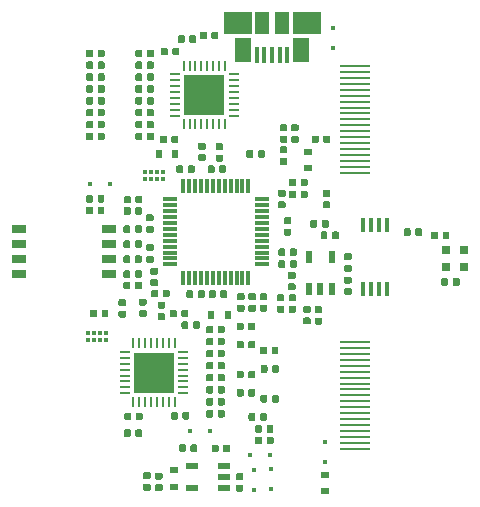
<source format=gbr>
G04 #@! TF.GenerationSoftware,KiCad,Pcbnew,5.1.5+dfsg1-2~bpo10+1*
G04 #@! TF.CreationDate,2020-01-07T23:07:11+01:00*
G04 #@! TF.ProjectId,video-booster-board,76696465-6f2d-4626-9f6f-737465722d62,rev?*
G04 #@! TF.SameCoordinates,Original*
G04 #@! TF.FileFunction,Paste,Top*
G04 #@! TF.FilePolarity,Positive*
%FSLAX46Y46*%
G04 Gerber Fmt 4.6, Leading zero omitted, Abs format (unit mm)*
G04 Created by KiCad (PCBNEW 5.1.5+dfsg1-2~bpo10+1) date 2020-01-07 23:07:11*
%MOMM*%
%LPD*%
G04 APERTURE LIST*
%ADD10R,2.600000X0.280000*%
%ADD11C,0.100000*%
%ADD12R,0.400000X1.200000*%
%ADD13R,1.250000X0.350000*%
%ADD14R,0.350000X1.250000*%
%ADD15R,0.850000X0.280000*%
%ADD16R,0.280000X0.850000*%
%ADD17R,3.450000X3.450000*%
%ADD18R,1.270000X0.760000*%
%ADD19R,0.800000X0.600000*%
%ADD20R,0.400000X0.350000*%
%ADD21R,0.350000X0.400000*%
%ADD22R,0.310000X0.420000*%
%ADD23R,0.310000X0.430000*%
%ADD24R,0.550000X1.000000*%
%ADD25R,0.800000X0.800000*%
%ADD26R,0.600000X0.800000*%
%ADD27R,1.050000X0.600000*%
%ADD28R,0.450000X1.380000*%
%ADD29R,1.475000X2.100000*%
%ADD30R,1.175000X1.900000*%
%ADD31R,2.375000X1.900000*%
G04 APERTURE END LIST*
D10*
X139650000Y-95500000D03*
X139650000Y-95000000D03*
X139650000Y-94500000D03*
X139650000Y-94000000D03*
X139650000Y-93500000D03*
X139650000Y-93000000D03*
X139650000Y-92500000D03*
X139650000Y-92000000D03*
X139650000Y-91500000D03*
X139650000Y-86500000D03*
X139650000Y-87000000D03*
X139650000Y-87500000D03*
X139650000Y-88000000D03*
X139650000Y-88500000D03*
X139650000Y-89000000D03*
X139650000Y-89500000D03*
X139650000Y-90000000D03*
X139650000Y-90500000D03*
X139650000Y-91000000D03*
X139650000Y-72132000D03*
X139650000Y-71632000D03*
X139650000Y-71132000D03*
X139650000Y-70632000D03*
X139650000Y-70132000D03*
X139650000Y-69632000D03*
X139650000Y-69132000D03*
X139650000Y-68632000D03*
X139650000Y-68132000D03*
X139650000Y-63132000D03*
X139650000Y-63632000D03*
X139650000Y-64132000D03*
X139650000Y-64632000D03*
X139650000Y-65132000D03*
X139650000Y-65632000D03*
X139650000Y-66132000D03*
X139650000Y-66632000D03*
X139650000Y-67132000D03*
X139650000Y-67632000D03*
D11*
G36*
X134542858Y-83412210D02*
G01*
X134557176Y-83414334D01*
X134571217Y-83417851D01*
X134584846Y-83422728D01*
X134597931Y-83428917D01*
X134610347Y-83436358D01*
X134621973Y-83444981D01*
X134632698Y-83454702D01*
X134642419Y-83465427D01*
X134651042Y-83477053D01*
X134658483Y-83489469D01*
X134664672Y-83502554D01*
X134669549Y-83516183D01*
X134673066Y-83530224D01*
X134675190Y-83544542D01*
X134675900Y-83559000D01*
X134675900Y-83854000D01*
X134675190Y-83868458D01*
X134673066Y-83882776D01*
X134669549Y-83896817D01*
X134664672Y-83910446D01*
X134658483Y-83923531D01*
X134651042Y-83935947D01*
X134642419Y-83947573D01*
X134632698Y-83958298D01*
X134621973Y-83968019D01*
X134610347Y-83976642D01*
X134597931Y-83984083D01*
X134584846Y-83990272D01*
X134571217Y-83995149D01*
X134557176Y-83998666D01*
X134542858Y-84000790D01*
X134528400Y-84001500D01*
X134183400Y-84001500D01*
X134168942Y-84000790D01*
X134154624Y-83998666D01*
X134140583Y-83995149D01*
X134126954Y-83990272D01*
X134113869Y-83984083D01*
X134101453Y-83976642D01*
X134089827Y-83968019D01*
X134079102Y-83958298D01*
X134069381Y-83947573D01*
X134060758Y-83935947D01*
X134053317Y-83923531D01*
X134047128Y-83910446D01*
X134042251Y-83896817D01*
X134038734Y-83882776D01*
X134036610Y-83868458D01*
X134035900Y-83854000D01*
X134035900Y-83559000D01*
X134036610Y-83544542D01*
X134038734Y-83530224D01*
X134042251Y-83516183D01*
X134047128Y-83502554D01*
X134053317Y-83489469D01*
X134060758Y-83477053D01*
X134069381Y-83465427D01*
X134079102Y-83454702D01*
X134089827Y-83444981D01*
X134101453Y-83436358D01*
X134113869Y-83428917D01*
X134126954Y-83422728D01*
X134140583Y-83417851D01*
X134154624Y-83414334D01*
X134168942Y-83412210D01*
X134183400Y-83411500D01*
X134528400Y-83411500D01*
X134542858Y-83412210D01*
G37*
G36*
X134542858Y-82442210D02*
G01*
X134557176Y-82444334D01*
X134571217Y-82447851D01*
X134584846Y-82452728D01*
X134597931Y-82458917D01*
X134610347Y-82466358D01*
X134621973Y-82474981D01*
X134632698Y-82484702D01*
X134642419Y-82495427D01*
X134651042Y-82507053D01*
X134658483Y-82519469D01*
X134664672Y-82532554D01*
X134669549Y-82546183D01*
X134673066Y-82560224D01*
X134675190Y-82574542D01*
X134675900Y-82589000D01*
X134675900Y-82884000D01*
X134675190Y-82898458D01*
X134673066Y-82912776D01*
X134669549Y-82926817D01*
X134664672Y-82940446D01*
X134658483Y-82953531D01*
X134651042Y-82965947D01*
X134642419Y-82977573D01*
X134632698Y-82988298D01*
X134621973Y-82998019D01*
X134610347Y-83006642D01*
X134597931Y-83014083D01*
X134584846Y-83020272D01*
X134571217Y-83025149D01*
X134557176Y-83028666D01*
X134542858Y-83030790D01*
X134528400Y-83031500D01*
X134183400Y-83031500D01*
X134168942Y-83030790D01*
X134154624Y-83028666D01*
X134140583Y-83025149D01*
X134126954Y-83020272D01*
X134113869Y-83014083D01*
X134101453Y-83006642D01*
X134089827Y-82998019D01*
X134079102Y-82988298D01*
X134069381Y-82977573D01*
X134060758Y-82965947D01*
X134053317Y-82953531D01*
X134047128Y-82940446D01*
X134042251Y-82926817D01*
X134038734Y-82912776D01*
X134036610Y-82898458D01*
X134035900Y-82884000D01*
X134035900Y-82589000D01*
X134036610Y-82574542D01*
X134038734Y-82560224D01*
X134042251Y-82546183D01*
X134047128Y-82532554D01*
X134053317Y-82519469D01*
X134060758Y-82507053D01*
X134069381Y-82495427D01*
X134079102Y-82484702D01*
X134089827Y-82474981D01*
X134101453Y-82466358D01*
X134113869Y-82458917D01*
X134126954Y-82452728D01*
X134140583Y-82447851D01*
X134154624Y-82444334D01*
X134168942Y-82442210D01*
X134183400Y-82441500D01*
X134528400Y-82441500D01*
X134542858Y-82442210D01*
G37*
D12*
X142326900Y-81984500D03*
X141676900Y-81984500D03*
X141026900Y-81984500D03*
X140376900Y-81984500D03*
X140376900Y-76584500D03*
X141026900Y-76584500D03*
X142326900Y-76584500D03*
X141676900Y-76584500D03*
D11*
G36*
X125952858Y-71528110D02*
G01*
X125967176Y-71530234D01*
X125981217Y-71533751D01*
X125994846Y-71538628D01*
X126007931Y-71544817D01*
X126020347Y-71552258D01*
X126031973Y-71560881D01*
X126042698Y-71570602D01*
X126052419Y-71581327D01*
X126061042Y-71592953D01*
X126068483Y-71605369D01*
X126074672Y-71618454D01*
X126079549Y-71632083D01*
X126083066Y-71646124D01*
X126085190Y-71660442D01*
X126085900Y-71674900D01*
X126085900Y-72019900D01*
X126085190Y-72034358D01*
X126083066Y-72048676D01*
X126079549Y-72062717D01*
X126074672Y-72076346D01*
X126068483Y-72089431D01*
X126061042Y-72101847D01*
X126052419Y-72113473D01*
X126042698Y-72124198D01*
X126031973Y-72133919D01*
X126020347Y-72142542D01*
X126007931Y-72149983D01*
X125994846Y-72156172D01*
X125981217Y-72161049D01*
X125967176Y-72164566D01*
X125952858Y-72166690D01*
X125938400Y-72167400D01*
X125643400Y-72167400D01*
X125628942Y-72166690D01*
X125614624Y-72164566D01*
X125600583Y-72161049D01*
X125586954Y-72156172D01*
X125573869Y-72149983D01*
X125561453Y-72142542D01*
X125549827Y-72133919D01*
X125539102Y-72124198D01*
X125529381Y-72113473D01*
X125520758Y-72101847D01*
X125513317Y-72089431D01*
X125507128Y-72076346D01*
X125502251Y-72062717D01*
X125498734Y-72048676D01*
X125496610Y-72034358D01*
X125495900Y-72019900D01*
X125495900Y-71674900D01*
X125496610Y-71660442D01*
X125498734Y-71646124D01*
X125502251Y-71632083D01*
X125507128Y-71618454D01*
X125513317Y-71605369D01*
X125520758Y-71592953D01*
X125529381Y-71581327D01*
X125539102Y-71570602D01*
X125549827Y-71560881D01*
X125561453Y-71552258D01*
X125573869Y-71544817D01*
X125586954Y-71538628D01*
X125600583Y-71533751D01*
X125614624Y-71530234D01*
X125628942Y-71528110D01*
X125643400Y-71527400D01*
X125938400Y-71527400D01*
X125952858Y-71528110D01*
G37*
G36*
X124982858Y-71528110D02*
G01*
X124997176Y-71530234D01*
X125011217Y-71533751D01*
X125024846Y-71538628D01*
X125037931Y-71544817D01*
X125050347Y-71552258D01*
X125061973Y-71560881D01*
X125072698Y-71570602D01*
X125082419Y-71581327D01*
X125091042Y-71592953D01*
X125098483Y-71605369D01*
X125104672Y-71618454D01*
X125109549Y-71632083D01*
X125113066Y-71646124D01*
X125115190Y-71660442D01*
X125115900Y-71674900D01*
X125115900Y-72019900D01*
X125115190Y-72034358D01*
X125113066Y-72048676D01*
X125109549Y-72062717D01*
X125104672Y-72076346D01*
X125098483Y-72089431D01*
X125091042Y-72101847D01*
X125082419Y-72113473D01*
X125072698Y-72124198D01*
X125061973Y-72133919D01*
X125050347Y-72142542D01*
X125037931Y-72149983D01*
X125024846Y-72156172D01*
X125011217Y-72161049D01*
X124997176Y-72164566D01*
X124982858Y-72166690D01*
X124968400Y-72167400D01*
X124673400Y-72167400D01*
X124658942Y-72166690D01*
X124644624Y-72164566D01*
X124630583Y-72161049D01*
X124616954Y-72156172D01*
X124603869Y-72149983D01*
X124591453Y-72142542D01*
X124579827Y-72133919D01*
X124569102Y-72124198D01*
X124559381Y-72113473D01*
X124550758Y-72101847D01*
X124543317Y-72089431D01*
X124537128Y-72076346D01*
X124532251Y-72062717D01*
X124528734Y-72048676D01*
X124526610Y-72034358D01*
X124525900Y-72019900D01*
X124525900Y-71674900D01*
X124526610Y-71660442D01*
X124528734Y-71646124D01*
X124532251Y-71632083D01*
X124537128Y-71618454D01*
X124543317Y-71605369D01*
X124550758Y-71592953D01*
X124559381Y-71581327D01*
X124569102Y-71570602D01*
X124579827Y-71560881D01*
X124591453Y-71552258D01*
X124603869Y-71544817D01*
X124616954Y-71538628D01*
X124630583Y-71533751D01*
X124644624Y-71530234D01*
X124658942Y-71528110D01*
X124673400Y-71527400D01*
X124968400Y-71527400D01*
X124982858Y-71528110D01*
G37*
G36*
X130072858Y-98558110D02*
G01*
X130087176Y-98560234D01*
X130101217Y-98563751D01*
X130114846Y-98568628D01*
X130127931Y-98574817D01*
X130140347Y-98582258D01*
X130151973Y-98590881D01*
X130162698Y-98600602D01*
X130172419Y-98611327D01*
X130181042Y-98622953D01*
X130188483Y-98635369D01*
X130194672Y-98648454D01*
X130199549Y-98662083D01*
X130203066Y-98676124D01*
X130205190Y-98690442D01*
X130205900Y-98704900D01*
X130205900Y-98999900D01*
X130205190Y-99014358D01*
X130203066Y-99028676D01*
X130199549Y-99042717D01*
X130194672Y-99056346D01*
X130188483Y-99069431D01*
X130181042Y-99081847D01*
X130172419Y-99093473D01*
X130162698Y-99104198D01*
X130151973Y-99113919D01*
X130140347Y-99122542D01*
X130127931Y-99129983D01*
X130114846Y-99136172D01*
X130101217Y-99141049D01*
X130087176Y-99144566D01*
X130072858Y-99146690D01*
X130058400Y-99147400D01*
X129713400Y-99147400D01*
X129698942Y-99146690D01*
X129684624Y-99144566D01*
X129670583Y-99141049D01*
X129656954Y-99136172D01*
X129643869Y-99129983D01*
X129631453Y-99122542D01*
X129619827Y-99113919D01*
X129609102Y-99104198D01*
X129599381Y-99093473D01*
X129590758Y-99081847D01*
X129583317Y-99069431D01*
X129577128Y-99056346D01*
X129572251Y-99042717D01*
X129568734Y-99028676D01*
X129566610Y-99014358D01*
X129565900Y-98999900D01*
X129565900Y-98704900D01*
X129566610Y-98690442D01*
X129568734Y-98676124D01*
X129572251Y-98662083D01*
X129577128Y-98648454D01*
X129583317Y-98635369D01*
X129590758Y-98622953D01*
X129599381Y-98611327D01*
X129609102Y-98600602D01*
X129619827Y-98590881D01*
X129631453Y-98582258D01*
X129643869Y-98574817D01*
X129656954Y-98568628D01*
X129670583Y-98563751D01*
X129684624Y-98560234D01*
X129698942Y-98558110D01*
X129713400Y-98557400D01*
X130058400Y-98557400D01*
X130072858Y-98558110D01*
G37*
G36*
X130072858Y-97588110D02*
G01*
X130087176Y-97590234D01*
X130101217Y-97593751D01*
X130114846Y-97598628D01*
X130127931Y-97604817D01*
X130140347Y-97612258D01*
X130151973Y-97620881D01*
X130162698Y-97630602D01*
X130172419Y-97641327D01*
X130181042Y-97652953D01*
X130188483Y-97665369D01*
X130194672Y-97678454D01*
X130199549Y-97692083D01*
X130203066Y-97706124D01*
X130205190Y-97720442D01*
X130205900Y-97734900D01*
X130205900Y-98029900D01*
X130205190Y-98044358D01*
X130203066Y-98058676D01*
X130199549Y-98072717D01*
X130194672Y-98086346D01*
X130188483Y-98099431D01*
X130181042Y-98111847D01*
X130172419Y-98123473D01*
X130162698Y-98134198D01*
X130151973Y-98143919D01*
X130140347Y-98152542D01*
X130127931Y-98159983D01*
X130114846Y-98166172D01*
X130101217Y-98171049D01*
X130087176Y-98174566D01*
X130072858Y-98176690D01*
X130058400Y-98177400D01*
X129713400Y-98177400D01*
X129698942Y-98176690D01*
X129684624Y-98174566D01*
X129670583Y-98171049D01*
X129656954Y-98166172D01*
X129643869Y-98159983D01*
X129631453Y-98152542D01*
X129619827Y-98143919D01*
X129609102Y-98134198D01*
X129599381Y-98123473D01*
X129590758Y-98111847D01*
X129583317Y-98099431D01*
X129577128Y-98086346D01*
X129572251Y-98072717D01*
X129568734Y-98058676D01*
X129566610Y-98044358D01*
X129565900Y-98029900D01*
X129565900Y-97734900D01*
X129566610Y-97720442D01*
X129568734Y-97706124D01*
X129572251Y-97692083D01*
X129577128Y-97678454D01*
X129583317Y-97665369D01*
X129590758Y-97652953D01*
X129599381Y-97641327D01*
X129609102Y-97630602D01*
X129619827Y-97620881D01*
X129631453Y-97612258D01*
X129643869Y-97604817D01*
X129656954Y-97598628D01*
X129670583Y-97593751D01*
X129684624Y-97590234D01*
X129698942Y-97588110D01*
X129713400Y-97587400D01*
X130058400Y-97587400D01*
X130072858Y-97588110D01*
G37*
D13*
X131755000Y-74410000D03*
X131755000Y-74910000D03*
X131755000Y-75410000D03*
X131755000Y-75910000D03*
X131755000Y-76410000D03*
X131755000Y-76910000D03*
X131755000Y-77410000D03*
X131755000Y-77910000D03*
X131755000Y-78410000D03*
X131755000Y-78910000D03*
X131755000Y-79410000D03*
X131755000Y-79910000D03*
D14*
X130630000Y-81035000D03*
X130130000Y-81035000D03*
X129630000Y-81035000D03*
X129130000Y-81035000D03*
X128630000Y-81035000D03*
X128130000Y-81035000D03*
X127630000Y-81035000D03*
X127130000Y-81035000D03*
X126630000Y-81035000D03*
X126130000Y-81035000D03*
X125630000Y-81035000D03*
X125130000Y-81035000D03*
D13*
X124005000Y-79910000D03*
X124005000Y-79410000D03*
X124005000Y-78910000D03*
X124005000Y-78410000D03*
X124005000Y-77910000D03*
X124005000Y-77410000D03*
X124005000Y-74410000D03*
X124005000Y-74910000D03*
X124005000Y-75410000D03*
X124005000Y-75910000D03*
X124005000Y-76410000D03*
X124005000Y-76910000D03*
D14*
X125130000Y-73285000D03*
X125630000Y-73285000D03*
X126130000Y-73285000D03*
X126630000Y-73285000D03*
X127130000Y-73285000D03*
X127630000Y-73285000D03*
X130630000Y-73285000D03*
X130130000Y-73285000D03*
X129630000Y-73285000D03*
X129130000Y-73285000D03*
X128630000Y-73285000D03*
X128130000Y-73285000D03*
D11*
G36*
X125839658Y-82102110D02*
G01*
X125853976Y-82104234D01*
X125868017Y-82107751D01*
X125881646Y-82112628D01*
X125894731Y-82118817D01*
X125907147Y-82126258D01*
X125918773Y-82134881D01*
X125929498Y-82144602D01*
X125939219Y-82155327D01*
X125947842Y-82166953D01*
X125955283Y-82179369D01*
X125961472Y-82192454D01*
X125966349Y-82206083D01*
X125969866Y-82220124D01*
X125971990Y-82234442D01*
X125972700Y-82248900D01*
X125972700Y-82593900D01*
X125971990Y-82608358D01*
X125969866Y-82622676D01*
X125966349Y-82636717D01*
X125961472Y-82650346D01*
X125955283Y-82663431D01*
X125947842Y-82675847D01*
X125939219Y-82687473D01*
X125929498Y-82698198D01*
X125918773Y-82707919D01*
X125907147Y-82716542D01*
X125894731Y-82723983D01*
X125881646Y-82730172D01*
X125868017Y-82735049D01*
X125853976Y-82738566D01*
X125839658Y-82740690D01*
X125825200Y-82741400D01*
X125530200Y-82741400D01*
X125515742Y-82740690D01*
X125501424Y-82738566D01*
X125487383Y-82735049D01*
X125473754Y-82730172D01*
X125460669Y-82723983D01*
X125448253Y-82716542D01*
X125436627Y-82707919D01*
X125425902Y-82698198D01*
X125416181Y-82687473D01*
X125407558Y-82675847D01*
X125400117Y-82663431D01*
X125393928Y-82650346D01*
X125389051Y-82636717D01*
X125385534Y-82622676D01*
X125383410Y-82608358D01*
X125382700Y-82593900D01*
X125382700Y-82248900D01*
X125383410Y-82234442D01*
X125385534Y-82220124D01*
X125389051Y-82206083D01*
X125393928Y-82192454D01*
X125400117Y-82179369D01*
X125407558Y-82166953D01*
X125416181Y-82155327D01*
X125425902Y-82144602D01*
X125436627Y-82134881D01*
X125448253Y-82126258D01*
X125460669Y-82118817D01*
X125473754Y-82112628D01*
X125487383Y-82107751D01*
X125501424Y-82104234D01*
X125515742Y-82102110D01*
X125530200Y-82101400D01*
X125825200Y-82101400D01*
X125839658Y-82102110D01*
G37*
G36*
X126809658Y-82102110D02*
G01*
X126823976Y-82104234D01*
X126838017Y-82107751D01*
X126851646Y-82112628D01*
X126864731Y-82118817D01*
X126877147Y-82126258D01*
X126888773Y-82134881D01*
X126899498Y-82144602D01*
X126909219Y-82155327D01*
X126917842Y-82166953D01*
X126925283Y-82179369D01*
X126931472Y-82192454D01*
X126936349Y-82206083D01*
X126939866Y-82220124D01*
X126941990Y-82234442D01*
X126942700Y-82248900D01*
X126942700Y-82593900D01*
X126941990Y-82608358D01*
X126939866Y-82622676D01*
X126936349Y-82636717D01*
X126931472Y-82650346D01*
X126925283Y-82663431D01*
X126917842Y-82675847D01*
X126909219Y-82687473D01*
X126899498Y-82698198D01*
X126888773Y-82707919D01*
X126877147Y-82716542D01*
X126864731Y-82723983D01*
X126851646Y-82730172D01*
X126838017Y-82735049D01*
X126823976Y-82738566D01*
X126809658Y-82740690D01*
X126795200Y-82741400D01*
X126500200Y-82741400D01*
X126485742Y-82740690D01*
X126471424Y-82738566D01*
X126457383Y-82735049D01*
X126443754Y-82730172D01*
X126430669Y-82723983D01*
X126418253Y-82716542D01*
X126406627Y-82707919D01*
X126395902Y-82698198D01*
X126386181Y-82687473D01*
X126377558Y-82675847D01*
X126370117Y-82663431D01*
X126363928Y-82650346D01*
X126359051Y-82636717D01*
X126355534Y-82622676D01*
X126353410Y-82608358D01*
X126352700Y-82593900D01*
X126352700Y-82248900D01*
X126353410Y-82234442D01*
X126355534Y-82220124D01*
X126359051Y-82206083D01*
X126363928Y-82192454D01*
X126370117Y-82179369D01*
X126377558Y-82166953D01*
X126386181Y-82155327D01*
X126395902Y-82144602D01*
X126406627Y-82134881D01*
X126418253Y-82126258D01*
X126430669Y-82118817D01*
X126443754Y-82112628D01*
X126457383Y-82107751D01*
X126471424Y-82104234D01*
X126485742Y-82102110D01*
X126500200Y-82101400D01*
X126795200Y-82101400D01*
X126809658Y-82102110D01*
G37*
D15*
X124425000Y-67312000D03*
X124425000Y-66812000D03*
X124425000Y-66312000D03*
X124425000Y-65812000D03*
X124425000Y-65312000D03*
X124425000Y-64812000D03*
X124425000Y-64312000D03*
D16*
X125150000Y-63087000D03*
X125650000Y-63087000D03*
X126150000Y-63087000D03*
X126650000Y-63087000D03*
X127150000Y-63087000D03*
X127650000Y-63087000D03*
X128150000Y-63087000D03*
D15*
X129375000Y-63812000D03*
X129375000Y-64312000D03*
X129375000Y-64812000D03*
X129375000Y-65312000D03*
X129375000Y-65812000D03*
X129375000Y-66312000D03*
X129375000Y-66812000D03*
D16*
X128650000Y-68037000D03*
X128150000Y-68037000D03*
X127650000Y-68037000D03*
X127150000Y-68037000D03*
X126650000Y-68037000D03*
X126150000Y-68037000D03*
X125650000Y-68037000D03*
X125150000Y-68037000D03*
D17*
X126900000Y-65562000D03*
D15*
X129375000Y-67312000D03*
D16*
X128650000Y-63087000D03*
D15*
X124425000Y-63812000D03*
D18*
X111203500Y-76923900D03*
X111203500Y-78193900D03*
X118793500Y-76923900D03*
X118793500Y-78193900D03*
X111203500Y-79463900D03*
X118793500Y-79463900D03*
X111203500Y-80733900D03*
X118793500Y-80733900D03*
D11*
G36*
X122842858Y-80198110D02*
G01*
X122857176Y-80200234D01*
X122871217Y-80203751D01*
X122884846Y-80208628D01*
X122897931Y-80214817D01*
X122910347Y-80222258D01*
X122921973Y-80230881D01*
X122932698Y-80240602D01*
X122942419Y-80251327D01*
X122951042Y-80262953D01*
X122958483Y-80275369D01*
X122964672Y-80288454D01*
X122969549Y-80302083D01*
X122973066Y-80316124D01*
X122975190Y-80330442D01*
X122975900Y-80344900D01*
X122975900Y-80639900D01*
X122975190Y-80654358D01*
X122973066Y-80668676D01*
X122969549Y-80682717D01*
X122964672Y-80696346D01*
X122958483Y-80709431D01*
X122951042Y-80721847D01*
X122942419Y-80733473D01*
X122932698Y-80744198D01*
X122921973Y-80753919D01*
X122910347Y-80762542D01*
X122897931Y-80769983D01*
X122884846Y-80776172D01*
X122871217Y-80781049D01*
X122857176Y-80784566D01*
X122842858Y-80786690D01*
X122828400Y-80787400D01*
X122483400Y-80787400D01*
X122468942Y-80786690D01*
X122454624Y-80784566D01*
X122440583Y-80781049D01*
X122426954Y-80776172D01*
X122413869Y-80769983D01*
X122401453Y-80762542D01*
X122389827Y-80753919D01*
X122379102Y-80744198D01*
X122369381Y-80733473D01*
X122360758Y-80721847D01*
X122353317Y-80709431D01*
X122347128Y-80696346D01*
X122342251Y-80682717D01*
X122338734Y-80668676D01*
X122336610Y-80654358D01*
X122335900Y-80639900D01*
X122335900Y-80344900D01*
X122336610Y-80330442D01*
X122338734Y-80316124D01*
X122342251Y-80302083D01*
X122347128Y-80288454D01*
X122353317Y-80275369D01*
X122360758Y-80262953D01*
X122369381Y-80251327D01*
X122379102Y-80240602D01*
X122389827Y-80230881D01*
X122401453Y-80222258D01*
X122413869Y-80214817D01*
X122426954Y-80208628D01*
X122440583Y-80203751D01*
X122454624Y-80200234D01*
X122468942Y-80198110D01*
X122483400Y-80197400D01*
X122828400Y-80197400D01*
X122842858Y-80198110D01*
G37*
G36*
X122842858Y-81168110D02*
G01*
X122857176Y-81170234D01*
X122871217Y-81173751D01*
X122884846Y-81178628D01*
X122897931Y-81184817D01*
X122910347Y-81192258D01*
X122921973Y-81200881D01*
X122932698Y-81210602D01*
X122942419Y-81221327D01*
X122951042Y-81232953D01*
X122958483Y-81245369D01*
X122964672Y-81258454D01*
X122969549Y-81272083D01*
X122973066Y-81286124D01*
X122975190Y-81300442D01*
X122975900Y-81314900D01*
X122975900Y-81609900D01*
X122975190Y-81624358D01*
X122973066Y-81638676D01*
X122969549Y-81652717D01*
X122964672Y-81666346D01*
X122958483Y-81679431D01*
X122951042Y-81691847D01*
X122942419Y-81703473D01*
X122932698Y-81714198D01*
X122921973Y-81723919D01*
X122910347Y-81732542D01*
X122897931Y-81739983D01*
X122884846Y-81746172D01*
X122871217Y-81751049D01*
X122857176Y-81754566D01*
X122842858Y-81756690D01*
X122828400Y-81757400D01*
X122483400Y-81757400D01*
X122468942Y-81756690D01*
X122454624Y-81754566D01*
X122440583Y-81751049D01*
X122426954Y-81746172D01*
X122413869Y-81739983D01*
X122401453Y-81732542D01*
X122389827Y-81723919D01*
X122379102Y-81714198D01*
X122369381Y-81703473D01*
X122360758Y-81691847D01*
X122353317Y-81679431D01*
X122347128Y-81666346D01*
X122342251Y-81652717D01*
X122338734Y-81638676D01*
X122336610Y-81624358D01*
X122335900Y-81609900D01*
X122335900Y-81314900D01*
X122336610Y-81300442D01*
X122338734Y-81286124D01*
X122342251Y-81272083D01*
X122347128Y-81258454D01*
X122353317Y-81245369D01*
X122360758Y-81232953D01*
X122369381Y-81221327D01*
X122379102Y-81210602D01*
X122389827Y-81200881D01*
X122401453Y-81192258D01*
X122413869Y-81184817D01*
X122426954Y-81178628D01*
X122440583Y-81173751D01*
X122454624Y-81170234D01*
X122468942Y-81168110D01*
X122483400Y-81167400D01*
X122828400Y-81167400D01*
X122842858Y-81168110D01*
G37*
G36*
X134134758Y-75914410D02*
G01*
X134149076Y-75916534D01*
X134163117Y-75920051D01*
X134176746Y-75924928D01*
X134189831Y-75931117D01*
X134202247Y-75938558D01*
X134213873Y-75947181D01*
X134224598Y-75956902D01*
X134234319Y-75967627D01*
X134242942Y-75979253D01*
X134250383Y-75991669D01*
X134256572Y-76004754D01*
X134261449Y-76018383D01*
X134264966Y-76032424D01*
X134267090Y-76046742D01*
X134267800Y-76061200D01*
X134267800Y-76356200D01*
X134267090Y-76370658D01*
X134264966Y-76384976D01*
X134261449Y-76399017D01*
X134256572Y-76412646D01*
X134250383Y-76425731D01*
X134242942Y-76438147D01*
X134234319Y-76449773D01*
X134224598Y-76460498D01*
X134213873Y-76470219D01*
X134202247Y-76478842D01*
X134189831Y-76486283D01*
X134176746Y-76492472D01*
X134163117Y-76497349D01*
X134149076Y-76500866D01*
X134134758Y-76502990D01*
X134120300Y-76503700D01*
X133775300Y-76503700D01*
X133760842Y-76502990D01*
X133746524Y-76500866D01*
X133732483Y-76497349D01*
X133718854Y-76492472D01*
X133705769Y-76486283D01*
X133693353Y-76478842D01*
X133681727Y-76470219D01*
X133671002Y-76460498D01*
X133661281Y-76449773D01*
X133652658Y-76438147D01*
X133645217Y-76425731D01*
X133639028Y-76412646D01*
X133634151Y-76399017D01*
X133630634Y-76384976D01*
X133628510Y-76370658D01*
X133627800Y-76356200D01*
X133627800Y-76061200D01*
X133628510Y-76046742D01*
X133630634Y-76032424D01*
X133634151Y-76018383D01*
X133639028Y-76004754D01*
X133645217Y-75991669D01*
X133652658Y-75979253D01*
X133661281Y-75967627D01*
X133671002Y-75956902D01*
X133681727Y-75947181D01*
X133693353Y-75938558D01*
X133705769Y-75931117D01*
X133718854Y-75924928D01*
X133732483Y-75920051D01*
X133746524Y-75916534D01*
X133760842Y-75914410D01*
X133775300Y-75913700D01*
X134120300Y-75913700D01*
X134134758Y-75914410D01*
G37*
G36*
X134134758Y-76884410D02*
G01*
X134149076Y-76886534D01*
X134163117Y-76890051D01*
X134176746Y-76894928D01*
X134189831Y-76901117D01*
X134202247Y-76908558D01*
X134213873Y-76917181D01*
X134224598Y-76926902D01*
X134234319Y-76937627D01*
X134242942Y-76949253D01*
X134250383Y-76961669D01*
X134256572Y-76974754D01*
X134261449Y-76988383D01*
X134264966Y-77002424D01*
X134267090Y-77016742D01*
X134267800Y-77031200D01*
X134267800Y-77326200D01*
X134267090Y-77340658D01*
X134264966Y-77354976D01*
X134261449Y-77369017D01*
X134256572Y-77382646D01*
X134250383Y-77395731D01*
X134242942Y-77408147D01*
X134234319Y-77419773D01*
X134224598Y-77430498D01*
X134213873Y-77440219D01*
X134202247Y-77448842D01*
X134189831Y-77456283D01*
X134176746Y-77462472D01*
X134163117Y-77467349D01*
X134149076Y-77470866D01*
X134134758Y-77472990D01*
X134120300Y-77473700D01*
X133775300Y-77473700D01*
X133760842Y-77472990D01*
X133746524Y-77470866D01*
X133732483Y-77467349D01*
X133718854Y-77462472D01*
X133705769Y-77456283D01*
X133693353Y-77448842D01*
X133681727Y-77440219D01*
X133671002Y-77430498D01*
X133661281Y-77419773D01*
X133652658Y-77408147D01*
X133645217Y-77395731D01*
X133639028Y-77382646D01*
X133634151Y-77369017D01*
X133630634Y-77354976D01*
X133628510Y-77340658D01*
X133627800Y-77326200D01*
X133627800Y-77031200D01*
X133628510Y-77016742D01*
X133630634Y-77002424D01*
X133634151Y-76988383D01*
X133639028Y-76974754D01*
X133645217Y-76961669D01*
X133652658Y-76949253D01*
X133661281Y-76937627D01*
X133671002Y-76926902D01*
X133681727Y-76917181D01*
X133693353Y-76908558D01*
X133705769Y-76901117D01*
X133718854Y-76894928D01*
X133732483Y-76890051D01*
X133746524Y-76886534D01*
X133760842Y-76884410D01*
X133775300Y-76883700D01*
X134120300Y-76883700D01*
X134134758Y-76884410D01*
G37*
D19*
X135655900Y-71777400D03*
X135655900Y-70377400D03*
D15*
X125105000Y-87318000D03*
X125105000Y-87818000D03*
X125105000Y-88318000D03*
X125105000Y-88818000D03*
X125105000Y-89318000D03*
X125105000Y-89818000D03*
X125105000Y-90318000D03*
D16*
X124380000Y-91543000D03*
X123880000Y-91543000D03*
X123380000Y-91543000D03*
X122880000Y-91543000D03*
X122380000Y-91543000D03*
X121880000Y-91543000D03*
X121380000Y-91543000D03*
D15*
X120155000Y-90818000D03*
X120155000Y-90318000D03*
X120155000Y-89818000D03*
X120155000Y-89318000D03*
X120155000Y-88818000D03*
X120155000Y-88318000D03*
X120155000Y-87818000D03*
D16*
X120880000Y-86593000D03*
X121380000Y-86593000D03*
X121880000Y-86593000D03*
X122380000Y-86593000D03*
X122880000Y-86593000D03*
X123380000Y-86593000D03*
X123880000Y-86593000D03*
X124380000Y-86593000D03*
D17*
X122630000Y-89068000D03*
D15*
X120155000Y-87318000D03*
D16*
X120880000Y-91543000D03*
D15*
X125105000Y-90818000D03*
D11*
G36*
X122222858Y-97508110D02*
G01*
X122237176Y-97510234D01*
X122251217Y-97513751D01*
X122264846Y-97518628D01*
X122277931Y-97524817D01*
X122290347Y-97532258D01*
X122301973Y-97540881D01*
X122312698Y-97550602D01*
X122322419Y-97561327D01*
X122331042Y-97572953D01*
X122338483Y-97585369D01*
X122344672Y-97598454D01*
X122349549Y-97612083D01*
X122353066Y-97626124D01*
X122355190Y-97640442D01*
X122355900Y-97654900D01*
X122355900Y-97949900D01*
X122355190Y-97964358D01*
X122353066Y-97978676D01*
X122349549Y-97992717D01*
X122344672Y-98006346D01*
X122338483Y-98019431D01*
X122331042Y-98031847D01*
X122322419Y-98043473D01*
X122312698Y-98054198D01*
X122301973Y-98063919D01*
X122290347Y-98072542D01*
X122277931Y-98079983D01*
X122264846Y-98086172D01*
X122251217Y-98091049D01*
X122237176Y-98094566D01*
X122222858Y-98096690D01*
X122208400Y-98097400D01*
X121863400Y-98097400D01*
X121848942Y-98096690D01*
X121834624Y-98094566D01*
X121820583Y-98091049D01*
X121806954Y-98086172D01*
X121793869Y-98079983D01*
X121781453Y-98072542D01*
X121769827Y-98063919D01*
X121759102Y-98054198D01*
X121749381Y-98043473D01*
X121740758Y-98031847D01*
X121733317Y-98019431D01*
X121727128Y-98006346D01*
X121722251Y-97992717D01*
X121718734Y-97978676D01*
X121716610Y-97964358D01*
X121715900Y-97949900D01*
X121715900Y-97654900D01*
X121716610Y-97640442D01*
X121718734Y-97626124D01*
X121722251Y-97612083D01*
X121727128Y-97598454D01*
X121733317Y-97585369D01*
X121740758Y-97572953D01*
X121749381Y-97561327D01*
X121759102Y-97550602D01*
X121769827Y-97540881D01*
X121781453Y-97532258D01*
X121793869Y-97524817D01*
X121806954Y-97518628D01*
X121820583Y-97513751D01*
X121834624Y-97510234D01*
X121848942Y-97508110D01*
X121863400Y-97507400D01*
X122208400Y-97507400D01*
X122222858Y-97508110D01*
G37*
G36*
X122222858Y-98478110D02*
G01*
X122237176Y-98480234D01*
X122251217Y-98483751D01*
X122264846Y-98488628D01*
X122277931Y-98494817D01*
X122290347Y-98502258D01*
X122301973Y-98510881D01*
X122312698Y-98520602D01*
X122322419Y-98531327D01*
X122331042Y-98542953D01*
X122338483Y-98555369D01*
X122344672Y-98568454D01*
X122349549Y-98582083D01*
X122353066Y-98596124D01*
X122355190Y-98610442D01*
X122355900Y-98624900D01*
X122355900Y-98919900D01*
X122355190Y-98934358D01*
X122353066Y-98948676D01*
X122349549Y-98962717D01*
X122344672Y-98976346D01*
X122338483Y-98989431D01*
X122331042Y-99001847D01*
X122322419Y-99013473D01*
X122312698Y-99024198D01*
X122301973Y-99033919D01*
X122290347Y-99042542D01*
X122277931Y-99049983D01*
X122264846Y-99056172D01*
X122251217Y-99061049D01*
X122237176Y-99064566D01*
X122222858Y-99066690D01*
X122208400Y-99067400D01*
X121863400Y-99067400D01*
X121848942Y-99066690D01*
X121834624Y-99064566D01*
X121820583Y-99061049D01*
X121806954Y-99056172D01*
X121793869Y-99049983D01*
X121781453Y-99042542D01*
X121769827Y-99033919D01*
X121759102Y-99024198D01*
X121749381Y-99013473D01*
X121740758Y-99001847D01*
X121733317Y-98989431D01*
X121727128Y-98976346D01*
X121722251Y-98962717D01*
X121718734Y-98948676D01*
X121716610Y-98934358D01*
X121715900Y-98919900D01*
X121715900Y-98624900D01*
X121716610Y-98610442D01*
X121718734Y-98596124D01*
X121722251Y-98582083D01*
X121727128Y-98568454D01*
X121733317Y-98555369D01*
X121740758Y-98542953D01*
X121749381Y-98531327D01*
X121759102Y-98520602D01*
X121769827Y-98510881D01*
X121781453Y-98502258D01*
X121793869Y-98494817D01*
X121806954Y-98488628D01*
X121820583Y-98483751D01*
X121834624Y-98480234D01*
X121848942Y-98478110D01*
X121863400Y-98477400D01*
X122208400Y-98477400D01*
X122222858Y-98478110D01*
G37*
G36*
X135502858Y-73658110D02*
G01*
X135517176Y-73660234D01*
X135531217Y-73663751D01*
X135544846Y-73668628D01*
X135557931Y-73674817D01*
X135570347Y-73682258D01*
X135581973Y-73690881D01*
X135592698Y-73700602D01*
X135602419Y-73711327D01*
X135611042Y-73722953D01*
X135618483Y-73735369D01*
X135624672Y-73748454D01*
X135629549Y-73762083D01*
X135633066Y-73776124D01*
X135635190Y-73790442D01*
X135635900Y-73804900D01*
X135635900Y-74149900D01*
X135635190Y-74164358D01*
X135633066Y-74178676D01*
X135629549Y-74192717D01*
X135624672Y-74206346D01*
X135618483Y-74219431D01*
X135611042Y-74231847D01*
X135602419Y-74243473D01*
X135592698Y-74254198D01*
X135581973Y-74263919D01*
X135570347Y-74272542D01*
X135557931Y-74279983D01*
X135544846Y-74286172D01*
X135531217Y-74291049D01*
X135517176Y-74294566D01*
X135502858Y-74296690D01*
X135488400Y-74297400D01*
X135193400Y-74297400D01*
X135178942Y-74296690D01*
X135164624Y-74294566D01*
X135150583Y-74291049D01*
X135136954Y-74286172D01*
X135123869Y-74279983D01*
X135111453Y-74272542D01*
X135099827Y-74263919D01*
X135089102Y-74254198D01*
X135079381Y-74243473D01*
X135070758Y-74231847D01*
X135063317Y-74219431D01*
X135057128Y-74206346D01*
X135052251Y-74192717D01*
X135048734Y-74178676D01*
X135046610Y-74164358D01*
X135045900Y-74149900D01*
X135045900Y-73804900D01*
X135046610Y-73790442D01*
X135048734Y-73776124D01*
X135052251Y-73762083D01*
X135057128Y-73748454D01*
X135063317Y-73735369D01*
X135070758Y-73722953D01*
X135079381Y-73711327D01*
X135089102Y-73700602D01*
X135099827Y-73690881D01*
X135111453Y-73682258D01*
X135123869Y-73674817D01*
X135136954Y-73668628D01*
X135150583Y-73663751D01*
X135164624Y-73660234D01*
X135178942Y-73658110D01*
X135193400Y-73657400D01*
X135488400Y-73657400D01*
X135502858Y-73658110D01*
G37*
G36*
X134532858Y-73658110D02*
G01*
X134547176Y-73660234D01*
X134561217Y-73663751D01*
X134574846Y-73668628D01*
X134587931Y-73674817D01*
X134600347Y-73682258D01*
X134611973Y-73690881D01*
X134622698Y-73700602D01*
X134632419Y-73711327D01*
X134641042Y-73722953D01*
X134648483Y-73735369D01*
X134654672Y-73748454D01*
X134659549Y-73762083D01*
X134663066Y-73776124D01*
X134665190Y-73790442D01*
X134665900Y-73804900D01*
X134665900Y-74149900D01*
X134665190Y-74164358D01*
X134663066Y-74178676D01*
X134659549Y-74192717D01*
X134654672Y-74206346D01*
X134648483Y-74219431D01*
X134641042Y-74231847D01*
X134632419Y-74243473D01*
X134622698Y-74254198D01*
X134611973Y-74263919D01*
X134600347Y-74272542D01*
X134587931Y-74279983D01*
X134574846Y-74286172D01*
X134561217Y-74291049D01*
X134547176Y-74294566D01*
X134532858Y-74296690D01*
X134518400Y-74297400D01*
X134223400Y-74297400D01*
X134208942Y-74296690D01*
X134194624Y-74294566D01*
X134180583Y-74291049D01*
X134166954Y-74286172D01*
X134153869Y-74279983D01*
X134141453Y-74272542D01*
X134129827Y-74263919D01*
X134119102Y-74254198D01*
X134109381Y-74243473D01*
X134100758Y-74231847D01*
X134093317Y-74219431D01*
X134087128Y-74206346D01*
X134082251Y-74192717D01*
X134078734Y-74178676D01*
X134076610Y-74164358D01*
X134075900Y-74149900D01*
X134075900Y-73804900D01*
X134076610Y-73790442D01*
X134078734Y-73776124D01*
X134082251Y-73762083D01*
X134087128Y-73748454D01*
X134093317Y-73735369D01*
X134100758Y-73722953D01*
X134109381Y-73711327D01*
X134119102Y-73700602D01*
X134129827Y-73690881D01*
X134141453Y-73682258D01*
X134153869Y-73674817D01*
X134166954Y-73668628D01*
X134180583Y-73663751D01*
X134194624Y-73660234D01*
X134208942Y-73658110D01*
X134223400Y-73657400D01*
X134518400Y-73657400D01*
X134532858Y-73658110D01*
G37*
G36*
X131652858Y-93518110D02*
G01*
X131667176Y-93520234D01*
X131681217Y-93523751D01*
X131694846Y-93528628D01*
X131707931Y-93534817D01*
X131720347Y-93542258D01*
X131731973Y-93550881D01*
X131742698Y-93560602D01*
X131752419Y-93571327D01*
X131761042Y-93582953D01*
X131768483Y-93595369D01*
X131774672Y-93608454D01*
X131779549Y-93622083D01*
X131783066Y-93636124D01*
X131785190Y-93650442D01*
X131785900Y-93664900D01*
X131785900Y-94009900D01*
X131785190Y-94024358D01*
X131783066Y-94038676D01*
X131779549Y-94052717D01*
X131774672Y-94066346D01*
X131768483Y-94079431D01*
X131761042Y-94091847D01*
X131752419Y-94103473D01*
X131742698Y-94114198D01*
X131731973Y-94123919D01*
X131720347Y-94132542D01*
X131707931Y-94139983D01*
X131694846Y-94146172D01*
X131681217Y-94151049D01*
X131667176Y-94154566D01*
X131652858Y-94156690D01*
X131638400Y-94157400D01*
X131343400Y-94157400D01*
X131328942Y-94156690D01*
X131314624Y-94154566D01*
X131300583Y-94151049D01*
X131286954Y-94146172D01*
X131273869Y-94139983D01*
X131261453Y-94132542D01*
X131249827Y-94123919D01*
X131239102Y-94114198D01*
X131229381Y-94103473D01*
X131220758Y-94091847D01*
X131213317Y-94079431D01*
X131207128Y-94066346D01*
X131202251Y-94052717D01*
X131198734Y-94038676D01*
X131196610Y-94024358D01*
X131195900Y-94009900D01*
X131195900Y-93664900D01*
X131196610Y-93650442D01*
X131198734Y-93636124D01*
X131202251Y-93622083D01*
X131207128Y-93608454D01*
X131213317Y-93595369D01*
X131220758Y-93582953D01*
X131229381Y-93571327D01*
X131239102Y-93560602D01*
X131249827Y-93550881D01*
X131261453Y-93542258D01*
X131273869Y-93534817D01*
X131286954Y-93528628D01*
X131300583Y-93523751D01*
X131314624Y-93520234D01*
X131328942Y-93518110D01*
X131343400Y-93517400D01*
X131638400Y-93517400D01*
X131652858Y-93518110D01*
G37*
G36*
X132622858Y-93518110D02*
G01*
X132637176Y-93520234D01*
X132651217Y-93523751D01*
X132664846Y-93528628D01*
X132677931Y-93534817D01*
X132690347Y-93542258D01*
X132701973Y-93550881D01*
X132712698Y-93560602D01*
X132722419Y-93571327D01*
X132731042Y-93582953D01*
X132738483Y-93595369D01*
X132744672Y-93608454D01*
X132749549Y-93622083D01*
X132753066Y-93636124D01*
X132755190Y-93650442D01*
X132755900Y-93664900D01*
X132755900Y-94009900D01*
X132755190Y-94024358D01*
X132753066Y-94038676D01*
X132749549Y-94052717D01*
X132744672Y-94066346D01*
X132738483Y-94079431D01*
X132731042Y-94091847D01*
X132722419Y-94103473D01*
X132712698Y-94114198D01*
X132701973Y-94123919D01*
X132690347Y-94132542D01*
X132677931Y-94139983D01*
X132664846Y-94146172D01*
X132651217Y-94151049D01*
X132637176Y-94154566D01*
X132622858Y-94156690D01*
X132608400Y-94157400D01*
X132313400Y-94157400D01*
X132298942Y-94156690D01*
X132284624Y-94154566D01*
X132270583Y-94151049D01*
X132256954Y-94146172D01*
X132243869Y-94139983D01*
X132231453Y-94132542D01*
X132219827Y-94123919D01*
X132209102Y-94114198D01*
X132199381Y-94103473D01*
X132190758Y-94091847D01*
X132183317Y-94079431D01*
X132177128Y-94066346D01*
X132172251Y-94052717D01*
X132168734Y-94038676D01*
X132166610Y-94024358D01*
X132165900Y-94009900D01*
X132165900Y-93664900D01*
X132166610Y-93650442D01*
X132168734Y-93636124D01*
X132172251Y-93622083D01*
X132177128Y-93608454D01*
X132183317Y-93595369D01*
X132190758Y-93582953D01*
X132199381Y-93571327D01*
X132209102Y-93560602D01*
X132219827Y-93550881D01*
X132231453Y-93542258D01*
X132243869Y-93534817D01*
X132256954Y-93528628D01*
X132270583Y-93523751D01*
X132284624Y-93520234D01*
X132298942Y-93518110D01*
X132313400Y-93517400D01*
X132608400Y-93517400D01*
X132622858Y-93518110D01*
G37*
G36*
X127629458Y-71524610D02*
G01*
X127643776Y-71526734D01*
X127657817Y-71530251D01*
X127671446Y-71535128D01*
X127684531Y-71541317D01*
X127696947Y-71548758D01*
X127708573Y-71557381D01*
X127719298Y-71567102D01*
X127729019Y-71577827D01*
X127737642Y-71589453D01*
X127745083Y-71601869D01*
X127751272Y-71614954D01*
X127756149Y-71628583D01*
X127759666Y-71642624D01*
X127761790Y-71656942D01*
X127762500Y-71671400D01*
X127762500Y-72016400D01*
X127761790Y-72030858D01*
X127759666Y-72045176D01*
X127756149Y-72059217D01*
X127751272Y-72072846D01*
X127745083Y-72085931D01*
X127737642Y-72098347D01*
X127729019Y-72109973D01*
X127719298Y-72120698D01*
X127708573Y-72130419D01*
X127696947Y-72139042D01*
X127684531Y-72146483D01*
X127671446Y-72152672D01*
X127657817Y-72157549D01*
X127643776Y-72161066D01*
X127629458Y-72163190D01*
X127615000Y-72163900D01*
X127320000Y-72163900D01*
X127305542Y-72163190D01*
X127291224Y-72161066D01*
X127277183Y-72157549D01*
X127263554Y-72152672D01*
X127250469Y-72146483D01*
X127238053Y-72139042D01*
X127226427Y-72130419D01*
X127215702Y-72120698D01*
X127205981Y-72109973D01*
X127197358Y-72098347D01*
X127189917Y-72085931D01*
X127183728Y-72072846D01*
X127178851Y-72059217D01*
X127175334Y-72045176D01*
X127173210Y-72030858D01*
X127172500Y-72016400D01*
X127172500Y-71671400D01*
X127173210Y-71656942D01*
X127175334Y-71642624D01*
X127178851Y-71628583D01*
X127183728Y-71614954D01*
X127189917Y-71601869D01*
X127197358Y-71589453D01*
X127205981Y-71577827D01*
X127215702Y-71567102D01*
X127226427Y-71557381D01*
X127238053Y-71548758D01*
X127250469Y-71541317D01*
X127263554Y-71535128D01*
X127277183Y-71530251D01*
X127291224Y-71526734D01*
X127305542Y-71524610D01*
X127320000Y-71523900D01*
X127615000Y-71523900D01*
X127629458Y-71524610D01*
G37*
G36*
X128599458Y-71524610D02*
G01*
X128613776Y-71526734D01*
X128627817Y-71530251D01*
X128641446Y-71535128D01*
X128654531Y-71541317D01*
X128666947Y-71548758D01*
X128678573Y-71557381D01*
X128689298Y-71567102D01*
X128699019Y-71577827D01*
X128707642Y-71589453D01*
X128715083Y-71601869D01*
X128721272Y-71614954D01*
X128726149Y-71628583D01*
X128729666Y-71642624D01*
X128731790Y-71656942D01*
X128732500Y-71671400D01*
X128732500Y-72016400D01*
X128731790Y-72030858D01*
X128729666Y-72045176D01*
X128726149Y-72059217D01*
X128721272Y-72072846D01*
X128715083Y-72085931D01*
X128707642Y-72098347D01*
X128699019Y-72109973D01*
X128689298Y-72120698D01*
X128678573Y-72130419D01*
X128666947Y-72139042D01*
X128654531Y-72146483D01*
X128641446Y-72152672D01*
X128627817Y-72157549D01*
X128613776Y-72161066D01*
X128599458Y-72163190D01*
X128585000Y-72163900D01*
X128290000Y-72163900D01*
X128275542Y-72163190D01*
X128261224Y-72161066D01*
X128247183Y-72157549D01*
X128233554Y-72152672D01*
X128220469Y-72146483D01*
X128208053Y-72139042D01*
X128196427Y-72130419D01*
X128185702Y-72120698D01*
X128175981Y-72109973D01*
X128167358Y-72098347D01*
X128159917Y-72085931D01*
X128153728Y-72072846D01*
X128148851Y-72059217D01*
X128145334Y-72045176D01*
X128143210Y-72030858D01*
X128142500Y-72016400D01*
X128142500Y-71671400D01*
X128143210Y-71656942D01*
X128145334Y-71642624D01*
X128148851Y-71628583D01*
X128153728Y-71614954D01*
X128159917Y-71601869D01*
X128167358Y-71589453D01*
X128175981Y-71577827D01*
X128185702Y-71567102D01*
X128196427Y-71557381D01*
X128208053Y-71548758D01*
X128220469Y-71541317D01*
X128233554Y-71535128D01*
X128247183Y-71530251D01*
X128261224Y-71526734D01*
X128275542Y-71524610D01*
X128290000Y-71523900D01*
X128585000Y-71523900D01*
X128599458Y-71524610D01*
G37*
G36*
X133803658Y-69024710D02*
G01*
X133817976Y-69026834D01*
X133832017Y-69030351D01*
X133845646Y-69035228D01*
X133858731Y-69041417D01*
X133871147Y-69048858D01*
X133882773Y-69057481D01*
X133893498Y-69067202D01*
X133903219Y-69077927D01*
X133911842Y-69089553D01*
X133919283Y-69101969D01*
X133925472Y-69115054D01*
X133930349Y-69128683D01*
X133933866Y-69142724D01*
X133935990Y-69157042D01*
X133936700Y-69171500D01*
X133936700Y-69466500D01*
X133935990Y-69480958D01*
X133933866Y-69495276D01*
X133930349Y-69509317D01*
X133925472Y-69522946D01*
X133919283Y-69536031D01*
X133911842Y-69548447D01*
X133903219Y-69560073D01*
X133893498Y-69570798D01*
X133882773Y-69580519D01*
X133871147Y-69589142D01*
X133858731Y-69596583D01*
X133845646Y-69602772D01*
X133832017Y-69607649D01*
X133817976Y-69611166D01*
X133803658Y-69613290D01*
X133789200Y-69614000D01*
X133444200Y-69614000D01*
X133429742Y-69613290D01*
X133415424Y-69611166D01*
X133401383Y-69607649D01*
X133387754Y-69602772D01*
X133374669Y-69596583D01*
X133362253Y-69589142D01*
X133350627Y-69580519D01*
X133339902Y-69570798D01*
X133330181Y-69560073D01*
X133321558Y-69548447D01*
X133314117Y-69536031D01*
X133307928Y-69522946D01*
X133303051Y-69509317D01*
X133299534Y-69495276D01*
X133297410Y-69480958D01*
X133296700Y-69466500D01*
X133296700Y-69171500D01*
X133297410Y-69157042D01*
X133299534Y-69142724D01*
X133303051Y-69128683D01*
X133307928Y-69115054D01*
X133314117Y-69101969D01*
X133321558Y-69089553D01*
X133330181Y-69077927D01*
X133339902Y-69067202D01*
X133350627Y-69057481D01*
X133362253Y-69048858D01*
X133374669Y-69041417D01*
X133387754Y-69035228D01*
X133401383Y-69030351D01*
X133415424Y-69026834D01*
X133429742Y-69024710D01*
X133444200Y-69024000D01*
X133789200Y-69024000D01*
X133803658Y-69024710D01*
G37*
G36*
X133803658Y-68054710D02*
G01*
X133817976Y-68056834D01*
X133832017Y-68060351D01*
X133845646Y-68065228D01*
X133858731Y-68071417D01*
X133871147Y-68078858D01*
X133882773Y-68087481D01*
X133893498Y-68097202D01*
X133903219Y-68107927D01*
X133911842Y-68119553D01*
X133919283Y-68131969D01*
X133925472Y-68145054D01*
X133930349Y-68158683D01*
X133933866Y-68172724D01*
X133935990Y-68187042D01*
X133936700Y-68201500D01*
X133936700Y-68496500D01*
X133935990Y-68510958D01*
X133933866Y-68525276D01*
X133930349Y-68539317D01*
X133925472Y-68552946D01*
X133919283Y-68566031D01*
X133911842Y-68578447D01*
X133903219Y-68590073D01*
X133893498Y-68600798D01*
X133882773Y-68610519D01*
X133871147Y-68619142D01*
X133858731Y-68626583D01*
X133845646Y-68632772D01*
X133832017Y-68637649D01*
X133817976Y-68641166D01*
X133803658Y-68643290D01*
X133789200Y-68644000D01*
X133444200Y-68644000D01*
X133429742Y-68643290D01*
X133415424Y-68641166D01*
X133401383Y-68637649D01*
X133387754Y-68632772D01*
X133374669Y-68626583D01*
X133362253Y-68619142D01*
X133350627Y-68610519D01*
X133339902Y-68600798D01*
X133330181Y-68590073D01*
X133321558Y-68578447D01*
X133314117Y-68566031D01*
X133307928Y-68552946D01*
X133303051Y-68539317D01*
X133299534Y-68525276D01*
X133297410Y-68510958D01*
X133296700Y-68496500D01*
X133296700Y-68201500D01*
X133297410Y-68187042D01*
X133299534Y-68172724D01*
X133303051Y-68158683D01*
X133307928Y-68145054D01*
X133314117Y-68131969D01*
X133321558Y-68119553D01*
X133330181Y-68107927D01*
X133339902Y-68097202D01*
X133350627Y-68087481D01*
X133362253Y-68078858D01*
X133374669Y-68071417D01*
X133387754Y-68065228D01*
X133401383Y-68060351D01*
X133415424Y-68056834D01*
X133429742Y-68054710D01*
X133444200Y-68054000D01*
X133789200Y-68054000D01*
X133803658Y-68054710D01*
G37*
G36*
X133642858Y-73598110D02*
G01*
X133657176Y-73600234D01*
X133671217Y-73603751D01*
X133684846Y-73608628D01*
X133697931Y-73614817D01*
X133710347Y-73622258D01*
X133721973Y-73630881D01*
X133732698Y-73640602D01*
X133742419Y-73651327D01*
X133751042Y-73662953D01*
X133758483Y-73675369D01*
X133764672Y-73688454D01*
X133769549Y-73702083D01*
X133773066Y-73716124D01*
X133775190Y-73730442D01*
X133775900Y-73744900D01*
X133775900Y-74039900D01*
X133775190Y-74054358D01*
X133773066Y-74068676D01*
X133769549Y-74082717D01*
X133764672Y-74096346D01*
X133758483Y-74109431D01*
X133751042Y-74121847D01*
X133742419Y-74133473D01*
X133732698Y-74144198D01*
X133721973Y-74153919D01*
X133710347Y-74162542D01*
X133697931Y-74169983D01*
X133684846Y-74176172D01*
X133671217Y-74181049D01*
X133657176Y-74184566D01*
X133642858Y-74186690D01*
X133628400Y-74187400D01*
X133283400Y-74187400D01*
X133268942Y-74186690D01*
X133254624Y-74184566D01*
X133240583Y-74181049D01*
X133226954Y-74176172D01*
X133213869Y-74169983D01*
X133201453Y-74162542D01*
X133189827Y-74153919D01*
X133179102Y-74144198D01*
X133169381Y-74133473D01*
X133160758Y-74121847D01*
X133153317Y-74109431D01*
X133147128Y-74096346D01*
X133142251Y-74082717D01*
X133138734Y-74068676D01*
X133136610Y-74054358D01*
X133135900Y-74039900D01*
X133135900Y-73744900D01*
X133136610Y-73730442D01*
X133138734Y-73716124D01*
X133142251Y-73702083D01*
X133147128Y-73688454D01*
X133153317Y-73675369D01*
X133160758Y-73662953D01*
X133169381Y-73651327D01*
X133179102Y-73640602D01*
X133189827Y-73630881D01*
X133201453Y-73622258D01*
X133213869Y-73614817D01*
X133226954Y-73608628D01*
X133240583Y-73603751D01*
X133254624Y-73600234D01*
X133268942Y-73598110D01*
X133283400Y-73597400D01*
X133628400Y-73597400D01*
X133642858Y-73598110D01*
G37*
G36*
X133642858Y-74568110D02*
G01*
X133657176Y-74570234D01*
X133671217Y-74573751D01*
X133684846Y-74578628D01*
X133697931Y-74584817D01*
X133710347Y-74592258D01*
X133721973Y-74600881D01*
X133732698Y-74610602D01*
X133742419Y-74621327D01*
X133751042Y-74632953D01*
X133758483Y-74645369D01*
X133764672Y-74658454D01*
X133769549Y-74672083D01*
X133773066Y-74686124D01*
X133775190Y-74700442D01*
X133775900Y-74714900D01*
X133775900Y-75009900D01*
X133775190Y-75024358D01*
X133773066Y-75038676D01*
X133769549Y-75052717D01*
X133764672Y-75066346D01*
X133758483Y-75079431D01*
X133751042Y-75091847D01*
X133742419Y-75103473D01*
X133732698Y-75114198D01*
X133721973Y-75123919D01*
X133710347Y-75132542D01*
X133697931Y-75139983D01*
X133684846Y-75146172D01*
X133671217Y-75151049D01*
X133657176Y-75154566D01*
X133642858Y-75156690D01*
X133628400Y-75157400D01*
X133283400Y-75157400D01*
X133268942Y-75156690D01*
X133254624Y-75154566D01*
X133240583Y-75151049D01*
X133226954Y-75146172D01*
X133213869Y-75139983D01*
X133201453Y-75132542D01*
X133189827Y-75123919D01*
X133179102Y-75114198D01*
X133169381Y-75103473D01*
X133160758Y-75091847D01*
X133153317Y-75079431D01*
X133147128Y-75066346D01*
X133142251Y-75052717D01*
X133138734Y-75038676D01*
X133136610Y-75024358D01*
X133135900Y-75009900D01*
X133135900Y-74714900D01*
X133136610Y-74700442D01*
X133138734Y-74686124D01*
X133142251Y-74672083D01*
X133147128Y-74658454D01*
X133153317Y-74645369D01*
X133160758Y-74632953D01*
X133169381Y-74621327D01*
X133179102Y-74610602D01*
X133189827Y-74600881D01*
X133201453Y-74592258D01*
X133213869Y-74584817D01*
X133226954Y-74578628D01*
X133240583Y-74573751D01*
X133254624Y-74570234D01*
X133268942Y-74568110D01*
X133283400Y-74567400D01*
X133628400Y-74567400D01*
X133642858Y-74568110D01*
G37*
D20*
X117184700Y-73125000D03*
X118884700Y-73125000D03*
D21*
X131105900Y-97277400D03*
X131105900Y-98977400D03*
X137785900Y-61557400D03*
X137785900Y-59857400D03*
D20*
X127385900Y-94047400D03*
X125685900Y-94047400D03*
D21*
X132575900Y-98967400D03*
X132575900Y-97267400D03*
D20*
X132455900Y-96047400D03*
X130755900Y-96047400D03*
D22*
X117060800Y-85686400D03*
X117560800Y-85686400D03*
X118060800Y-85686400D03*
X118560800Y-85686400D03*
X118560800Y-86276400D03*
X118060800Y-86276400D03*
X117560800Y-86276400D03*
D23*
X117060800Y-86271400D03*
D22*
X121882100Y-72068000D03*
X122382100Y-72068000D03*
X122882100Y-72068000D03*
X123382100Y-72068000D03*
X123382100Y-72658000D03*
X122882100Y-72658000D03*
X122382100Y-72658000D03*
D23*
X121882100Y-72653000D03*
D11*
G36*
X133542858Y-82442210D02*
G01*
X133557176Y-82444334D01*
X133571217Y-82447851D01*
X133584846Y-82452728D01*
X133597931Y-82458917D01*
X133610347Y-82466358D01*
X133621973Y-82474981D01*
X133632698Y-82484702D01*
X133642419Y-82495427D01*
X133651042Y-82507053D01*
X133658483Y-82519469D01*
X133664672Y-82532554D01*
X133669549Y-82546183D01*
X133673066Y-82560224D01*
X133675190Y-82574542D01*
X133675900Y-82589000D01*
X133675900Y-82884000D01*
X133675190Y-82898458D01*
X133673066Y-82912776D01*
X133669549Y-82926817D01*
X133664672Y-82940446D01*
X133658483Y-82953531D01*
X133651042Y-82965947D01*
X133642419Y-82977573D01*
X133632698Y-82988298D01*
X133621973Y-82998019D01*
X133610347Y-83006642D01*
X133597931Y-83014083D01*
X133584846Y-83020272D01*
X133571217Y-83025149D01*
X133557176Y-83028666D01*
X133542858Y-83030790D01*
X133528400Y-83031500D01*
X133183400Y-83031500D01*
X133168942Y-83030790D01*
X133154624Y-83028666D01*
X133140583Y-83025149D01*
X133126954Y-83020272D01*
X133113869Y-83014083D01*
X133101453Y-83006642D01*
X133089827Y-82998019D01*
X133079102Y-82988298D01*
X133069381Y-82977573D01*
X133060758Y-82965947D01*
X133053317Y-82953531D01*
X133047128Y-82940446D01*
X133042251Y-82926817D01*
X133038734Y-82912776D01*
X133036610Y-82898458D01*
X133035900Y-82884000D01*
X133035900Y-82589000D01*
X133036610Y-82574542D01*
X133038734Y-82560224D01*
X133042251Y-82546183D01*
X133047128Y-82532554D01*
X133053317Y-82519469D01*
X133060758Y-82507053D01*
X133069381Y-82495427D01*
X133079102Y-82484702D01*
X133089827Y-82474981D01*
X133101453Y-82466358D01*
X133113869Y-82458917D01*
X133126954Y-82452728D01*
X133140583Y-82447851D01*
X133154624Y-82444334D01*
X133168942Y-82442210D01*
X133183400Y-82441500D01*
X133528400Y-82441500D01*
X133542858Y-82442210D01*
G37*
G36*
X133542858Y-83412210D02*
G01*
X133557176Y-83414334D01*
X133571217Y-83417851D01*
X133584846Y-83422728D01*
X133597931Y-83428917D01*
X133610347Y-83436358D01*
X133621973Y-83444981D01*
X133632698Y-83454702D01*
X133642419Y-83465427D01*
X133651042Y-83477053D01*
X133658483Y-83489469D01*
X133664672Y-83502554D01*
X133669549Y-83516183D01*
X133673066Y-83530224D01*
X133675190Y-83544542D01*
X133675900Y-83559000D01*
X133675900Y-83854000D01*
X133675190Y-83868458D01*
X133673066Y-83882776D01*
X133669549Y-83896817D01*
X133664672Y-83910446D01*
X133658483Y-83923531D01*
X133651042Y-83935947D01*
X133642419Y-83947573D01*
X133632698Y-83958298D01*
X133621973Y-83968019D01*
X133610347Y-83976642D01*
X133597931Y-83984083D01*
X133584846Y-83990272D01*
X133571217Y-83995149D01*
X133557176Y-83998666D01*
X133542858Y-84000790D01*
X133528400Y-84001500D01*
X133183400Y-84001500D01*
X133168942Y-84000790D01*
X133154624Y-83998666D01*
X133140583Y-83995149D01*
X133126954Y-83990272D01*
X133113869Y-83984083D01*
X133101453Y-83976642D01*
X133089827Y-83968019D01*
X133079102Y-83958298D01*
X133069381Y-83947573D01*
X133060758Y-83935947D01*
X133053317Y-83923531D01*
X133047128Y-83910446D01*
X133042251Y-83896817D01*
X133038734Y-83882776D01*
X133036610Y-83868458D01*
X133035900Y-83854000D01*
X133035900Y-83559000D01*
X133036610Y-83544542D01*
X133038734Y-83530224D01*
X133042251Y-83516183D01*
X133047128Y-83502554D01*
X133053317Y-83489469D01*
X133060758Y-83477053D01*
X133069381Y-83465427D01*
X133079102Y-83454702D01*
X133089827Y-83444981D01*
X133101453Y-83436358D01*
X133113869Y-83428917D01*
X133126954Y-83422728D01*
X133140583Y-83417851D01*
X133154624Y-83414334D01*
X133168942Y-83412210D01*
X133183400Y-83411500D01*
X133528400Y-83411500D01*
X133542858Y-83412210D01*
G37*
G36*
X147412858Y-81078110D02*
G01*
X147427176Y-81080234D01*
X147441217Y-81083751D01*
X147454846Y-81088628D01*
X147467931Y-81094817D01*
X147480347Y-81102258D01*
X147491973Y-81110881D01*
X147502698Y-81120602D01*
X147512419Y-81131327D01*
X147521042Y-81142953D01*
X147528483Y-81155369D01*
X147534672Y-81168454D01*
X147539549Y-81182083D01*
X147543066Y-81196124D01*
X147545190Y-81210442D01*
X147545900Y-81224900D01*
X147545900Y-81569900D01*
X147545190Y-81584358D01*
X147543066Y-81598676D01*
X147539549Y-81612717D01*
X147534672Y-81626346D01*
X147528483Y-81639431D01*
X147521042Y-81651847D01*
X147512419Y-81663473D01*
X147502698Y-81674198D01*
X147491973Y-81683919D01*
X147480347Y-81692542D01*
X147467931Y-81699983D01*
X147454846Y-81706172D01*
X147441217Y-81711049D01*
X147427176Y-81714566D01*
X147412858Y-81716690D01*
X147398400Y-81717400D01*
X147103400Y-81717400D01*
X147088942Y-81716690D01*
X147074624Y-81714566D01*
X147060583Y-81711049D01*
X147046954Y-81706172D01*
X147033869Y-81699983D01*
X147021453Y-81692542D01*
X147009827Y-81683919D01*
X146999102Y-81674198D01*
X146989381Y-81663473D01*
X146980758Y-81651847D01*
X146973317Y-81639431D01*
X146967128Y-81626346D01*
X146962251Y-81612717D01*
X146958734Y-81598676D01*
X146956610Y-81584358D01*
X146955900Y-81569900D01*
X146955900Y-81224900D01*
X146956610Y-81210442D01*
X146958734Y-81196124D01*
X146962251Y-81182083D01*
X146967128Y-81168454D01*
X146973317Y-81155369D01*
X146980758Y-81142953D01*
X146989381Y-81131327D01*
X146999102Y-81120602D01*
X147009827Y-81110881D01*
X147021453Y-81102258D01*
X147033869Y-81094817D01*
X147046954Y-81088628D01*
X147060583Y-81083751D01*
X147074624Y-81080234D01*
X147088942Y-81078110D01*
X147103400Y-81077400D01*
X147398400Y-81077400D01*
X147412858Y-81078110D01*
G37*
G36*
X148382858Y-81078110D02*
G01*
X148397176Y-81080234D01*
X148411217Y-81083751D01*
X148424846Y-81088628D01*
X148437931Y-81094817D01*
X148450347Y-81102258D01*
X148461973Y-81110881D01*
X148472698Y-81120602D01*
X148482419Y-81131327D01*
X148491042Y-81142953D01*
X148498483Y-81155369D01*
X148504672Y-81168454D01*
X148509549Y-81182083D01*
X148513066Y-81196124D01*
X148515190Y-81210442D01*
X148515900Y-81224900D01*
X148515900Y-81569900D01*
X148515190Y-81584358D01*
X148513066Y-81598676D01*
X148509549Y-81612717D01*
X148504672Y-81626346D01*
X148498483Y-81639431D01*
X148491042Y-81651847D01*
X148482419Y-81663473D01*
X148472698Y-81674198D01*
X148461973Y-81683919D01*
X148450347Y-81692542D01*
X148437931Y-81699983D01*
X148424846Y-81706172D01*
X148411217Y-81711049D01*
X148397176Y-81714566D01*
X148382858Y-81716690D01*
X148368400Y-81717400D01*
X148073400Y-81717400D01*
X148058942Y-81716690D01*
X148044624Y-81714566D01*
X148030583Y-81711049D01*
X148016954Y-81706172D01*
X148003869Y-81699983D01*
X147991453Y-81692542D01*
X147979827Y-81683919D01*
X147969102Y-81674198D01*
X147959381Y-81663473D01*
X147950758Y-81651847D01*
X147943317Y-81639431D01*
X147937128Y-81626346D01*
X147932251Y-81612717D01*
X147928734Y-81598676D01*
X147926610Y-81584358D01*
X147925900Y-81569900D01*
X147925900Y-81224900D01*
X147926610Y-81210442D01*
X147928734Y-81196124D01*
X147932251Y-81182083D01*
X147937128Y-81168454D01*
X147943317Y-81155369D01*
X147950758Y-81142953D01*
X147959381Y-81131327D01*
X147969102Y-81120602D01*
X147979827Y-81110881D01*
X147991453Y-81102258D01*
X148003869Y-81094817D01*
X148016954Y-81088628D01*
X148030583Y-81083751D01*
X148044624Y-81080234D01*
X148058942Y-81078110D01*
X148073400Y-81077400D01*
X148368400Y-81077400D01*
X148382858Y-81078110D01*
G37*
G36*
X147522858Y-77148110D02*
G01*
X147537176Y-77150234D01*
X147551217Y-77153751D01*
X147564846Y-77158628D01*
X147577931Y-77164817D01*
X147590347Y-77172258D01*
X147601973Y-77180881D01*
X147612698Y-77190602D01*
X147622419Y-77201327D01*
X147631042Y-77212953D01*
X147638483Y-77225369D01*
X147644672Y-77238454D01*
X147649549Y-77252083D01*
X147653066Y-77266124D01*
X147655190Y-77280442D01*
X147655900Y-77294900D01*
X147655900Y-77639900D01*
X147655190Y-77654358D01*
X147653066Y-77668676D01*
X147649549Y-77682717D01*
X147644672Y-77696346D01*
X147638483Y-77709431D01*
X147631042Y-77721847D01*
X147622419Y-77733473D01*
X147612698Y-77744198D01*
X147601973Y-77753919D01*
X147590347Y-77762542D01*
X147577931Y-77769983D01*
X147564846Y-77776172D01*
X147551217Y-77781049D01*
X147537176Y-77784566D01*
X147522858Y-77786690D01*
X147508400Y-77787400D01*
X147213400Y-77787400D01*
X147198942Y-77786690D01*
X147184624Y-77784566D01*
X147170583Y-77781049D01*
X147156954Y-77776172D01*
X147143869Y-77769983D01*
X147131453Y-77762542D01*
X147119827Y-77753919D01*
X147109102Y-77744198D01*
X147099381Y-77733473D01*
X147090758Y-77721847D01*
X147083317Y-77709431D01*
X147077128Y-77696346D01*
X147072251Y-77682717D01*
X147068734Y-77668676D01*
X147066610Y-77654358D01*
X147065900Y-77639900D01*
X147065900Y-77294900D01*
X147066610Y-77280442D01*
X147068734Y-77266124D01*
X147072251Y-77252083D01*
X147077128Y-77238454D01*
X147083317Y-77225369D01*
X147090758Y-77212953D01*
X147099381Y-77201327D01*
X147109102Y-77190602D01*
X147119827Y-77180881D01*
X147131453Y-77172258D01*
X147143869Y-77164817D01*
X147156954Y-77158628D01*
X147170583Y-77153751D01*
X147184624Y-77150234D01*
X147198942Y-77148110D01*
X147213400Y-77147400D01*
X147508400Y-77147400D01*
X147522858Y-77148110D01*
G37*
G36*
X146552858Y-77148110D02*
G01*
X146567176Y-77150234D01*
X146581217Y-77153751D01*
X146594846Y-77158628D01*
X146607931Y-77164817D01*
X146620347Y-77172258D01*
X146631973Y-77180881D01*
X146642698Y-77190602D01*
X146652419Y-77201327D01*
X146661042Y-77212953D01*
X146668483Y-77225369D01*
X146674672Y-77238454D01*
X146679549Y-77252083D01*
X146683066Y-77266124D01*
X146685190Y-77280442D01*
X146685900Y-77294900D01*
X146685900Y-77639900D01*
X146685190Y-77654358D01*
X146683066Y-77668676D01*
X146679549Y-77682717D01*
X146674672Y-77696346D01*
X146668483Y-77709431D01*
X146661042Y-77721847D01*
X146652419Y-77733473D01*
X146642698Y-77744198D01*
X146631973Y-77753919D01*
X146620347Y-77762542D01*
X146607931Y-77769983D01*
X146594846Y-77776172D01*
X146581217Y-77781049D01*
X146567176Y-77784566D01*
X146552858Y-77786690D01*
X146538400Y-77787400D01*
X146243400Y-77787400D01*
X146228942Y-77786690D01*
X146214624Y-77784566D01*
X146200583Y-77781049D01*
X146186954Y-77776172D01*
X146173869Y-77769983D01*
X146161453Y-77762542D01*
X146149827Y-77753919D01*
X146139102Y-77744198D01*
X146129381Y-77733473D01*
X146120758Y-77721847D01*
X146113317Y-77709431D01*
X146107128Y-77696346D01*
X146102251Y-77682717D01*
X146098734Y-77668676D01*
X146096610Y-77654358D01*
X146095900Y-77639900D01*
X146095900Y-77294900D01*
X146096610Y-77280442D01*
X146098734Y-77266124D01*
X146102251Y-77252083D01*
X146107128Y-77238454D01*
X146113317Y-77225369D01*
X146120758Y-77212953D01*
X146129381Y-77201327D01*
X146139102Y-77190602D01*
X146149827Y-77180881D01*
X146161453Y-77172258D01*
X146173869Y-77164817D01*
X146186954Y-77158628D01*
X146200583Y-77153751D01*
X146214624Y-77150234D01*
X146228942Y-77148110D01*
X146243400Y-77147400D01*
X146538400Y-77147400D01*
X146552858Y-77148110D01*
G37*
G36*
X136742858Y-83445510D02*
G01*
X136757176Y-83447634D01*
X136771217Y-83451151D01*
X136784846Y-83456028D01*
X136797931Y-83462217D01*
X136810347Y-83469658D01*
X136821973Y-83478281D01*
X136832698Y-83488002D01*
X136842419Y-83498727D01*
X136851042Y-83510353D01*
X136858483Y-83522769D01*
X136864672Y-83535854D01*
X136869549Y-83549483D01*
X136873066Y-83563524D01*
X136875190Y-83577842D01*
X136875900Y-83592300D01*
X136875900Y-83887300D01*
X136875190Y-83901758D01*
X136873066Y-83916076D01*
X136869549Y-83930117D01*
X136864672Y-83943746D01*
X136858483Y-83956831D01*
X136851042Y-83969247D01*
X136842419Y-83980873D01*
X136832698Y-83991598D01*
X136821973Y-84001319D01*
X136810347Y-84009942D01*
X136797931Y-84017383D01*
X136784846Y-84023572D01*
X136771217Y-84028449D01*
X136757176Y-84031966D01*
X136742858Y-84034090D01*
X136728400Y-84034800D01*
X136383400Y-84034800D01*
X136368942Y-84034090D01*
X136354624Y-84031966D01*
X136340583Y-84028449D01*
X136326954Y-84023572D01*
X136313869Y-84017383D01*
X136301453Y-84009942D01*
X136289827Y-84001319D01*
X136279102Y-83991598D01*
X136269381Y-83980873D01*
X136260758Y-83969247D01*
X136253317Y-83956831D01*
X136247128Y-83943746D01*
X136242251Y-83930117D01*
X136238734Y-83916076D01*
X136236610Y-83901758D01*
X136235900Y-83887300D01*
X136235900Y-83592300D01*
X136236610Y-83577842D01*
X136238734Y-83563524D01*
X136242251Y-83549483D01*
X136247128Y-83535854D01*
X136253317Y-83522769D01*
X136260758Y-83510353D01*
X136269381Y-83498727D01*
X136279102Y-83488002D01*
X136289827Y-83478281D01*
X136301453Y-83469658D01*
X136313869Y-83462217D01*
X136326954Y-83456028D01*
X136340583Y-83451151D01*
X136354624Y-83447634D01*
X136368942Y-83445510D01*
X136383400Y-83444800D01*
X136728400Y-83444800D01*
X136742858Y-83445510D01*
G37*
G36*
X136742858Y-84415510D02*
G01*
X136757176Y-84417634D01*
X136771217Y-84421151D01*
X136784846Y-84426028D01*
X136797931Y-84432217D01*
X136810347Y-84439658D01*
X136821973Y-84448281D01*
X136832698Y-84458002D01*
X136842419Y-84468727D01*
X136851042Y-84480353D01*
X136858483Y-84492769D01*
X136864672Y-84505854D01*
X136869549Y-84519483D01*
X136873066Y-84533524D01*
X136875190Y-84547842D01*
X136875900Y-84562300D01*
X136875900Y-84857300D01*
X136875190Y-84871758D01*
X136873066Y-84886076D01*
X136869549Y-84900117D01*
X136864672Y-84913746D01*
X136858483Y-84926831D01*
X136851042Y-84939247D01*
X136842419Y-84950873D01*
X136832698Y-84961598D01*
X136821973Y-84971319D01*
X136810347Y-84979942D01*
X136797931Y-84987383D01*
X136784846Y-84993572D01*
X136771217Y-84998449D01*
X136757176Y-85001966D01*
X136742858Y-85004090D01*
X136728400Y-85004800D01*
X136383400Y-85004800D01*
X136368942Y-85004090D01*
X136354624Y-85001966D01*
X136340583Y-84998449D01*
X136326954Y-84993572D01*
X136313869Y-84987383D01*
X136301453Y-84979942D01*
X136289827Y-84971319D01*
X136279102Y-84961598D01*
X136269381Y-84950873D01*
X136260758Y-84939247D01*
X136253317Y-84926831D01*
X136247128Y-84913746D01*
X136242251Y-84900117D01*
X136238734Y-84886076D01*
X136236610Y-84871758D01*
X136235900Y-84857300D01*
X136235900Y-84562300D01*
X136236610Y-84547842D01*
X136238734Y-84533524D01*
X136242251Y-84519483D01*
X136247128Y-84505854D01*
X136253317Y-84492769D01*
X136260758Y-84480353D01*
X136269381Y-84468727D01*
X136279102Y-84458002D01*
X136289827Y-84448281D01*
X136301453Y-84439658D01*
X136313869Y-84432217D01*
X136326954Y-84426028D01*
X136340583Y-84421151D01*
X136354624Y-84417634D01*
X136368942Y-84415510D01*
X136383400Y-84414800D01*
X136728400Y-84414800D01*
X136742858Y-84415510D01*
G37*
G36*
X135773058Y-84402810D02*
G01*
X135787376Y-84404934D01*
X135801417Y-84408451D01*
X135815046Y-84413328D01*
X135828131Y-84419517D01*
X135840547Y-84426958D01*
X135852173Y-84435581D01*
X135862898Y-84445302D01*
X135872619Y-84456027D01*
X135881242Y-84467653D01*
X135888683Y-84480069D01*
X135894872Y-84493154D01*
X135899749Y-84506783D01*
X135903266Y-84520824D01*
X135905390Y-84535142D01*
X135906100Y-84549600D01*
X135906100Y-84844600D01*
X135905390Y-84859058D01*
X135903266Y-84873376D01*
X135899749Y-84887417D01*
X135894872Y-84901046D01*
X135888683Y-84914131D01*
X135881242Y-84926547D01*
X135872619Y-84938173D01*
X135862898Y-84948898D01*
X135852173Y-84958619D01*
X135840547Y-84967242D01*
X135828131Y-84974683D01*
X135815046Y-84980872D01*
X135801417Y-84985749D01*
X135787376Y-84989266D01*
X135773058Y-84991390D01*
X135758600Y-84992100D01*
X135413600Y-84992100D01*
X135399142Y-84991390D01*
X135384824Y-84989266D01*
X135370783Y-84985749D01*
X135357154Y-84980872D01*
X135344069Y-84974683D01*
X135331653Y-84967242D01*
X135320027Y-84958619D01*
X135309302Y-84948898D01*
X135299581Y-84938173D01*
X135290958Y-84926547D01*
X135283517Y-84914131D01*
X135277328Y-84901046D01*
X135272451Y-84887417D01*
X135268934Y-84873376D01*
X135266810Y-84859058D01*
X135266100Y-84844600D01*
X135266100Y-84549600D01*
X135266810Y-84535142D01*
X135268934Y-84520824D01*
X135272451Y-84506783D01*
X135277328Y-84493154D01*
X135283517Y-84480069D01*
X135290958Y-84467653D01*
X135299581Y-84456027D01*
X135309302Y-84445302D01*
X135320027Y-84435581D01*
X135331653Y-84426958D01*
X135344069Y-84419517D01*
X135357154Y-84413328D01*
X135370783Y-84408451D01*
X135384824Y-84404934D01*
X135399142Y-84402810D01*
X135413600Y-84402100D01*
X135758600Y-84402100D01*
X135773058Y-84402810D01*
G37*
G36*
X135773058Y-83432810D02*
G01*
X135787376Y-83434934D01*
X135801417Y-83438451D01*
X135815046Y-83443328D01*
X135828131Y-83449517D01*
X135840547Y-83456958D01*
X135852173Y-83465581D01*
X135862898Y-83475302D01*
X135872619Y-83486027D01*
X135881242Y-83497653D01*
X135888683Y-83510069D01*
X135894872Y-83523154D01*
X135899749Y-83536783D01*
X135903266Y-83550824D01*
X135905390Y-83565142D01*
X135906100Y-83579600D01*
X135906100Y-83874600D01*
X135905390Y-83889058D01*
X135903266Y-83903376D01*
X135899749Y-83917417D01*
X135894872Y-83931046D01*
X135888683Y-83944131D01*
X135881242Y-83956547D01*
X135872619Y-83968173D01*
X135862898Y-83978898D01*
X135852173Y-83988619D01*
X135840547Y-83997242D01*
X135828131Y-84004683D01*
X135815046Y-84010872D01*
X135801417Y-84015749D01*
X135787376Y-84019266D01*
X135773058Y-84021390D01*
X135758600Y-84022100D01*
X135413600Y-84022100D01*
X135399142Y-84021390D01*
X135384824Y-84019266D01*
X135370783Y-84015749D01*
X135357154Y-84010872D01*
X135344069Y-84004683D01*
X135331653Y-83997242D01*
X135320027Y-83988619D01*
X135309302Y-83978898D01*
X135299581Y-83968173D01*
X135290958Y-83956547D01*
X135283517Y-83944131D01*
X135277328Y-83931046D01*
X135272451Y-83917417D01*
X135268934Y-83903376D01*
X135266810Y-83889058D01*
X135266100Y-83874600D01*
X135266100Y-83579600D01*
X135266810Y-83565142D01*
X135268934Y-83550824D01*
X135272451Y-83536783D01*
X135277328Y-83523154D01*
X135283517Y-83510069D01*
X135290958Y-83497653D01*
X135299581Y-83486027D01*
X135309302Y-83475302D01*
X135320027Y-83465581D01*
X135331653Y-83456958D01*
X135344069Y-83449517D01*
X135357154Y-83443328D01*
X135370783Y-83438451D01*
X135384824Y-83434934D01*
X135399142Y-83432810D01*
X135413600Y-83432100D01*
X135758600Y-83432100D01*
X135773058Y-83432810D01*
G37*
G36*
X134532858Y-72658110D02*
G01*
X134547176Y-72660234D01*
X134561217Y-72663751D01*
X134574846Y-72668628D01*
X134587931Y-72674817D01*
X134600347Y-72682258D01*
X134611973Y-72690881D01*
X134622698Y-72700602D01*
X134632419Y-72711327D01*
X134641042Y-72722953D01*
X134648483Y-72735369D01*
X134654672Y-72748454D01*
X134659549Y-72762083D01*
X134663066Y-72776124D01*
X134665190Y-72790442D01*
X134665900Y-72804900D01*
X134665900Y-73149900D01*
X134665190Y-73164358D01*
X134663066Y-73178676D01*
X134659549Y-73192717D01*
X134654672Y-73206346D01*
X134648483Y-73219431D01*
X134641042Y-73231847D01*
X134632419Y-73243473D01*
X134622698Y-73254198D01*
X134611973Y-73263919D01*
X134600347Y-73272542D01*
X134587931Y-73279983D01*
X134574846Y-73286172D01*
X134561217Y-73291049D01*
X134547176Y-73294566D01*
X134532858Y-73296690D01*
X134518400Y-73297400D01*
X134223400Y-73297400D01*
X134208942Y-73296690D01*
X134194624Y-73294566D01*
X134180583Y-73291049D01*
X134166954Y-73286172D01*
X134153869Y-73279983D01*
X134141453Y-73272542D01*
X134129827Y-73263919D01*
X134119102Y-73254198D01*
X134109381Y-73243473D01*
X134100758Y-73231847D01*
X134093317Y-73219431D01*
X134087128Y-73206346D01*
X134082251Y-73192717D01*
X134078734Y-73178676D01*
X134076610Y-73164358D01*
X134075900Y-73149900D01*
X134075900Y-72804900D01*
X134076610Y-72790442D01*
X134078734Y-72776124D01*
X134082251Y-72762083D01*
X134087128Y-72748454D01*
X134093317Y-72735369D01*
X134100758Y-72722953D01*
X134109381Y-72711327D01*
X134119102Y-72700602D01*
X134129827Y-72690881D01*
X134141453Y-72682258D01*
X134153869Y-72674817D01*
X134166954Y-72668628D01*
X134180583Y-72663751D01*
X134194624Y-72660234D01*
X134208942Y-72658110D01*
X134223400Y-72657400D01*
X134518400Y-72657400D01*
X134532858Y-72658110D01*
G37*
G36*
X135502858Y-72658110D02*
G01*
X135517176Y-72660234D01*
X135531217Y-72663751D01*
X135544846Y-72668628D01*
X135557931Y-72674817D01*
X135570347Y-72682258D01*
X135581973Y-72690881D01*
X135592698Y-72700602D01*
X135602419Y-72711327D01*
X135611042Y-72722953D01*
X135618483Y-72735369D01*
X135624672Y-72748454D01*
X135629549Y-72762083D01*
X135633066Y-72776124D01*
X135635190Y-72790442D01*
X135635900Y-72804900D01*
X135635900Y-73149900D01*
X135635190Y-73164358D01*
X135633066Y-73178676D01*
X135629549Y-73192717D01*
X135624672Y-73206346D01*
X135618483Y-73219431D01*
X135611042Y-73231847D01*
X135602419Y-73243473D01*
X135592698Y-73254198D01*
X135581973Y-73263919D01*
X135570347Y-73272542D01*
X135557931Y-73279983D01*
X135544846Y-73286172D01*
X135531217Y-73291049D01*
X135517176Y-73294566D01*
X135502858Y-73296690D01*
X135488400Y-73297400D01*
X135193400Y-73297400D01*
X135178942Y-73296690D01*
X135164624Y-73294566D01*
X135150583Y-73291049D01*
X135136954Y-73286172D01*
X135123869Y-73279983D01*
X135111453Y-73272542D01*
X135099827Y-73263919D01*
X135089102Y-73254198D01*
X135079381Y-73243473D01*
X135070758Y-73231847D01*
X135063317Y-73219431D01*
X135057128Y-73206346D01*
X135052251Y-73192717D01*
X135048734Y-73178676D01*
X135046610Y-73164358D01*
X135045900Y-73149900D01*
X135045900Y-72804900D01*
X135046610Y-72790442D01*
X135048734Y-72776124D01*
X135052251Y-72762083D01*
X135057128Y-72748454D01*
X135063317Y-72735369D01*
X135070758Y-72722953D01*
X135079381Y-72711327D01*
X135089102Y-72700602D01*
X135099827Y-72690881D01*
X135111453Y-72682258D01*
X135123869Y-72674817D01*
X135136954Y-72668628D01*
X135150583Y-72663751D01*
X135164624Y-72660234D01*
X135178942Y-72658110D01*
X135193400Y-72657400D01*
X135488400Y-72657400D01*
X135502858Y-72658110D01*
G37*
D24*
X135779100Y-79255300D03*
X137679100Y-79255300D03*
X135779100Y-81955300D03*
X136729100Y-81955300D03*
X137679100Y-81955300D03*
D25*
X148858300Y-80160800D03*
X147358300Y-80160800D03*
X148845600Y-78713000D03*
X147345600Y-78713000D03*
D21*
X137115900Y-94977400D03*
X137115900Y-96677400D03*
D11*
G36*
X134490358Y-81519910D02*
G01*
X134504676Y-81522034D01*
X134518717Y-81525551D01*
X134532346Y-81530428D01*
X134545431Y-81536617D01*
X134557847Y-81544058D01*
X134569473Y-81552681D01*
X134580198Y-81562402D01*
X134589919Y-81573127D01*
X134598542Y-81584753D01*
X134605983Y-81597169D01*
X134612172Y-81610254D01*
X134617049Y-81623883D01*
X134620566Y-81637924D01*
X134622690Y-81652242D01*
X134623400Y-81666700D01*
X134623400Y-81961700D01*
X134622690Y-81976158D01*
X134620566Y-81990476D01*
X134617049Y-82004517D01*
X134612172Y-82018146D01*
X134605983Y-82031231D01*
X134598542Y-82043647D01*
X134589919Y-82055273D01*
X134580198Y-82065998D01*
X134569473Y-82075719D01*
X134557847Y-82084342D01*
X134545431Y-82091783D01*
X134532346Y-82097972D01*
X134518717Y-82102849D01*
X134504676Y-82106366D01*
X134490358Y-82108490D01*
X134475900Y-82109200D01*
X134130900Y-82109200D01*
X134116442Y-82108490D01*
X134102124Y-82106366D01*
X134088083Y-82102849D01*
X134074454Y-82097972D01*
X134061369Y-82091783D01*
X134048953Y-82084342D01*
X134037327Y-82075719D01*
X134026602Y-82065998D01*
X134016881Y-82055273D01*
X134008258Y-82043647D01*
X134000817Y-82031231D01*
X133994628Y-82018146D01*
X133989751Y-82004517D01*
X133986234Y-81990476D01*
X133984110Y-81976158D01*
X133983400Y-81961700D01*
X133983400Y-81666700D01*
X133984110Y-81652242D01*
X133986234Y-81637924D01*
X133989751Y-81623883D01*
X133994628Y-81610254D01*
X134000817Y-81597169D01*
X134008258Y-81584753D01*
X134016881Y-81573127D01*
X134026602Y-81562402D01*
X134037327Y-81552681D01*
X134048953Y-81544058D01*
X134061369Y-81536617D01*
X134074454Y-81530428D01*
X134088083Y-81525551D01*
X134102124Y-81522034D01*
X134116442Y-81519910D01*
X134130900Y-81519200D01*
X134475900Y-81519200D01*
X134490358Y-81519910D01*
G37*
G36*
X134490358Y-80549910D02*
G01*
X134504676Y-80552034D01*
X134518717Y-80555551D01*
X134532346Y-80560428D01*
X134545431Y-80566617D01*
X134557847Y-80574058D01*
X134569473Y-80582681D01*
X134580198Y-80592402D01*
X134589919Y-80603127D01*
X134598542Y-80614753D01*
X134605983Y-80627169D01*
X134612172Y-80640254D01*
X134617049Y-80653883D01*
X134620566Y-80667924D01*
X134622690Y-80682242D01*
X134623400Y-80696700D01*
X134623400Y-80991700D01*
X134622690Y-81006158D01*
X134620566Y-81020476D01*
X134617049Y-81034517D01*
X134612172Y-81048146D01*
X134605983Y-81061231D01*
X134598542Y-81073647D01*
X134589919Y-81085273D01*
X134580198Y-81095998D01*
X134569473Y-81105719D01*
X134557847Y-81114342D01*
X134545431Y-81121783D01*
X134532346Y-81127972D01*
X134518717Y-81132849D01*
X134504676Y-81136366D01*
X134490358Y-81138490D01*
X134475900Y-81139200D01*
X134130900Y-81139200D01*
X134116442Y-81138490D01*
X134102124Y-81136366D01*
X134088083Y-81132849D01*
X134074454Y-81127972D01*
X134061369Y-81121783D01*
X134048953Y-81114342D01*
X134037327Y-81105719D01*
X134026602Y-81095998D01*
X134016881Y-81085273D01*
X134008258Y-81073647D01*
X134000817Y-81061231D01*
X133994628Y-81048146D01*
X133989751Y-81034517D01*
X133986234Y-81020476D01*
X133984110Y-81006158D01*
X133983400Y-80991700D01*
X133983400Y-80696700D01*
X133984110Y-80682242D01*
X133986234Y-80667924D01*
X133989751Y-80653883D01*
X133994628Y-80640254D01*
X134000817Y-80627169D01*
X134008258Y-80614753D01*
X134016881Y-80603127D01*
X134026602Y-80592402D01*
X134037327Y-80582681D01*
X134048953Y-80574058D01*
X134061369Y-80566617D01*
X134074454Y-80560428D01*
X134088083Y-80555551D01*
X134102124Y-80552034D01*
X134116442Y-80549910D01*
X134130900Y-80549200D01*
X134475900Y-80549200D01*
X134490358Y-80549910D01*
G37*
G36*
X117682858Y-83758110D02*
G01*
X117697176Y-83760234D01*
X117711217Y-83763751D01*
X117724846Y-83768628D01*
X117737931Y-83774817D01*
X117750347Y-83782258D01*
X117761973Y-83790881D01*
X117772698Y-83800602D01*
X117782419Y-83811327D01*
X117791042Y-83822953D01*
X117798483Y-83835369D01*
X117804672Y-83848454D01*
X117809549Y-83862083D01*
X117813066Y-83876124D01*
X117815190Y-83890442D01*
X117815900Y-83904900D01*
X117815900Y-84249900D01*
X117815190Y-84264358D01*
X117813066Y-84278676D01*
X117809549Y-84292717D01*
X117804672Y-84306346D01*
X117798483Y-84319431D01*
X117791042Y-84331847D01*
X117782419Y-84343473D01*
X117772698Y-84354198D01*
X117761973Y-84363919D01*
X117750347Y-84372542D01*
X117737931Y-84379983D01*
X117724846Y-84386172D01*
X117711217Y-84391049D01*
X117697176Y-84394566D01*
X117682858Y-84396690D01*
X117668400Y-84397400D01*
X117373400Y-84397400D01*
X117358942Y-84396690D01*
X117344624Y-84394566D01*
X117330583Y-84391049D01*
X117316954Y-84386172D01*
X117303869Y-84379983D01*
X117291453Y-84372542D01*
X117279827Y-84363919D01*
X117269102Y-84354198D01*
X117259381Y-84343473D01*
X117250758Y-84331847D01*
X117243317Y-84319431D01*
X117237128Y-84306346D01*
X117232251Y-84292717D01*
X117228734Y-84278676D01*
X117226610Y-84264358D01*
X117225900Y-84249900D01*
X117225900Y-83904900D01*
X117226610Y-83890442D01*
X117228734Y-83876124D01*
X117232251Y-83862083D01*
X117237128Y-83848454D01*
X117243317Y-83835369D01*
X117250758Y-83822953D01*
X117259381Y-83811327D01*
X117269102Y-83800602D01*
X117279827Y-83790881D01*
X117291453Y-83782258D01*
X117303869Y-83774817D01*
X117316954Y-83768628D01*
X117330583Y-83763751D01*
X117344624Y-83760234D01*
X117358942Y-83758110D01*
X117373400Y-83757400D01*
X117668400Y-83757400D01*
X117682858Y-83758110D01*
G37*
G36*
X118652858Y-83758110D02*
G01*
X118667176Y-83760234D01*
X118681217Y-83763751D01*
X118694846Y-83768628D01*
X118707931Y-83774817D01*
X118720347Y-83782258D01*
X118731973Y-83790881D01*
X118742698Y-83800602D01*
X118752419Y-83811327D01*
X118761042Y-83822953D01*
X118768483Y-83835369D01*
X118774672Y-83848454D01*
X118779549Y-83862083D01*
X118783066Y-83876124D01*
X118785190Y-83890442D01*
X118785900Y-83904900D01*
X118785900Y-84249900D01*
X118785190Y-84264358D01*
X118783066Y-84278676D01*
X118779549Y-84292717D01*
X118774672Y-84306346D01*
X118768483Y-84319431D01*
X118761042Y-84331847D01*
X118752419Y-84343473D01*
X118742698Y-84354198D01*
X118731973Y-84363919D01*
X118720347Y-84372542D01*
X118707931Y-84379983D01*
X118694846Y-84386172D01*
X118681217Y-84391049D01*
X118667176Y-84394566D01*
X118652858Y-84396690D01*
X118638400Y-84397400D01*
X118343400Y-84397400D01*
X118328942Y-84396690D01*
X118314624Y-84394566D01*
X118300583Y-84391049D01*
X118286954Y-84386172D01*
X118273869Y-84379983D01*
X118261453Y-84372542D01*
X118249827Y-84363919D01*
X118239102Y-84354198D01*
X118229381Y-84343473D01*
X118220758Y-84331847D01*
X118213317Y-84319431D01*
X118207128Y-84306346D01*
X118202251Y-84292717D01*
X118198734Y-84278676D01*
X118196610Y-84264358D01*
X118195900Y-84249900D01*
X118195900Y-83904900D01*
X118196610Y-83890442D01*
X118198734Y-83876124D01*
X118202251Y-83862083D01*
X118207128Y-83848454D01*
X118213317Y-83835369D01*
X118220758Y-83822953D01*
X118229381Y-83811327D01*
X118239102Y-83800602D01*
X118249827Y-83790881D01*
X118261453Y-83782258D01*
X118273869Y-83774817D01*
X118286954Y-83768628D01*
X118300583Y-83763751D01*
X118314624Y-83760234D01*
X118328942Y-83758110D01*
X118343400Y-83757400D01*
X118638400Y-83757400D01*
X118652858Y-83758110D01*
G37*
G36*
X117342858Y-75028110D02*
G01*
X117357176Y-75030234D01*
X117371217Y-75033751D01*
X117384846Y-75038628D01*
X117397931Y-75044817D01*
X117410347Y-75052258D01*
X117421973Y-75060881D01*
X117432698Y-75070602D01*
X117442419Y-75081327D01*
X117451042Y-75092953D01*
X117458483Y-75105369D01*
X117464672Y-75118454D01*
X117469549Y-75132083D01*
X117473066Y-75146124D01*
X117475190Y-75160442D01*
X117475900Y-75174900D01*
X117475900Y-75519900D01*
X117475190Y-75534358D01*
X117473066Y-75548676D01*
X117469549Y-75562717D01*
X117464672Y-75576346D01*
X117458483Y-75589431D01*
X117451042Y-75601847D01*
X117442419Y-75613473D01*
X117432698Y-75624198D01*
X117421973Y-75633919D01*
X117410347Y-75642542D01*
X117397931Y-75649983D01*
X117384846Y-75656172D01*
X117371217Y-75661049D01*
X117357176Y-75664566D01*
X117342858Y-75666690D01*
X117328400Y-75667400D01*
X117033400Y-75667400D01*
X117018942Y-75666690D01*
X117004624Y-75664566D01*
X116990583Y-75661049D01*
X116976954Y-75656172D01*
X116963869Y-75649983D01*
X116951453Y-75642542D01*
X116939827Y-75633919D01*
X116929102Y-75624198D01*
X116919381Y-75613473D01*
X116910758Y-75601847D01*
X116903317Y-75589431D01*
X116897128Y-75576346D01*
X116892251Y-75562717D01*
X116888734Y-75548676D01*
X116886610Y-75534358D01*
X116885900Y-75519900D01*
X116885900Y-75174900D01*
X116886610Y-75160442D01*
X116888734Y-75146124D01*
X116892251Y-75132083D01*
X116897128Y-75118454D01*
X116903317Y-75105369D01*
X116910758Y-75092953D01*
X116919381Y-75081327D01*
X116929102Y-75070602D01*
X116939827Y-75060881D01*
X116951453Y-75052258D01*
X116963869Y-75044817D01*
X116976954Y-75038628D01*
X116990583Y-75033751D01*
X117004624Y-75030234D01*
X117018942Y-75028110D01*
X117033400Y-75027400D01*
X117328400Y-75027400D01*
X117342858Y-75028110D01*
G37*
G36*
X118312858Y-75028110D02*
G01*
X118327176Y-75030234D01*
X118341217Y-75033751D01*
X118354846Y-75038628D01*
X118367931Y-75044817D01*
X118380347Y-75052258D01*
X118391973Y-75060881D01*
X118402698Y-75070602D01*
X118412419Y-75081327D01*
X118421042Y-75092953D01*
X118428483Y-75105369D01*
X118434672Y-75118454D01*
X118439549Y-75132083D01*
X118443066Y-75146124D01*
X118445190Y-75160442D01*
X118445900Y-75174900D01*
X118445900Y-75519900D01*
X118445190Y-75534358D01*
X118443066Y-75548676D01*
X118439549Y-75562717D01*
X118434672Y-75576346D01*
X118428483Y-75589431D01*
X118421042Y-75601847D01*
X118412419Y-75613473D01*
X118402698Y-75624198D01*
X118391973Y-75633919D01*
X118380347Y-75642542D01*
X118367931Y-75649983D01*
X118354846Y-75656172D01*
X118341217Y-75661049D01*
X118327176Y-75664566D01*
X118312858Y-75666690D01*
X118298400Y-75667400D01*
X118003400Y-75667400D01*
X117988942Y-75666690D01*
X117974624Y-75664566D01*
X117960583Y-75661049D01*
X117946954Y-75656172D01*
X117933869Y-75649983D01*
X117921453Y-75642542D01*
X117909827Y-75633919D01*
X117899102Y-75624198D01*
X117889381Y-75613473D01*
X117880758Y-75601847D01*
X117873317Y-75589431D01*
X117867128Y-75576346D01*
X117862251Y-75562717D01*
X117858734Y-75548676D01*
X117856610Y-75534358D01*
X117855900Y-75519900D01*
X117855900Y-75174900D01*
X117856610Y-75160442D01*
X117858734Y-75146124D01*
X117862251Y-75132083D01*
X117867128Y-75118454D01*
X117873317Y-75105369D01*
X117880758Y-75092953D01*
X117889381Y-75081327D01*
X117899102Y-75070602D01*
X117909827Y-75060881D01*
X117921453Y-75052258D01*
X117933869Y-75044817D01*
X117946954Y-75038628D01*
X117960583Y-75033751D01*
X117974624Y-75030234D01*
X117988942Y-75028110D01*
X118003400Y-75027400D01*
X118298400Y-75027400D01*
X118312858Y-75028110D01*
G37*
D19*
X137135900Y-97727400D03*
X137135900Y-99127400D03*
D11*
G36*
X145202858Y-76858110D02*
G01*
X145217176Y-76860234D01*
X145231217Y-76863751D01*
X145244846Y-76868628D01*
X145257931Y-76874817D01*
X145270347Y-76882258D01*
X145281973Y-76890881D01*
X145292698Y-76900602D01*
X145302419Y-76911327D01*
X145311042Y-76922953D01*
X145318483Y-76935369D01*
X145324672Y-76948454D01*
X145329549Y-76962083D01*
X145333066Y-76976124D01*
X145335190Y-76990442D01*
X145335900Y-77004900D01*
X145335900Y-77349900D01*
X145335190Y-77364358D01*
X145333066Y-77378676D01*
X145329549Y-77392717D01*
X145324672Y-77406346D01*
X145318483Y-77419431D01*
X145311042Y-77431847D01*
X145302419Y-77443473D01*
X145292698Y-77454198D01*
X145281973Y-77463919D01*
X145270347Y-77472542D01*
X145257931Y-77479983D01*
X145244846Y-77486172D01*
X145231217Y-77491049D01*
X145217176Y-77494566D01*
X145202858Y-77496690D01*
X145188400Y-77497400D01*
X144893400Y-77497400D01*
X144878942Y-77496690D01*
X144864624Y-77494566D01*
X144850583Y-77491049D01*
X144836954Y-77486172D01*
X144823869Y-77479983D01*
X144811453Y-77472542D01*
X144799827Y-77463919D01*
X144789102Y-77454198D01*
X144779381Y-77443473D01*
X144770758Y-77431847D01*
X144763317Y-77419431D01*
X144757128Y-77406346D01*
X144752251Y-77392717D01*
X144748734Y-77378676D01*
X144746610Y-77364358D01*
X144745900Y-77349900D01*
X144745900Y-77004900D01*
X144746610Y-76990442D01*
X144748734Y-76976124D01*
X144752251Y-76962083D01*
X144757128Y-76948454D01*
X144763317Y-76935369D01*
X144770758Y-76922953D01*
X144779381Y-76911327D01*
X144789102Y-76900602D01*
X144799827Y-76890881D01*
X144811453Y-76882258D01*
X144823869Y-76874817D01*
X144836954Y-76868628D01*
X144850583Y-76863751D01*
X144864624Y-76860234D01*
X144878942Y-76858110D01*
X144893400Y-76857400D01*
X145188400Y-76857400D01*
X145202858Y-76858110D01*
G37*
G36*
X144232858Y-76858110D02*
G01*
X144247176Y-76860234D01*
X144261217Y-76863751D01*
X144274846Y-76868628D01*
X144287931Y-76874817D01*
X144300347Y-76882258D01*
X144311973Y-76890881D01*
X144322698Y-76900602D01*
X144332419Y-76911327D01*
X144341042Y-76922953D01*
X144348483Y-76935369D01*
X144354672Y-76948454D01*
X144359549Y-76962083D01*
X144363066Y-76976124D01*
X144365190Y-76990442D01*
X144365900Y-77004900D01*
X144365900Y-77349900D01*
X144365190Y-77364358D01*
X144363066Y-77378676D01*
X144359549Y-77392717D01*
X144354672Y-77406346D01*
X144348483Y-77419431D01*
X144341042Y-77431847D01*
X144332419Y-77443473D01*
X144322698Y-77454198D01*
X144311973Y-77463919D01*
X144300347Y-77472542D01*
X144287931Y-77479983D01*
X144274846Y-77486172D01*
X144261217Y-77491049D01*
X144247176Y-77494566D01*
X144232858Y-77496690D01*
X144218400Y-77497400D01*
X143923400Y-77497400D01*
X143908942Y-77496690D01*
X143894624Y-77494566D01*
X143880583Y-77491049D01*
X143866954Y-77486172D01*
X143853869Y-77479983D01*
X143841453Y-77472542D01*
X143829827Y-77463919D01*
X143819102Y-77454198D01*
X143809381Y-77443473D01*
X143800758Y-77431847D01*
X143793317Y-77419431D01*
X143787128Y-77406346D01*
X143782251Y-77392717D01*
X143778734Y-77378676D01*
X143776610Y-77364358D01*
X143775900Y-77349900D01*
X143775900Y-77004900D01*
X143776610Y-76990442D01*
X143778734Y-76976124D01*
X143782251Y-76962083D01*
X143787128Y-76948454D01*
X143793317Y-76935369D01*
X143800758Y-76922953D01*
X143809381Y-76911327D01*
X143819102Y-76900602D01*
X143829827Y-76890881D01*
X143841453Y-76882258D01*
X143853869Y-76874817D01*
X143866954Y-76868628D01*
X143880583Y-76863751D01*
X143894624Y-76860234D01*
X143908942Y-76858110D01*
X143923400Y-76857400D01*
X144218400Y-76857400D01*
X144232858Y-76858110D01*
G37*
G36*
X117342858Y-74038110D02*
G01*
X117357176Y-74040234D01*
X117371217Y-74043751D01*
X117384846Y-74048628D01*
X117397931Y-74054817D01*
X117410347Y-74062258D01*
X117421973Y-74070881D01*
X117432698Y-74080602D01*
X117442419Y-74091327D01*
X117451042Y-74102953D01*
X117458483Y-74115369D01*
X117464672Y-74128454D01*
X117469549Y-74142083D01*
X117473066Y-74156124D01*
X117475190Y-74170442D01*
X117475900Y-74184900D01*
X117475900Y-74529900D01*
X117475190Y-74544358D01*
X117473066Y-74558676D01*
X117469549Y-74572717D01*
X117464672Y-74586346D01*
X117458483Y-74599431D01*
X117451042Y-74611847D01*
X117442419Y-74623473D01*
X117432698Y-74634198D01*
X117421973Y-74643919D01*
X117410347Y-74652542D01*
X117397931Y-74659983D01*
X117384846Y-74666172D01*
X117371217Y-74671049D01*
X117357176Y-74674566D01*
X117342858Y-74676690D01*
X117328400Y-74677400D01*
X117033400Y-74677400D01*
X117018942Y-74676690D01*
X117004624Y-74674566D01*
X116990583Y-74671049D01*
X116976954Y-74666172D01*
X116963869Y-74659983D01*
X116951453Y-74652542D01*
X116939827Y-74643919D01*
X116929102Y-74634198D01*
X116919381Y-74623473D01*
X116910758Y-74611847D01*
X116903317Y-74599431D01*
X116897128Y-74586346D01*
X116892251Y-74572717D01*
X116888734Y-74558676D01*
X116886610Y-74544358D01*
X116885900Y-74529900D01*
X116885900Y-74184900D01*
X116886610Y-74170442D01*
X116888734Y-74156124D01*
X116892251Y-74142083D01*
X116897128Y-74128454D01*
X116903317Y-74115369D01*
X116910758Y-74102953D01*
X116919381Y-74091327D01*
X116929102Y-74080602D01*
X116939827Y-74070881D01*
X116951453Y-74062258D01*
X116963869Y-74054817D01*
X116976954Y-74048628D01*
X116990583Y-74043751D01*
X117004624Y-74040234D01*
X117018942Y-74038110D01*
X117033400Y-74037400D01*
X117328400Y-74037400D01*
X117342858Y-74038110D01*
G37*
G36*
X118312858Y-74038110D02*
G01*
X118327176Y-74040234D01*
X118341217Y-74043751D01*
X118354846Y-74048628D01*
X118367931Y-74054817D01*
X118380347Y-74062258D01*
X118391973Y-74070881D01*
X118402698Y-74080602D01*
X118412419Y-74091327D01*
X118421042Y-74102953D01*
X118428483Y-74115369D01*
X118434672Y-74128454D01*
X118439549Y-74142083D01*
X118443066Y-74156124D01*
X118445190Y-74170442D01*
X118445900Y-74184900D01*
X118445900Y-74529900D01*
X118445190Y-74544358D01*
X118443066Y-74558676D01*
X118439549Y-74572717D01*
X118434672Y-74586346D01*
X118428483Y-74599431D01*
X118421042Y-74611847D01*
X118412419Y-74623473D01*
X118402698Y-74634198D01*
X118391973Y-74643919D01*
X118380347Y-74652542D01*
X118367931Y-74659983D01*
X118354846Y-74666172D01*
X118341217Y-74671049D01*
X118327176Y-74674566D01*
X118312858Y-74676690D01*
X118298400Y-74677400D01*
X118003400Y-74677400D01*
X117988942Y-74676690D01*
X117974624Y-74674566D01*
X117960583Y-74671049D01*
X117946954Y-74666172D01*
X117933869Y-74659983D01*
X117921453Y-74652542D01*
X117909827Y-74643919D01*
X117899102Y-74634198D01*
X117889381Y-74623473D01*
X117880758Y-74611847D01*
X117873317Y-74599431D01*
X117867128Y-74586346D01*
X117862251Y-74572717D01*
X117858734Y-74558676D01*
X117856610Y-74544358D01*
X117855900Y-74529900D01*
X117855900Y-74184900D01*
X117856610Y-74170442D01*
X117858734Y-74156124D01*
X117862251Y-74142083D01*
X117867128Y-74128454D01*
X117873317Y-74115369D01*
X117880758Y-74102953D01*
X117889381Y-74091327D01*
X117899102Y-74080602D01*
X117909827Y-74070881D01*
X117921453Y-74062258D01*
X117933869Y-74054817D01*
X117946954Y-74048628D01*
X117960583Y-74043751D01*
X117974624Y-74040234D01*
X117988942Y-74038110D01*
X118003400Y-74037400D01*
X118298400Y-74037400D01*
X118312858Y-74038110D01*
G37*
G36*
X139242858Y-81913610D02*
G01*
X139257176Y-81915734D01*
X139271217Y-81919251D01*
X139284846Y-81924128D01*
X139297931Y-81930317D01*
X139310347Y-81937758D01*
X139321973Y-81946381D01*
X139332698Y-81956102D01*
X139342419Y-81966827D01*
X139351042Y-81978453D01*
X139358483Y-81990869D01*
X139364672Y-82003954D01*
X139369549Y-82017583D01*
X139373066Y-82031624D01*
X139375190Y-82045942D01*
X139375900Y-82060400D01*
X139375900Y-82355400D01*
X139375190Y-82369858D01*
X139373066Y-82384176D01*
X139369549Y-82398217D01*
X139364672Y-82411846D01*
X139358483Y-82424931D01*
X139351042Y-82437347D01*
X139342419Y-82448973D01*
X139332698Y-82459698D01*
X139321973Y-82469419D01*
X139310347Y-82478042D01*
X139297931Y-82485483D01*
X139284846Y-82491672D01*
X139271217Y-82496549D01*
X139257176Y-82500066D01*
X139242858Y-82502190D01*
X139228400Y-82502900D01*
X138883400Y-82502900D01*
X138868942Y-82502190D01*
X138854624Y-82500066D01*
X138840583Y-82496549D01*
X138826954Y-82491672D01*
X138813869Y-82485483D01*
X138801453Y-82478042D01*
X138789827Y-82469419D01*
X138779102Y-82459698D01*
X138769381Y-82448973D01*
X138760758Y-82437347D01*
X138753317Y-82424931D01*
X138747128Y-82411846D01*
X138742251Y-82398217D01*
X138738734Y-82384176D01*
X138736610Y-82369858D01*
X138735900Y-82355400D01*
X138735900Y-82060400D01*
X138736610Y-82045942D01*
X138738734Y-82031624D01*
X138742251Y-82017583D01*
X138747128Y-82003954D01*
X138753317Y-81990869D01*
X138760758Y-81978453D01*
X138769381Y-81966827D01*
X138779102Y-81956102D01*
X138789827Y-81946381D01*
X138801453Y-81937758D01*
X138813869Y-81930317D01*
X138826954Y-81924128D01*
X138840583Y-81919251D01*
X138854624Y-81915734D01*
X138868942Y-81913610D01*
X138883400Y-81912900D01*
X139228400Y-81912900D01*
X139242858Y-81913610D01*
G37*
G36*
X139242858Y-80943610D02*
G01*
X139257176Y-80945734D01*
X139271217Y-80949251D01*
X139284846Y-80954128D01*
X139297931Y-80960317D01*
X139310347Y-80967758D01*
X139321973Y-80976381D01*
X139332698Y-80986102D01*
X139342419Y-80996827D01*
X139351042Y-81008453D01*
X139358483Y-81020869D01*
X139364672Y-81033954D01*
X139369549Y-81047583D01*
X139373066Y-81061624D01*
X139375190Y-81075942D01*
X139375900Y-81090400D01*
X139375900Y-81385400D01*
X139375190Y-81399858D01*
X139373066Y-81414176D01*
X139369549Y-81428217D01*
X139364672Y-81441846D01*
X139358483Y-81454931D01*
X139351042Y-81467347D01*
X139342419Y-81478973D01*
X139332698Y-81489698D01*
X139321973Y-81499419D01*
X139310347Y-81508042D01*
X139297931Y-81515483D01*
X139284846Y-81521672D01*
X139271217Y-81526549D01*
X139257176Y-81530066D01*
X139242858Y-81532190D01*
X139228400Y-81532900D01*
X138883400Y-81532900D01*
X138868942Y-81532190D01*
X138854624Y-81530066D01*
X138840583Y-81526549D01*
X138826954Y-81521672D01*
X138813869Y-81515483D01*
X138801453Y-81508042D01*
X138789827Y-81499419D01*
X138779102Y-81489698D01*
X138769381Y-81478973D01*
X138760758Y-81467347D01*
X138753317Y-81454931D01*
X138747128Y-81441846D01*
X138742251Y-81428217D01*
X138738734Y-81414176D01*
X138736610Y-81399858D01*
X138735900Y-81385400D01*
X138735900Y-81090400D01*
X138736610Y-81075942D01*
X138738734Y-81061624D01*
X138742251Y-81047583D01*
X138747128Y-81033954D01*
X138753317Y-81020869D01*
X138760758Y-81008453D01*
X138769381Y-80996827D01*
X138779102Y-80986102D01*
X138789827Y-80976381D01*
X138801453Y-80967758D01*
X138813869Y-80960317D01*
X138826954Y-80954128D01*
X138840583Y-80949251D01*
X138854624Y-80945734D01*
X138868942Y-80943610D01*
X138883400Y-80942900D01*
X139228400Y-80942900D01*
X139242858Y-80943610D01*
G37*
G36*
X123232858Y-97538110D02*
G01*
X123247176Y-97540234D01*
X123261217Y-97543751D01*
X123274846Y-97548628D01*
X123287931Y-97554817D01*
X123300347Y-97562258D01*
X123311973Y-97570881D01*
X123322698Y-97580602D01*
X123332419Y-97591327D01*
X123341042Y-97602953D01*
X123348483Y-97615369D01*
X123354672Y-97628454D01*
X123359549Y-97642083D01*
X123363066Y-97656124D01*
X123365190Y-97670442D01*
X123365900Y-97684900D01*
X123365900Y-97979900D01*
X123365190Y-97994358D01*
X123363066Y-98008676D01*
X123359549Y-98022717D01*
X123354672Y-98036346D01*
X123348483Y-98049431D01*
X123341042Y-98061847D01*
X123332419Y-98073473D01*
X123322698Y-98084198D01*
X123311973Y-98093919D01*
X123300347Y-98102542D01*
X123287931Y-98109983D01*
X123274846Y-98116172D01*
X123261217Y-98121049D01*
X123247176Y-98124566D01*
X123232858Y-98126690D01*
X123218400Y-98127400D01*
X122873400Y-98127400D01*
X122858942Y-98126690D01*
X122844624Y-98124566D01*
X122830583Y-98121049D01*
X122816954Y-98116172D01*
X122803869Y-98109983D01*
X122791453Y-98102542D01*
X122779827Y-98093919D01*
X122769102Y-98084198D01*
X122759381Y-98073473D01*
X122750758Y-98061847D01*
X122743317Y-98049431D01*
X122737128Y-98036346D01*
X122732251Y-98022717D01*
X122728734Y-98008676D01*
X122726610Y-97994358D01*
X122725900Y-97979900D01*
X122725900Y-97684900D01*
X122726610Y-97670442D01*
X122728734Y-97656124D01*
X122732251Y-97642083D01*
X122737128Y-97628454D01*
X122743317Y-97615369D01*
X122750758Y-97602953D01*
X122759381Y-97591327D01*
X122769102Y-97580602D01*
X122779827Y-97570881D01*
X122791453Y-97562258D01*
X122803869Y-97554817D01*
X122816954Y-97548628D01*
X122830583Y-97543751D01*
X122844624Y-97540234D01*
X122858942Y-97538110D01*
X122873400Y-97537400D01*
X123218400Y-97537400D01*
X123232858Y-97538110D01*
G37*
G36*
X123232858Y-98508110D02*
G01*
X123247176Y-98510234D01*
X123261217Y-98513751D01*
X123274846Y-98518628D01*
X123287931Y-98524817D01*
X123300347Y-98532258D01*
X123311973Y-98540881D01*
X123322698Y-98550602D01*
X123332419Y-98561327D01*
X123341042Y-98572953D01*
X123348483Y-98585369D01*
X123354672Y-98598454D01*
X123359549Y-98612083D01*
X123363066Y-98626124D01*
X123365190Y-98640442D01*
X123365900Y-98654900D01*
X123365900Y-98949900D01*
X123365190Y-98964358D01*
X123363066Y-98978676D01*
X123359549Y-98992717D01*
X123354672Y-99006346D01*
X123348483Y-99019431D01*
X123341042Y-99031847D01*
X123332419Y-99043473D01*
X123322698Y-99054198D01*
X123311973Y-99063919D01*
X123300347Y-99072542D01*
X123287931Y-99079983D01*
X123274846Y-99086172D01*
X123261217Y-99091049D01*
X123247176Y-99094566D01*
X123232858Y-99096690D01*
X123218400Y-99097400D01*
X122873400Y-99097400D01*
X122858942Y-99096690D01*
X122844624Y-99094566D01*
X122830583Y-99091049D01*
X122816954Y-99086172D01*
X122803869Y-99079983D01*
X122791453Y-99072542D01*
X122779827Y-99063919D01*
X122769102Y-99054198D01*
X122759381Y-99043473D01*
X122750758Y-99031847D01*
X122743317Y-99019431D01*
X122737128Y-99006346D01*
X122732251Y-98992717D01*
X122728734Y-98978676D01*
X122726610Y-98964358D01*
X122725900Y-98949900D01*
X122725900Y-98654900D01*
X122726610Y-98640442D01*
X122728734Y-98626124D01*
X122732251Y-98612083D01*
X122737128Y-98598454D01*
X122743317Y-98585369D01*
X122750758Y-98572953D01*
X122759381Y-98561327D01*
X122769102Y-98550602D01*
X122779827Y-98540881D01*
X122791453Y-98532258D01*
X122803869Y-98524817D01*
X122816954Y-98518628D01*
X122830583Y-98513751D01*
X122844624Y-98510234D01*
X122858942Y-98508110D01*
X122873400Y-98507400D01*
X123218400Y-98507400D01*
X123232858Y-98508110D01*
G37*
G36*
X122472858Y-75678110D02*
G01*
X122487176Y-75680234D01*
X122501217Y-75683751D01*
X122514846Y-75688628D01*
X122527931Y-75694817D01*
X122540347Y-75702258D01*
X122551973Y-75710881D01*
X122562698Y-75720602D01*
X122572419Y-75731327D01*
X122581042Y-75742953D01*
X122588483Y-75755369D01*
X122594672Y-75768454D01*
X122599549Y-75782083D01*
X122603066Y-75796124D01*
X122605190Y-75810442D01*
X122605900Y-75824900D01*
X122605900Y-76119900D01*
X122605190Y-76134358D01*
X122603066Y-76148676D01*
X122599549Y-76162717D01*
X122594672Y-76176346D01*
X122588483Y-76189431D01*
X122581042Y-76201847D01*
X122572419Y-76213473D01*
X122562698Y-76224198D01*
X122551973Y-76233919D01*
X122540347Y-76242542D01*
X122527931Y-76249983D01*
X122514846Y-76256172D01*
X122501217Y-76261049D01*
X122487176Y-76264566D01*
X122472858Y-76266690D01*
X122458400Y-76267400D01*
X122113400Y-76267400D01*
X122098942Y-76266690D01*
X122084624Y-76264566D01*
X122070583Y-76261049D01*
X122056954Y-76256172D01*
X122043869Y-76249983D01*
X122031453Y-76242542D01*
X122019827Y-76233919D01*
X122009102Y-76224198D01*
X121999381Y-76213473D01*
X121990758Y-76201847D01*
X121983317Y-76189431D01*
X121977128Y-76176346D01*
X121972251Y-76162717D01*
X121968734Y-76148676D01*
X121966610Y-76134358D01*
X121965900Y-76119900D01*
X121965900Y-75824900D01*
X121966610Y-75810442D01*
X121968734Y-75796124D01*
X121972251Y-75782083D01*
X121977128Y-75768454D01*
X121983317Y-75755369D01*
X121990758Y-75742953D01*
X121999381Y-75731327D01*
X122009102Y-75720602D01*
X122019827Y-75710881D01*
X122031453Y-75702258D01*
X122043869Y-75694817D01*
X122056954Y-75688628D01*
X122070583Y-75683751D01*
X122084624Y-75680234D01*
X122098942Y-75678110D01*
X122113400Y-75677400D01*
X122458400Y-75677400D01*
X122472858Y-75678110D01*
G37*
G36*
X122472858Y-76648110D02*
G01*
X122487176Y-76650234D01*
X122501217Y-76653751D01*
X122514846Y-76658628D01*
X122527931Y-76664817D01*
X122540347Y-76672258D01*
X122551973Y-76680881D01*
X122562698Y-76690602D01*
X122572419Y-76701327D01*
X122581042Y-76712953D01*
X122588483Y-76725369D01*
X122594672Y-76738454D01*
X122599549Y-76752083D01*
X122603066Y-76766124D01*
X122605190Y-76780442D01*
X122605900Y-76794900D01*
X122605900Y-77089900D01*
X122605190Y-77104358D01*
X122603066Y-77118676D01*
X122599549Y-77132717D01*
X122594672Y-77146346D01*
X122588483Y-77159431D01*
X122581042Y-77171847D01*
X122572419Y-77183473D01*
X122562698Y-77194198D01*
X122551973Y-77203919D01*
X122540347Y-77212542D01*
X122527931Y-77219983D01*
X122514846Y-77226172D01*
X122501217Y-77231049D01*
X122487176Y-77234566D01*
X122472858Y-77236690D01*
X122458400Y-77237400D01*
X122113400Y-77237400D01*
X122098942Y-77236690D01*
X122084624Y-77234566D01*
X122070583Y-77231049D01*
X122056954Y-77226172D01*
X122043869Y-77219983D01*
X122031453Y-77212542D01*
X122019827Y-77203919D01*
X122009102Y-77194198D01*
X121999381Y-77183473D01*
X121990758Y-77171847D01*
X121983317Y-77159431D01*
X121977128Y-77146346D01*
X121972251Y-77132717D01*
X121968734Y-77118676D01*
X121966610Y-77104358D01*
X121965900Y-77089900D01*
X121965900Y-76794900D01*
X121966610Y-76780442D01*
X121968734Y-76766124D01*
X121972251Y-76752083D01*
X121977128Y-76738454D01*
X121983317Y-76725369D01*
X121990758Y-76712953D01*
X121999381Y-76701327D01*
X122009102Y-76690602D01*
X122019827Y-76680881D01*
X122031453Y-76672258D01*
X122043869Y-76664817D01*
X122056954Y-76658628D01*
X122070583Y-76653751D01*
X122084624Y-76650234D01*
X122098942Y-76648110D01*
X122113400Y-76647400D01*
X122458400Y-76647400D01*
X122472858Y-76648110D01*
G37*
G36*
X131889658Y-70240310D02*
G01*
X131903976Y-70242434D01*
X131918017Y-70245951D01*
X131931646Y-70250828D01*
X131944731Y-70257017D01*
X131957147Y-70264458D01*
X131968773Y-70273081D01*
X131979498Y-70282802D01*
X131989219Y-70293527D01*
X131997842Y-70305153D01*
X132005283Y-70317569D01*
X132011472Y-70330654D01*
X132016349Y-70344283D01*
X132019866Y-70358324D01*
X132021990Y-70372642D01*
X132022700Y-70387100D01*
X132022700Y-70732100D01*
X132021990Y-70746558D01*
X132019866Y-70760876D01*
X132016349Y-70774917D01*
X132011472Y-70788546D01*
X132005283Y-70801631D01*
X131997842Y-70814047D01*
X131989219Y-70825673D01*
X131979498Y-70836398D01*
X131968773Y-70846119D01*
X131957147Y-70854742D01*
X131944731Y-70862183D01*
X131931646Y-70868372D01*
X131918017Y-70873249D01*
X131903976Y-70876766D01*
X131889658Y-70878890D01*
X131875200Y-70879600D01*
X131580200Y-70879600D01*
X131565742Y-70878890D01*
X131551424Y-70876766D01*
X131537383Y-70873249D01*
X131523754Y-70868372D01*
X131510669Y-70862183D01*
X131498253Y-70854742D01*
X131486627Y-70846119D01*
X131475902Y-70836398D01*
X131466181Y-70825673D01*
X131457558Y-70814047D01*
X131450117Y-70801631D01*
X131443928Y-70788546D01*
X131439051Y-70774917D01*
X131435534Y-70760876D01*
X131433410Y-70746558D01*
X131432700Y-70732100D01*
X131432700Y-70387100D01*
X131433410Y-70372642D01*
X131435534Y-70358324D01*
X131439051Y-70344283D01*
X131443928Y-70330654D01*
X131450117Y-70317569D01*
X131457558Y-70305153D01*
X131466181Y-70293527D01*
X131475902Y-70282802D01*
X131486627Y-70273081D01*
X131498253Y-70264458D01*
X131510669Y-70257017D01*
X131523754Y-70250828D01*
X131537383Y-70245951D01*
X131551424Y-70242434D01*
X131565742Y-70240310D01*
X131580200Y-70239600D01*
X131875200Y-70239600D01*
X131889658Y-70240310D01*
G37*
G36*
X130919658Y-70240310D02*
G01*
X130933976Y-70242434D01*
X130948017Y-70245951D01*
X130961646Y-70250828D01*
X130974731Y-70257017D01*
X130987147Y-70264458D01*
X130998773Y-70273081D01*
X131009498Y-70282802D01*
X131019219Y-70293527D01*
X131027842Y-70305153D01*
X131035283Y-70317569D01*
X131041472Y-70330654D01*
X131046349Y-70344283D01*
X131049866Y-70358324D01*
X131051990Y-70372642D01*
X131052700Y-70387100D01*
X131052700Y-70732100D01*
X131051990Y-70746558D01*
X131049866Y-70760876D01*
X131046349Y-70774917D01*
X131041472Y-70788546D01*
X131035283Y-70801631D01*
X131027842Y-70814047D01*
X131019219Y-70825673D01*
X131009498Y-70836398D01*
X130998773Y-70846119D01*
X130987147Y-70854742D01*
X130974731Y-70862183D01*
X130961646Y-70868372D01*
X130948017Y-70873249D01*
X130933976Y-70876766D01*
X130919658Y-70878890D01*
X130905200Y-70879600D01*
X130610200Y-70879600D01*
X130595742Y-70878890D01*
X130581424Y-70876766D01*
X130567383Y-70873249D01*
X130553754Y-70868372D01*
X130540669Y-70862183D01*
X130528253Y-70854742D01*
X130516627Y-70846119D01*
X130505902Y-70836398D01*
X130496181Y-70825673D01*
X130487558Y-70814047D01*
X130480117Y-70801631D01*
X130473928Y-70788546D01*
X130469051Y-70774917D01*
X130465534Y-70760876D01*
X130463410Y-70746558D01*
X130462700Y-70732100D01*
X130462700Y-70387100D01*
X130463410Y-70372642D01*
X130465534Y-70358324D01*
X130469051Y-70344283D01*
X130473928Y-70330654D01*
X130480117Y-70317569D01*
X130487558Y-70305153D01*
X130496181Y-70293527D01*
X130505902Y-70282802D01*
X130516627Y-70273081D01*
X130528253Y-70264458D01*
X130540669Y-70257017D01*
X130553754Y-70250828D01*
X130567383Y-70245951D01*
X130581424Y-70242434D01*
X130595742Y-70240310D01*
X130610200Y-70239600D01*
X130905200Y-70239600D01*
X130919658Y-70240310D01*
G37*
G36*
X128368058Y-69642210D02*
G01*
X128382376Y-69644334D01*
X128396417Y-69647851D01*
X128410046Y-69652728D01*
X128423131Y-69658917D01*
X128435547Y-69666358D01*
X128447173Y-69674981D01*
X128457898Y-69684702D01*
X128467619Y-69695427D01*
X128476242Y-69707053D01*
X128483683Y-69719469D01*
X128489872Y-69732554D01*
X128494749Y-69746183D01*
X128498266Y-69760224D01*
X128500390Y-69774542D01*
X128501100Y-69789000D01*
X128501100Y-70084000D01*
X128500390Y-70098458D01*
X128498266Y-70112776D01*
X128494749Y-70126817D01*
X128489872Y-70140446D01*
X128483683Y-70153531D01*
X128476242Y-70165947D01*
X128467619Y-70177573D01*
X128457898Y-70188298D01*
X128447173Y-70198019D01*
X128435547Y-70206642D01*
X128423131Y-70214083D01*
X128410046Y-70220272D01*
X128396417Y-70225149D01*
X128382376Y-70228666D01*
X128368058Y-70230790D01*
X128353600Y-70231500D01*
X128008600Y-70231500D01*
X127994142Y-70230790D01*
X127979824Y-70228666D01*
X127965783Y-70225149D01*
X127952154Y-70220272D01*
X127939069Y-70214083D01*
X127926653Y-70206642D01*
X127915027Y-70198019D01*
X127904302Y-70188298D01*
X127894581Y-70177573D01*
X127885958Y-70165947D01*
X127878517Y-70153531D01*
X127872328Y-70140446D01*
X127867451Y-70126817D01*
X127863934Y-70112776D01*
X127861810Y-70098458D01*
X127861100Y-70084000D01*
X127861100Y-69789000D01*
X127861810Y-69774542D01*
X127863934Y-69760224D01*
X127867451Y-69746183D01*
X127872328Y-69732554D01*
X127878517Y-69719469D01*
X127885958Y-69707053D01*
X127894581Y-69695427D01*
X127904302Y-69684702D01*
X127915027Y-69674981D01*
X127926653Y-69666358D01*
X127939069Y-69658917D01*
X127952154Y-69652728D01*
X127965783Y-69647851D01*
X127979824Y-69644334D01*
X127994142Y-69642210D01*
X128008600Y-69641500D01*
X128353600Y-69641500D01*
X128368058Y-69642210D01*
G37*
G36*
X128368058Y-70612210D02*
G01*
X128382376Y-70614334D01*
X128396417Y-70617851D01*
X128410046Y-70622728D01*
X128423131Y-70628917D01*
X128435547Y-70636358D01*
X128447173Y-70644981D01*
X128457898Y-70654702D01*
X128467619Y-70665427D01*
X128476242Y-70677053D01*
X128483683Y-70689469D01*
X128489872Y-70702554D01*
X128494749Y-70716183D01*
X128498266Y-70730224D01*
X128500390Y-70744542D01*
X128501100Y-70759000D01*
X128501100Y-71054000D01*
X128500390Y-71068458D01*
X128498266Y-71082776D01*
X128494749Y-71096817D01*
X128489872Y-71110446D01*
X128483683Y-71123531D01*
X128476242Y-71135947D01*
X128467619Y-71147573D01*
X128457898Y-71158298D01*
X128447173Y-71168019D01*
X128435547Y-71176642D01*
X128423131Y-71184083D01*
X128410046Y-71190272D01*
X128396417Y-71195149D01*
X128382376Y-71198666D01*
X128368058Y-71200790D01*
X128353600Y-71201500D01*
X128008600Y-71201500D01*
X127994142Y-71200790D01*
X127979824Y-71198666D01*
X127965783Y-71195149D01*
X127952154Y-71190272D01*
X127939069Y-71184083D01*
X127926653Y-71176642D01*
X127915027Y-71168019D01*
X127904302Y-71158298D01*
X127894581Y-71147573D01*
X127885958Y-71135947D01*
X127878517Y-71123531D01*
X127872328Y-71110446D01*
X127867451Y-71096817D01*
X127863934Y-71082776D01*
X127861810Y-71068458D01*
X127861100Y-71054000D01*
X127861100Y-70759000D01*
X127861810Y-70744542D01*
X127863934Y-70730224D01*
X127867451Y-70716183D01*
X127872328Y-70702554D01*
X127878517Y-70689469D01*
X127885958Y-70677053D01*
X127894581Y-70665427D01*
X127904302Y-70654702D01*
X127915027Y-70644981D01*
X127926653Y-70636358D01*
X127939069Y-70628917D01*
X127952154Y-70622728D01*
X127965783Y-70617851D01*
X127979824Y-70614334D01*
X127994142Y-70612210D01*
X128008600Y-70611500D01*
X128353600Y-70611500D01*
X128368058Y-70612210D01*
G37*
G36*
X139242858Y-78975110D02*
G01*
X139257176Y-78977234D01*
X139271217Y-78980751D01*
X139284846Y-78985628D01*
X139297931Y-78991817D01*
X139310347Y-78999258D01*
X139321973Y-79007881D01*
X139332698Y-79017602D01*
X139342419Y-79028327D01*
X139351042Y-79039953D01*
X139358483Y-79052369D01*
X139364672Y-79065454D01*
X139369549Y-79079083D01*
X139373066Y-79093124D01*
X139375190Y-79107442D01*
X139375900Y-79121900D01*
X139375900Y-79416900D01*
X139375190Y-79431358D01*
X139373066Y-79445676D01*
X139369549Y-79459717D01*
X139364672Y-79473346D01*
X139358483Y-79486431D01*
X139351042Y-79498847D01*
X139342419Y-79510473D01*
X139332698Y-79521198D01*
X139321973Y-79530919D01*
X139310347Y-79539542D01*
X139297931Y-79546983D01*
X139284846Y-79553172D01*
X139271217Y-79558049D01*
X139257176Y-79561566D01*
X139242858Y-79563690D01*
X139228400Y-79564400D01*
X138883400Y-79564400D01*
X138868942Y-79563690D01*
X138854624Y-79561566D01*
X138840583Y-79558049D01*
X138826954Y-79553172D01*
X138813869Y-79546983D01*
X138801453Y-79539542D01*
X138789827Y-79530919D01*
X138779102Y-79521198D01*
X138769381Y-79510473D01*
X138760758Y-79498847D01*
X138753317Y-79486431D01*
X138747128Y-79473346D01*
X138742251Y-79459717D01*
X138738734Y-79445676D01*
X138736610Y-79431358D01*
X138735900Y-79416900D01*
X138735900Y-79121900D01*
X138736610Y-79107442D01*
X138738734Y-79093124D01*
X138742251Y-79079083D01*
X138747128Y-79065454D01*
X138753317Y-79052369D01*
X138760758Y-79039953D01*
X138769381Y-79028327D01*
X138779102Y-79017602D01*
X138789827Y-79007881D01*
X138801453Y-78999258D01*
X138813869Y-78991817D01*
X138826954Y-78985628D01*
X138840583Y-78980751D01*
X138854624Y-78977234D01*
X138868942Y-78975110D01*
X138883400Y-78974400D01*
X139228400Y-78974400D01*
X139242858Y-78975110D01*
G37*
G36*
X139242858Y-79945110D02*
G01*
X139257176Y-79947234D01*
X139271217Y-79950751D01*
X139284846Y-79955628D01*
X139297931Y-79961817D01*
X139310347Y-79969258D01*
X139321973Y-79977881D01*
X139332698Y-79987602D01*
X139342419Y-79998327D01*
X139351042Y-80009953D01*
X139358483Y-80022369D01*
X139364672Y-80035454D01*
X139369549Y-80049083D01*
X139373066Y-80063124D01*
X139375190Y-80077442D01*
X139375900Y-80091900D01*
X139375900Y-80386900D01*
X139375190Y-80401358D01*
X139373066Y-80415676D01*
X139369549Y-80429717D01*
X139364672Y-80443346D01*
X139358483Y-80456431D01*
X139351042Y-80468847D01*
X139342419Y-80480473D01*
X139332698Y-80491198D01*
X139321973Y-80500919D01*
X139310347Y-80509542D01*
X139297931Y-80516983D01*
X139284846Y-80523172D01*
X139271217Y-80528049D01*
X139257176Y-80531566D01*
X139242858Y-80533690D01*
X139228400Y-80534400D01*
X138883400Y-80534400D01*
X138868942Y-80533690D01*
X138854624Y-80531566D01*
X138840583Y-80528049D01*
X138826954Y-80523172D01*
X138813869Y-80516983D01*
X138801453Y-80509542D01*
X138789827Y-80500919D01*
X138779102Y-80491198D01*
X138769381Y-80480473D01*
X138760758Y-80468847D01*
X138753317Y-80456431D01*
X138747128Y-80443346D01*
X138742251Y-80429717D01*
X138738734Y-80415676D01*
X138736610Y-80401358D01*
X138735900Y-80386900D01*
X138735900Y-80091900D01*
X138736610Y-80077442D01*
X138738734Y-80063124D01*
X138742251Y-80049083D01*
X138747128Y-80035454D01*
X138753317Y-80022369D01*
X138760758Y-80009953D01*
X138769381Y-79998327D01*
X138779102Y-79987602D01*
X138789827Y-79977881D01*
X138801453Y-79969258D01*
X138813869Y-79961817D01*
X138826954Y-79955628D01*
X138840583Y-79950751D01*
X138854624Y-79947234D01*
X138868942Y-79945110D01*
X138883400Y-79944400D01*
X139228400Y-79944400D01*
X139242858Y-79945110D01*
G37*
G36*
X131066958Y-86388710D02*
G01*
X131081276Y-86390834D01*
X131095317Y-86394351D01*
X131108946Y-86399228D01*
X131122031Y-86405417D01*
X131134447Y-86412858D01*
X131146073Y-86421481D01*
X131156798Y-86431202D01*
X131166519Y-86441927D01*
X131175142Y-86453553D01*
X131182583Y-86465969D01*
X131188772Y-86479054D01*
X131193649Y-86492683D01*
X131197166Y-86506724D01*
X131199290Y-86521042D01*
X131200000Y-86535500D01*
X131200000Y-86880500D01*
X131199290Y-86894958D01*
X131197166Y-86909276D01*
X131193649Y-86923317D01*
X131188772Y-86936946D01*
X131182583Y-86950031D01*
X131175142Y-86962447D01*
X131166519Y-86974073D01*
X131156798Y-86984798D01*
X131146073Y-86994519D01*
X131134447Y-87003142D01*
X131122031Y-87010583D01*
X131108946Y-87016772D01*
X131095317Y-87021649D01*
X131081276Y-87025166D01*
X131066958Y-87027290D01*
X131052500Y-87028000D01*
X130757500Y-87028000D01*
X130743042Y-87027290D01*
X130728724Y-87025166D01*
X130714683Y-87021649D01*
X130701054Y-87016772D01*
X130687969Y-87010583D01*
X130675553Y-87003142D01*
X130663927Y-86994519D01*
X130653202Y-86984798D01*
X130643481Y-86974073D01*
X130634858Y-86962447D01*
X130627417Y-86950031D01*
X130621228Y-86936946D01*
X130616351Y-86923317D01*
X130612834Y-86909276D01*
X130610710Y-86894958D01*
X130610000Y-86880500D01*
X130610000Y-86535500D01*
X130610710Y-86521042D01*
X130612834Y-86506724D01*
X130616351Y-86492683D01*
X130621228Y-86479054D01*
X130627417Y-86465969D01*
X130634858Y-86453553D01*
X130643481Y-86441927D01*
X130653202Y-86431202D01*
X130663927Y-86421481D01*
X130675553Y-86412858D01*
X130687969Y-86405417D01*
X130701054Y-86399228D01*
X130714683Y-86394351D01*
X130728724Y-86390834D01*
X130743042Y-86388710D01*
X130757500Y-86388000D01*
X131052500Y-86388000D01*
X131066958Y-86388710D01*
G37*
G36*
X130096958Y-86388710D02*
G01*
X130111276Y-86390834D01*
X130125317Y-86394351D01*
X130138946Y-86399228D01*
X130152031Y-86405417D01*
X130164447Y-86412858D01*
X130176073Y-86421481D01*
X130186798Y-86431202D01*
X130196519Y-86441927D01*
X130205142Y-86453553D01*
X130212583Y-86465969D01*
X130218772Y-86479054D01*
X130223649Y-86492683D01*
X130227166Y-86506724D01*
X130229290Y-86521042D01*
X130230000Y-86535500D01*
X130230000Y-86880500D01*
X130229290Y-86894958D01*
X130227166Y-86909276D01*
X130223649Y-86923317D01*
X130218772Y-86936946D01*
X130212583Y-86950031D01*
X130205142Y-86962447D01*
X130196519Y-86974073D01*
X130186798Y-86984798D01*
X130176073Y-86994519D01*
X130164447Y-87003142D01*
X130152031Y-87010583D01*
X130138946Y-87016772D01*
X130125317Y-87021649D01*
X130111276Y-87025166D01*
X130096958Y-87027290D01*
X130082500Y-87028000D01*
X129787500Y-87028000D01*
X129773042Y-87027290D01*
X129758724Y-87025166D01*
X129744683Y-87021649D01*
X129731054Y-87016772D01*
X129717969Y-87010583D01*
X129705553Y-87003142D01*
X129693927Y-86994519D01*
X129683202Y-86984798D01*
X129673481Y-86974073D01*
X129664858Y-86962447D01*
X129657417Y-86950031D01*
X129651228Y-86936946D01*
X129646351Y-86923317D01*
X129642834Y-86909276D01*
X129640710Y-86894958D01*
X129640000Y-86880500D01*
X129640000Y-86535500D01*
X129640710Y-86521042D01*
X129642834Y-86506724D01*
X129646351Y-86492683D01*
X129651228Y-86479054D01*
X129657417Y-86465969D01*
X129664858Y-86453553D01*
X129673481Y-86441927D01*
X129683202Y-86431202D01*
X129693927Y-86421481D01*
X129705553Y-86412858D01*
X129717969Y-86405417D01*
X129731054Y-86399228D01*
X129744683Y-86394351D01*
X129758724Y-86390834D01*
X129773042Y-86388710D01*
X129787500Y-86388000D01*
X130082500Y-86388000D01*
X130096958Y-86388710D01*
G37*
G36*
X131066958Y-88918710D02*
G01*
X131081276Y-88920834D01*
X131095317Y-88924351D01*
X131108946Y-88929228D01*
X131122031Y-88935417D01*
X131134447Y-88942858D01*
X131146073Y-88951481D01*
X131156798Y-88961202D01*
X131166519Y-88971927D01*
X131175142Y-88983553D01*
X131182583Y-88995969D01*
X131188772Y-89009054D01*
X131193649Y-89022683D01*
X131197166Y-89036724D01*
X131199290Y-89051042D01*
X131200000Y-89065500D01*
X131200000Y-89410500D01*
X131199290Y-89424958D01*
X131197166Y-89439276D01*
X131193649Y-89453317D01*
X131188772Y-89466946D01*
X131182583Y-89480031D01*
X131175142Y-89492447D01*
X131166519Y-89504073D01*
X131156798Y-89514798D01*
X131146073Y-89524519D01*
X131134447Y-89533142D01*
X131122031Y-89540583D01*
X131108946Y-89546772D01*
X131095317Y-89551649D01*
X131081276Y-89555166D01*
X131066958Y-89557290D01*
X131052500Y-89558000D01*
X130757500Y-89558000D01*
X130743042Y-89557290D01*
X130728724Y-89555166D01*
X130714683Y-89551649D01*
X130701054Y-89546772D01*
X130687969Y-89540583D01*
X130675553Y-89533142D01*
X130663927Y-89524519D01*
X130653202Y-89514798D01*
X130643481Y-89504073D01*
X130634858Y-89492447D01*
X130627417Y-89480031D01*
X130621228Y-89466946D01*
X130616351Y-89453317D01*
X130612834Y-89439276D01*
X130610710Y-89424958D01*
X130610000Y-89410500D01*
X130610000Y-89065500D01*
X130610710Y-89051042D01*
X130612834Y-89036724D01*
X130616351Y-89022683D01*
X130621228Y-89009054D01*
X130627417Y-88995969D01*
X130634858Y-88983553D01*
X130643481Y-88971927D01*
X130653202Y-88961202D01*
X130663927Y-88951481D01*
X130675553Y-88942858D01*
X130687969Y-88935417D01*
X130701054Y-88929228D01*
X130714683Y-88924351D01*
X130728724Y-88920834D01*
X130743042Y-88918710D01*
X130757500Y-88918000D01*
X131052500Y-88918000D01*
X131066958Y-88918710D01*
G37*
G36*
X130096958Y-88918710D02*
G01*
X130111276Y-88920834D01*
X130125317Y-88924351D01*
X130138946Y-88929228D01*
X130152031Y-88935417D01*
X130164447Y-88942858D01*
X130176073Y-88951481D01*
X130186798Y-88961202D01*
X130196519Y-88971927D01*
X130205142Y-88983553D01*
X130212583Y-88995969D01*
X130218772Y-89009054D01*
X130223649Y-89022683D01*
X130227166Y-89036724D01*
X130229290Y-89051042D01*
X130230000Y-89065500D01*
X130230000Y-89410500D01*
X130229290Y-89424958D01*
X130227166Y-89439276D01*
X130223649Y-89453317D01*
X130218772Y-89466946D01*
X130212583Y-89480031D01*
X130205142Y-89492447D01*
X130196519Y-89504073D01*
X130186798Y-89514798D01*
X130176073Y-89524519D01*
X130164447Y-89533142D01*
X130152031Y-89540583D01*
X130138946Y-89546772D01*
X130125317Y-89551649D01*
X130111276Y-89555166D01*
X130096958Y-89557290D01*
X130082500Y-89558000D01*
X129787500Y-89558000D01*
X129773042Y-89557290D01*
X129758724Y-89555166D01*
X129744683Y-89551649D01*
X129731054Y-89546772D01*
X129717969Y-89540583D01*
X129705553Y-89533142D01*
X129693927Y-89524519D01*
X129683202Y-89514798D01*
X129673481Y-89504073D01*
X129664858Y-89492447D01*
X129657417Y-89480031D01*
X129651228Y-89466946D01*
X129646351Y-89453317D01*
X129642834Y-89439276D01*
X129640710Y-89424958D01*
X129640000Y-89410500D01*
X129640000Y-89065500D01*
X129640710Y-89051042D01*
X129642834Y-89036724D01*
X129646351Y-89022683D01*
X129651228Y-89009054D01*
X129657417Y-88995969D01*
X129664858Y-88983553D01*
X129673481Y-88971927D01*
X129683202Y-88961202D01*
X129693927Y-88951481D01*
X129705553Y-88942858D01*
X129717969Y-88935417D01*
X129731054Y-88929228D01*
X129744683Y-88924351D01*
X129758724Y-88920834D01*
X129773042Y-88918710D01*
X129787500Y-88918000D01*
X130082500Y-88918000D01*
X130096958Y-88918710D01*
G37*
G36*
X131066958Y-84848710D02*
G01*
X131081276Y-84850834D01*
X131095317Y-84854351D01*
X131108946Y-84859228D01*
X131122031Y-84865417D01*
X131134447Y-84872858D01*
X131146073Y-84881481D01*
X131156798Y-84891202D01*
X131166519Y-84901927D01*
X131175142Y-84913553D01*
X131182583Y-84925969D01*
X131188772Y-84939054D01*
X131193649Y-84952683D01*
X131197166Y-84966724D01*
X131199290Y-84981042D01*
X131200000Y-84995500D01*
X131200000Y-85340500D01*
X131199290Y-85354958D01*
X131197166Y-85369276D01*
X131193649Y-85383317D01*
X131188772Y-85396946D01*
X131182583Y-85410031D01*
X131175142Y-85422447D01*
X131166519Y-85434073D01*
X131156798Y-85444798D01*
X131146073Y-85454519D01*
X131134447Y-85463142D01*
X131122031Y-85470583D01*
X131108946Y-85476772D01*
X131095317Y-85481649D01*
X131081276Y-85485166D01*
X131066958Y-85487290D01*
X131052500Y-85488000D01*
X130757500Y-85488000D01*
X130743042Y-85487290D01*
X130728724Y-85485166D01*
X130714683Y-85481649D01*
X130701054Y-85476772D01*
X130687969Y-85470583D01*
X130675553Y-85463142D01*
X130663927Y-85454519D01*
X130653202Y-85444798D01*
X130643481Y-85434073D01*
X130634858Y-85422447D01*
X130627417Y-85410031D01*
X130621228Y-85396946D01*
X130616351Y-85383317D01*
X130612834Y-85369276D01*
X130610710Y-85354958D01*
X130610000Y-85340500D01*
X130610000Y-84995500D01*
X130610710Y-84981042D01*
X130612834Y-84966724D01*
X130616351Y-84952683D01*
X130621228Y-84939054D01*
X130627417Y-84925969D01*
X130634858Y-84913553D01*
X130643481Y-84901927D01*
X130653202Y-84891202D01*
X130663927Y-84881481D01*
X130675553Y-84872858D01*
X130687969Y-84865417D01*
X130701054Y-84859228D01*
X130714683Y-84854351D01*
X130728724Y-84850834D01*
X130743042Y-84848710D01*
X130757500Y-84848000D01*
X131052500Y-84848000D01*
X131066958Y-84848710D01*
G37*
G36*
X130096958Y-84848710D02*
G01*
X130111276Y-84850834D01*
X130125317Y-84854351D01*
X130138946Y-84859228D01*
X130152031Y-84865417D01*
X130164447Y-84872858D01*
X130176073Y-84881481D01*
X130186798Y-84891202D01*
X130196519Y-84901927D01*
X130205142Y-84913553D01*
X130212583Y-84925969D01*
X130218772Y-84939054D01*
X130223649Y-84952683D01*
X130227166Y-84966724D01*
X130229290Y-84981042D01*
X130230000Y-84995500D01*
X130230000Y-85340500D01*
X130229290Y-85354958D01*
X130227166Y-85369276D01*
X130223649Y-85383317D01*
X130218772Y-85396946D01*
X130212583Y-85410031D01*
X130205142Y-85422447D01*
X130196519Y-85434073D01*
X130186798Y-85444798D01*
X130176073Y-85454519D01*
X130164447Y-85463142D01*
X130152031Y-85470583D01*
X130138946Y-85476772D01*
X130125317Y-85481649D01*
X130111276Y-85485166D01*
X130096958Y-85487290D01*
X130082500Y-85488000D01*
X129787500Y-85488000D01*
X129773042Y-85487290D01*
X129758724Y-85485166D01*
X129744683Y-85481649D01*
X129731054Y-85476772D01*
X129717969Y-85470583D01*
X129705553Y-85463142D01*
X129693927Y-85454519D01*
X129683202Y-85444798D01*
X129673481Y-85434073D01*
X129664858Y-85422447D01*
X129657417Y-85410031D01*
X129651228Y-85396946D01*
X129646351Y-85383317D01*
X129642834Y-85369276D01*
X129640710Y-85354958D01*
X129640000Y-85340500D01*
X129640000Y-84995500D01*
X129640710Y-84981042D01*
X129642834Y-84966724D01*
X129646351Y-84952683D01*
X129651228Y-84939054D01*
X129657417Y-84925969D01*
X129664858Y-84913553D01*
X129673481Y-84901927D01*
X129683202Y-84891202D01*
X129693927Y-84881481D01*
X129705553Y-84872858D01*
X129717969Y-84865417D01*
X129731054Y-84859228D01*
X129744683Y-84854351D01*
X129758724Y-84850834D01*
X129773042Y-84848710D01*
X129787500Y-84848000D01*
X130082500Y-84848000D01*
X130096958Y-84848710D01*
G37*
G36*
X118323858Y-63733615D02*
G01*
X118338176Y-63735739D01*
X118352217Y-63739256D01*
X118365846Y-63744133D01*
X118378931Y-63750322D01*
X118391347Y-63757763D01*
X118402973Y-63766386D01*
X118413698Y-63776107D01*
X118423419Y-63786832D01*
X118432042Y-63798458D01*
X118439483Y-63810874D01*
X118445672Y-63823959D01*
X118450549Y-63837588D01*
X118454066Y-63851629D01*
X118456190Y-63865947D01*
X118456900Y-63880405D01*
X118456900Y-64225405D01*
X118456190Y-64239863D01*
X118454066Y-64254181D01*
X118450549Y-64268222D01*
X118445672Y-64281851D01*
X118439483Y-64294936D01*
X118432042Y-64307352D01*
X118423419Y-64318978D01*
X118413698Y-64329703D01*
X118402973Y-64339424D01*
X118391347Y-64348047D01*
X118378931Y-64355488D01*
X118365846Y-64361677D01*
X118352217Y-64366554D01*
X118338176Y-64370071D01*
X118323858Y-64372195D01*
X118309400Y-64372905D01*
X118014400Y-64372905D01*
X117999942Y-64372195D01*
X117985624Y-64370071D01*
X117971583Y-64366554D01*
X117957954Y-64361677D01*
X117944869Y-64355488D01*
X117932453Y-64348047D01*
X117920827Y-64339424D01*
X117910102Y-64329703D01*
X117900381Y-64318978D01*
X117891758Y-64307352D01*
X117884317Y-64294936D01*
X117878128Y-64281851D01*
X117873251Y-64268222D01*
X117869734Y-64254181D01*
X117867610Y-64239863D01*
X117866900Y-64225405D01*
X117866900Y-63880405D01*
X117867610Y-63865947D01*
X117869734Y-63851629D01*
X117873251Y-63837588D01*
X117878128Y-63823959D01*
X117884317Y-63810874D01*
X117891758Y-63798458D01*
X117900381Y-63786832D01*
X117910102Y-63776107D01*
X117920827Y-63766386D01*
X117932453Y-63757763D01*
X117944869Y-63750322D01*
X117957954Y-63744133D01*
X117971583Y-63739256D01*
X117985624Y-63735739D01*
X117999942Y-63733615D01*
X118014400Y-63732905D01*
X118309400Y-63732905D01*
X118323858Y-63733615D01*
G37*
G36*
X117353858Y-63733615D02*
G01*
X117368176Y-63735739D01*
X117382217Y-63739256D01*
X117395846Y-63744133D01*
X117408931Y-63750322D01*
X117421347Y-63757763D01*
X117432973Y-63766386D01*
X117443698Y-63776107D01*
X117453419Y-63786832D01*
X117462042Y-63798458D01*
X117469483Y-63810874D01*
X117475672Y-63823959D01*
X117480549Y-63837588D01*
X117484066Y-63851629D01*
X117486190Y-63865947D01*
X117486900Y-63880405D01*
X117486900Y-64225405D01*
X117486190Y-64239863D01*
X117484066Y-64254181D01*
X117480549Y-64268222D01*
X117475672Y-64281851D01*
X117469483Y-64294936D01*
X117462042Y-64307352D01*
X117453419Y-64318978D01*
X117443698Y-64329703D01*
X117432973Y-64339424D01*
X117421347Y-64348047D01*
X117408931Y-64355488D01*
X117395846Y-64361677D01*
X117382217Y-64366554D01*
X117368176Y-64370071D01*
X117353858Y-64372195D01*
X117339400Y-64372905D01*
X117044400Y-64372905D01*
X117029942Y-64372195D01*
X117015624Y-64370071D01*
X117001583Y-64366554D01*
X116987954Y-64361677D01*
X116974869Y-64355488D01*
X116962453Y-64348047D01*
X116950827Y-64339424D01*
X116940102Y-64329703D01*
X116930381Y-64318978D01*
X116921758Y-64307352D01*
X116914317Y-64294936D01*
X116908128Y-64281851D01*
X116903251Y-64268222D01*
X116899734Y-64254181D01*
X116897610Y-64239863D01*
X116896900Y-64225405D01*
X116896900Y-63880405D01*
X116897610Y-63865947D01*
X116899734Y-63851629D01*
X116903251Y-63837588D01*
X116908128Y-63823959D01*
X116914317Y-63810874D01*
X116921758Y-63798458D01*
X116930381Y-63786832D01*
X116940102Y-63776107D01*
X116950827Y-63766386D01*
X116962453Y-63757763D01*
X116974869Y-63750322D01*
X116987954Y-63744133D01*
X117001583Y-63739256D01*
X117015624Y-63735739D01*
X117029942Y-63733615D01*
X117044400Y-63732905D01*
X117339400Y-63732905D01*
X117353858Y-63733615D01*
G37*
G36*
X132076958Y-86878710D02*
G01*
X132091276Y-86880834D01*
X132105317Y-86884351D01*
X132118946Y-86889228D01*
X132132031Y-86895417D01*
X132144447Y-86902858D01*
X132156073Y-86911481D01*
X132166798Y-86921202D01*
X132176519Y-86931927D01*
X132185142Y-86943553D01*
X132192583Y-86955969D01*
X132198772Y-86969054D01*
X132203649Y-86982683D01*
X132207166Y-86996724D01*
X132209290Y-87011042D01*
X132210000Y-87025500D01*
X132210000Y-87370500D01*
X132209290Y-87384958D01*
X132207166Y-87399276D01*
X132203649Y-87413317D01*
X132198772Y-87426946D01*
X132192583Y-87440031D01*
X132185142Y-87452447D01*
X132176519Y-87464073D01*
X132166798Y-87474798D01*
X132156073Y-87484519D01*
X132144447Y-87493142D01*
X132132031Y-87500583D01*
X132118946Y-87506772D01*
X132105317Y-87511649D01*
X132091276Y-87515166D01*
X132076958Y-87517290D01*
X132062500Y-87518000D01*
X131767500Y-87518000D01*
X131753042Y-87517290D01*
X131738724Y-87515166D01*
X131724683Y-87511649D01*
X131711054Y-87506772D01*
X131697969Y-87500583D01*
X131685553Y-87493142D01*
X131673927Y-87484519D01*
X131663202Y-87474798D01*
X131653481Y-87464073D01*
X131644858Y-87452447D01*
X131637417Y-87440031D01*
X131631228Y-87426946D01*
X131626351Y-87413317D01*
X131622834Y-87399276D01*
X131620710Y-87384958D01*
X131620000Y-87370500D01*
X131620000Y-87025500D01*
X131620710Y-87011042D01*
X131622834Y-86996724D01*
X131626351Y-86982683D01*
X131631228Y-86969054D01*
X131637417Y-86955969D01*
X131644858Y-86943553D01*
X131653481Y-86931927D01*
X131663202Y-86921202D01*
X131673927Y-86911481D01*
X131685553Y-86902858D01*
X131697969Y-86895417D01*
X131711054Y-86889228D01*
X131724683Y-86884351D01*
X131738724Y-86880834D01*
X131753042Y-86878710D01*
X131767500Y-86878000D01*
X132062500Y-86878000D01*
X132076958Y-86878710D01*
G37*
G36*
X133046958Y-86878710D02*
G01*
X133061276Y-86880834D01*
X133075317Y-86884351D01*
X133088946Y-86889228D01*
X133102031Y-86895417D01*
X133114447Y-86902858D01*
X133126073Y-86911481D01*
X133136798Y-86921202D01*
X133146519Y-86931927D01*
X133155142Y-86943553D01*
X133162583Y-86955969D01*
X133168772Y-86969054D01*
X133173649Y-86982683D01*
X133177166Y-86996724D01*
X133179290Y-87011042D01*
X133180000Y-87025500D01*
X133180000Y-87370500D01*
X133179290Y-87384958D01*
X133177166Y-87399276D01*
X133173649Y-87413317D01*
X133168772Y-87426946D01*
X133162583Y-87440031D01*
X133155142Y-87452447D01*
X133146519Y-87464073D01*
X133136798Y-87474798D01*
X133126073Y-87484519D01*
X133114447Y-87493142D01*
X133102031Y-87500583D01*
X133088946Y-87506772D01*
X133075317Y-87511649D01*
X133061276Y-87515166D01*
X133046958Y-87517290D01*
X133032500Y-87518000D01*
X132737500Y-87518000D01*
X132723042Y-87517290D01*
X132708724Y-87515166D01*
X132694683Y-87511649D01*
X132681054Y-87506772D01*
X132667969Y-87500583D01*
X132655553Y-87493142D01*
X132643927Y-87484519D01*
X132633202Y-87474798D01*
X132623481Y-87464073D01*
X132614858Y-87452447D01*
X132607417Y-87440031D01*
X132601228Y-87426946D01*
X132596351Y-87413317D01*
X132592834Y-87399276D01*
X132590710Y-87384958D01*
X132590000Y-87370500D01*
X132590000Y-87025500D01*
X132590710Y-87011042D01*
X132592834Y-86996724D01*
X132596351Y-86982683D01*
X132601228Y-86969054D01*
X132607417Y-86955969D01*
X132614858Y-86943553D01*
X132623481Y-86931927D01*
X132633202Y-86921202D01*
X132643927Y-86911481D01*
X132655553Y-86902858D01*
X132667969Y-86895417D01*
X132681054Y-86889228D01*
X132694683Y-86884351D01*
X132708724Y-86880834D01*
X132723042Y-86878710D01*
X132737500Y-86878000D01*
X133032500Y-86878000D01*
X133046958Y-86878710D01*
G37*
G36*
X132116958Y-88438710D02*
G01*
X132131276Y-88440834D01*
X132145317Y-88444351D01*
X132158946Y-88449228D01*
X132172031Y-88455417D01*
X132184447Y-88462858D01*
X132196073Y-88471481D01*
X132206798Y-88481202D01*
X132216519Y-88491927D01*
X132225142Y-88503553D01*
X132232583Y-88515969D01*
X132238772Y-88529054D01*
X132243649Y-88542683D01*
X132247166Y-88556724D01*
X132249290Y-88571042D01*
X132250000Y-88585500D01*
X132250000Y-88930500D01*
X132249290Y-88944958D01*
X132247166Y-88959276D01*
X132243649Y-88973317D01*
X132238772Y-88986946D01*
X132232583Y-89000031D01*
X132225142Y-89012447D01*
X132216519Y-89024073D01*
X132206798Y-89034798D01*
X132196073Y-89044519D01*
X132184447Y-89053142D01*
X132172031Y-89060583D01*
X132158946Y-89066772D01*
X132145317Y-89071649D01*
X132131276Y-89075166D01*
X132116958Y-89077290D01*
X132102500Y-89078000D01*
X131807500Y-89078000D01*
X131793042Y-89077290D01*
X131778724Y-89075166D01*
X131764683Y-89071649D01*
X131751054Y-89066772D01*
X131737969Y-89060583D01*
X131725553Y-89053142D01*
X131713927Y-89044519D01*
X131703202Y-89034798D01*
X131693481Y-89024073D01*
X131684858Y-89012447D01*
X131677417Y-89000031D01*
X131671228Y-88986946D01*
X131666351Y-88973317D01*
X131662834Y-88959276D01*
X131660710Y-88944958D01*
X131660000Y-88930500D01*
X131660000Y-88585500D01*
X131660710Y-88571042D01*
X131662834Y-88556724D01*
X131666351Y-88542683D01*
X131671228Y-88529054D01*
X131677417Y-88515969D01*
X131684858Y-88503553D01*
X131693481Y-88491927D01*
X131703202Y-88481202D01*
X131713927Y-88471481D01*
X131725553Y-88462858D01*
X131737969Y-88455417D01*
X131751054Y-88449228D01*
X131764683Y-88444351D01*
X131778724Y-88440834D01*
X131793042Y-88438710D01*
X131807500Y-88438000D01*
X132102500Y-88438000D01*
X132116958Y-88438710D01*
G37*
G36*
X133086958Y-88438710D02*
G01*
X133101276Y-88440834D01*
X133115317Y-88444351D01*
X133128946Y-88449228D01*
X133142031Y-88455417D01*
X133154447Y-88462858D01*
X133166073Y-88471481D01*
X133176798Y-88481202D01*
X133186519Y-88491927D01*
X133195142Y-88503553D01*
X133202583Y-88515969D01*
X133208772Y-88529054D01*
X133213649Y-88542683D01*
X133217166Y-88556724D01*
X133219290Y-88571042D01*
X133220000Y-88585500D01*
X133220000Y-88930500D01*
X133219290Y-88944958D01*
X133217166Y-88959276D01*
X133213649Y-88973317D01*
X133208772Y-88986946D01*
X133202583Y-89000031D01*
X133195142Y-89012447D01*
X133186519Y-89024073D01*
X133176798Y-89034798D01*
X133166073Y-89044519D01*
X133154447Y-89053142D01*
X133142031Y-89060583D01*
X133128946Y-89066772D01*
X133115317Y-89071649D01*
X133101276Y-89075166D01*
X133086958Y-89077290D01*
X133072500Y-89078000D01*
X132777500Y-89078000D01*
X132763042Y-89077290D01*
X132748724Y-89075166D01*
X132734683Y-89071649D01*
X132721054Y-89066772D01*
X132707969Y-89060583D01*
X132695553Y-89053142D01*
X132683927Y-89044519D01*
X132673202Y-89034798D01*
X132663481Y-89024073D01*
X132654858Y-89012447D01*
X132647417Y-89000031D01*
X132641228Y-88986946D01*
X132636351Y-88973317D01*
X132632834Y-88959276D01*
X132630710Y-88944958D01*
X132630000Y-88930500D01*
X132630000Y-88585500D01*
X132630710Y-88571042D01*
X132632834Y-88556724D01*
X132636351Y-88542683D01*
X132641228Y-88529054D01*
X132647417Y-88515969D01*
X132654858Y-88503553D01*
X132663481Y-88491927D01*
X132673202Y-88481202D01*
X132683927Y-88471481D01*
X132695553Y-88462858D01*
X132707969Y-88455417D01*
X132721054Y-88449228D01*
X132734683Y-88444351D01*
X132748724Y-88440834D01*
X132763042Y-88438710D01*
X132777500Y-88438000D01*
X133072500Y-88438000D01*
X133086958Y-88438710D01*
G37*
G36*
X131066958Y-90458710D02*
G01*
X131081276Y-90460834D01*
X131095317Y-90464351D01*
X131108946Y-90469228D01*
X131122031Y-90475417D01*
X131134447Y-90482858D01*
X131146073Y-90491481D01*
X131156798Y-90501202D01*
X131166519Y-90511927D01*
X131175142Y-90523553D01*
X131182583Y-90535969D01*
X131188772Y-90549054D01*
X131193649Y-90562683D01*
X131197166Y-90576724D01*
X131199290Y-90591042D01*
X131200000Y-90605500D01*
X131200000Y-90950500D01*
X131199290Y-90964958D01*
X131197166Y-90979276D01*
X131193649Y-90993317D01*
X131188772Y-91006946D01*
X131182583Y-91020031D01*
X131175142Y-91032447D01*
X131166519Y-91044073D01*
X131156798Y-91054798D01*
X131146073Y-91064519D01*
X131134447Y-91073142D01*
X131122031Y-91080583D01*
X131108946Y-91086772D01*
X131095317Y-91091649D01*
X131081276Y-91095166D01*
X131066958Y-91097290D01*
X131052500Y-91098000D01*
X130757500Y-91098000D01*
X130743042Y-91097290D01*
X130728724Y-91095166D01*
X130714683Y-91091649D01*
X130701054Y-91086772D01*
X130687969Y-91080583D01*
X130675553Y-91073142D01*
X130663927Y-91064519D01*
X130653202Y-91054798D01*
X130643481Y-91044073D01*
X130634858Y-91032447D01*
X130627417Y-91020031D01*
X130621228Y-91006946D01*
X130616351Y-90993317D01*
X130612834Y-90979276D01*
X130610710Y-90964958D01*
X130610000Y-90950500D01*
X130610000Y-90605500D01*
X130610710Y-90591042D01*
X130612834Y-90576724D01*
X130616351Y-90562683D01*
X130621228Y-90549054D01*
X130627417Y-90535969D01*
X130634858Y-90523553D01*
X130643481Y-90511927D01*
X130653202Y-90501202D01*
X130663927Y-90491481D01*
X130675553Y-90482858D01*
X130687969Y-90475417D01*
X130701054Y-90469228D01*
X130714683Y-90464351D01*
X130728724Y-90460834D01*
X130743042Y-90458710D01*
X130757500Y-90458000D01*
X131052500Y-90458000D01*
X131066958Y-90458710D01*
G37*
G36*
X130096958Y-90458710D02*
G01*
X130111276Y-90460834D01*
X130125317Y-90464351D01*
X130138946Y-90469228D01*
X130152031Y-90475417D01*
X130164447Y-90482858D01*
X130176073Y-90491481D01*
X130186798Y-90501202D01*
X130196519Y-90511927D01*
X130205142Y-90523553D01*
X130212583Y-90535969D01*
X130218772Y-90549054D01*
X130223649Y-90562683D01*
X130227166Y-90576724D01*
X130229290Y-90591042D01*
X130230000Y-90605500D01*
X130230000Y-90950500D01*
X130229290Y-90964958D01*
X130227166Y-90979276D01*
X130223649Y-90993317D01*
X130218772Y-91006946D01*
X130212583Y-91020031D01*
X130205142Y-91032447D01*
X130196519Y-91044073D01*
X130186798Y-91054798D01*
X130176073Y-91064519D01*
X130164447Y-91073142D01*
X130152031Y-91080583D01*
X130138946Y-91086772D01*
X130125317Y-91091649D01*
X130111276Y-91095166D01*
X130096958Y-91097290D01*
X130082500Y-91098000D01*
X129787500Y-91098000D01*
X129773042Y-91097290D01*
X129758724Y-91095166D01*
X129744683Y-91091649D01*
X129731054Y-91086772D01*
X129717969Y-91080583D01*
X129705553Y-91073142D01*
X129693927Y-91064519D01*
X129683202Y-91054798D01*
X129673481Y-91044073D01*
X129664858Y-91032447D01*
X129657417Y-91020031D01*
X129651228Y-91006946D01*
X129646351Y-90993317D01*
X129642834Y-90979276D01*
X129640710Y-90964958D01*
X129640000Y-90950500D01*
X129640000Y-90605500D01*
X129640710Y-90591042D01*
X129642834Y-90576724D01*
X129646351Y-90562683D01*
X129651228Y-90549054D01*
X129657417Y-90535969D01*
X129664858Y-90523553D01*
X129673481Y-90511927D01*
X129683202Y-90501202D01*
X129693927Y-90491481D01*
X129705553Y-90482858D01*
X129717969Y-90475417D01*
X129731054Y-90469228D01*
X129744683Y-90464351D01*
X129758724Y-90460834D01*
X129773042Y-90458710D01*
X129787500Y-90458000D01*
X130082500Y-90458000D01*
X130096958Y-90458710D01*
G37*
G36*
X132106958Y-90968710D02*
G01*
X132121276Y-90970834D01*
X132135317Y-90974351D01*
X132148946Y-90979228D01*
X132162031Y-90985417D01*
X132174447Y-90992858D01*
X132186073Y-91001481D01*
X132196798Y-91011202D01*
X132206519Y-91021927D01*
X132215142Y-91033553D01*
X132222583Y-91045969D01*
X132228772Y-91059054D01*
X132233649Y-91072683D01*
X132237166Y-91086724D01*
X132239290Y-91101042D01*
X132240000Y-91115500D01*
X132240000Y-91460500D01*
X132239290Y-91474958D01*
X132237166Y-91489276D01*
X132233649Y-91503317D01*
X132228772Y-91516946D01*
X132222583Y-91530031D01*
X132215142Y-91542447D01*
X132206519Y-91554073D01*
X132196798Y-91564798D01*
X132186073Y-91574519D01*
X132174447Y-91583142D01*
X132162031Y-91590583D01*
X132148946Y-91596772D01*
X132135317Y-91601649D01*
X132121276Y-91605166D01*
X132106958Y-91607290D01*
X132092500Y-91608000D01*
X131797500Y-91608000D01*
X131783042Y-91607290D01*
X131768724Y-91605166D01*
X131754683Y-91601649D01*
X131741054Y-91596772D01*
X131727969Y-91590583D01*
X131715553Y-91583142D01*
X131703927Y-91574519D01*
X131693202Y-91564798D01*
X131683481Y-91554073D01*
X131674858Y-91542447D01*
X131667417Y-91530031D01*
X131661228Y-91516946D01*
X131656351Y-91503317D01*
X131652834Y-91489276D01*
X131650710Y-91474958D01*
X131650000Y-91460500D01*
X131650000Y-91115500D01*
X131650710Y-91101042D01*
X131652834Y-91086724D01*
X131656351Y-91072683D01*
X131661228Y-91059054D01*
X131667417Y-91045969D01*
X131674858Y-91033553D01*
X131683481Y-91021927D01*
X131693202Y-91011202D01*
X131703927Y-91001481D01*
X131715553Y-90992858D01*
X131727969Y-90985417D01*
X131741054Y-90979228D01*
X131754683Y-90974351D01*
X131768724Y-90970834D01*
X131783042Y-90968710D01*
X131797500Y-90968000D01*
X132092500Y-90968000D01*
X132106958Y-90968710D01*
G37*
G36*
X133076958Y-90968710D02*
G01*
X133091276Y-90970834D01*
X133105317Y-90974351D01*
X133118946Y-90979228D01*
X133132031Y-90985417D01*
X133144447Y-90992858D01*
X133156073Y-91001481D01*
X133166798Y-91011202D01*
X133176519Y-91021927D01*
X133185142Y-91033553D01*
X133192583Y-91045969D01*
X133198772Y-91059054D01*
X133203649Y-91072683D01*
X133207166Y-91086724D01*
X133209290Y-91101042D01*
X133210000Y-91115500D01*
X133210000Y-91460500D01*
X133209290Y-91474958D01*
X133207166Y-91489276D01*
X133203649Y-91503317D01*
X133198772Y-91516946D01*
X133192583Y-91530031D01*
X133185142Y-91542447D01*
X133176519Y-91554073D01*
X133166798Y-91564798D01*
X133156073Y-91574519D01*
X133144447Y-91583142D01*
X133132031Y-91590583D01*
X133118946Y-91596772D01*
X133105317Y-91601649D01*
X133091276Y-91605166D01*
X133076958Y-91607290D01*
X133062500Y-91608000D01*
X132767500Y-91608000D01*
X132753042Y-91607290D01*
X132738724Y-91605166D01*
X132724683Y-91601649D01*
X132711054Y-91596772D01*
X132697969Y-91590583D01*
X132685553Y-91583142D01*
X132673927Y-91574519D01*
X132663202Y-91564798D01*
X132653481Y-91554073D01*
X132644858Y-91542447D01*
X132637417Y-91530031D01*
X132631228Y-91516946D01*
X132626351Y-91503317D01*
X132622834Y-91489276D01*
X132620710Y-91474958D01*
X132620000Y-91460500D01*
X132620000Y-91115500D01*
X132620710Y-91101042D01*
X132622834Y-91086724D01*
X132626351Y-91072683D01*
X132631228Y-91059054D01*
X132637417Y-91045969D01*
X132644858Y-91033553D01*
X132653481Y-91021927D01*
X132663202Y-91011202D01*
X132673927Y-91001481D01*
X132685553Y-90992858D01*
X132697969Y-90985417D01*
X132711054Y-90979228D01*
X132724683Y-90974351D01*
X132738724Y-90970834D01*
X132753042Y-90968710D01*
X132767500Y-90968000D01*
X133062500Y-90968000D01*
X133076958Y-90968710D01*
G37*
G36*
X132066958Y-92498710D02*
G01*
X132081276Y-92500834D01*
X132095317Y-92504351D01*
X132108946Y-92509228D01*
X132122031Y-92515417D01*
X132134447Y-92522858D01*
X132146073Y-92531481D01*
X132156798Y-92541202D01*
X132166519Y-92551927D01*
X132175142Y-92563553D01*
X132182583Y-92575969D01*
X132188772Y-92589054D01*
X132193649Y-92602683D01*
X132197166Y-92616724D01*
X132199290Y-92631042D01*
X132200000Y-92645500D01*
X132200000Y-92990500D01*
X132199290Y-93004958D01*
X132197166Y-93019276D01*
X132193649Y-93033317D01*
X132188772Y-93046946D01*
X132182583Y-93060031D01*
X132175142Y-93072447D01*
X132166519Y-93084073D01*
X132156798Y-93094798D01*
X132146073Y-93104519D01*
X132134447Y-93113142D01*
X132122031Y-93120583D01*
X132108946Y-93126772D01*
X132095317Y-93131649D01*
X132081276Y-93135166D01*
X132066958Y-93137290D01*
X132052500Y-93138000D01*
X131757500Y-93138000D01*
X131743042Y-93137290D01*
X131728724Y-93135166D01*
X131714683Y-93131649D01*
X131701054Y-93126772D01*
X131687969Y-93120583D01*
X131675553Y-93113142D01*
X131663927Y-93104519D01*
X131653202Y-93094798D01*
X131643481Y-93084073D01*
X131634858Y-93072447D01*
X131627417Y-93060031D01*
X131621228Y-93046946D01*
X131616351Y-93033317D01*
X131612834Y-93019276D01*
X131610710Y-93004958D01*
X131610000Y-92990500D01*
X131610000Y-92645500D01*
X131610710Y-92631042D01*
X131612834Y-92616724D01*
X131616351Y-92602683D01*
X131621228Y-92589054D01*
X131627417Y-92575969D01*
X131634858Y-92563553D01*
X131643481Y-92551927D01*
X131653202Y-92541202D01*
X131663927Y-92531481D01*
X131675553Y-92522858D01*
X131687969Y-92515417D01*
X131701054Y-92509228D01*
X131714683Y-92504351D01*
X131728724Y-92500834D01*
X131743042Y-92498710D01*
X131757500Y-92498000D01*
X132052500Y-92498000D01*
X132066958Y-92498710D01*
G37*
G36*
X131096958Y-92498710D02*
G01*
X131111276Y-92500834D01*
X131125317Y-92504351D01*
X131138946Y-92509228D01*
X131152031Y-92515417D01*
X131164447Y-92522858D01*
X131176073Y-92531481D01*
X131186798Y-92541202D01*
X131196519Y-92551927D01*
X131205142Y-92563553D01*
X131212583Y-92575969D01*
X131218772Y-92589054D01*
X131223649Y-92602683D01*
X131227166Y-92616724D01*
X131229290Y-92631042D01*
X131230000Y-92645500D01*
X131230000Y-92990500D01*
X131229290Y-93004958D01*
X131227166Y-93019276D01*
X131223649Y-93033317D01*
X131218772Y-93046946D01*
X131212583Y-93060031D01*
X131205142Y-93072447D01*
X131196519Y-93084073D01*
X131186798Y-93094798D01*
X131176073Y-93104519D01*
X131164447Y-93113142D01*
X131152031Y-93120583D01*
X131138946Y-93126772D01*
X131125317Y-93131649D01*
X131111276Y-93135166D01*
X131096958Y-93137290D01*
X131082500Y-93138000D01*
X130787500Y-93138000D01*
X130773042Y-93137290D01*
X130758724Y-93135166D01*
X130744683Y-93131649D01*
X130731054Y-93126772D01*
X130717969Y-93120583D01*
X130705553Y-93113142D01*
X130693927Y-93104519D01*
X130683202Y-93094798D01*
X130673481Y-93084073D01*
X130664858Y-93072447D01*
X130657417Y-93060031D01*
X130651228Y-93046946D01*
X130646351Y-93033317D01*
X130642834Y-93019276D01*
X130640710Y-93004958D01*
X130640000Y-92990500D01*
X130640000Y-92645500D01*
X130640710Y-92631042D01*
X130642834Y-92616724D01*
X130646351Y-92602683D01*
X130651228Y-92589054D01*
X130657417Y-92575969D01*
X130664858Y-92563553D01*
X130673481Y-92551927D01*
X130683202Y-92541202D01*
X130693927Y-92531481D01*
X130705553Y-92522858D01*
X130717969Y-92515417D01*
X130731054Y-92509228D01*
X130744683Y-92504351D01*
X130758724Y-92500834D01*
X130773042Y-92498710D01*
X130787500Y-92498000D01*
X131082500Y-92498000D01*
X131096958Y-92498710D01*
G37*
G36*
X118323858Y-67746811D02*
G01*
X118338176Y-67748935D01*
X118352217Y-67752452D01*
X118365846Y-67757329D01*
X118378931Y-67763518D01*
X118391347Y-67770959D01*
X118402973Y-67779582D01*
X118413698Y-67789303D01*
X118423419Y-67800028D01*
X118432042Y-67811654D01*
X118439483Y-67824070D01*
X118445672Y-67837155D01*
X118450549Y-67850784D01*
X118454066Y-67864825D01*
X118456190Y-67879143D01*
X118456900Y-67893601D01*
X118456900Y-68238601D01*
X118456190Y-68253059D01*
X118454066Y-68267377D01*
X118450549Y-68281418D01*
X118445672Y-68295047D01*
X118439483Y-68308132D01*
X118432042Y-68320548D01*
X118423419Y-68332174D01*
X118413698Y-68342899D01*
X118402973Y-68352620D01*
X118391347Y-68361243D01*
X118378931Y-68368684D01*
X118365846Y-68374873D01*
X118352217Y-68379750D01*
X118338176Y-68383267D01*
X118323858Y-68385391D01*
X118309400Y-68386101D01*
X118014400Y-68386101D01*
X117999942Y-68385391D01*
X117985624Y-68383267D01*
X117971583Y-68379750D01*
X117957954Y-68374873D01*
X117944869Y-68368684D01*
X117932453Y-68361243D01*
X117920827Y-68352620D01*
X117910102Y-68342899D01*
X117900381Y-68332174D01*
X117891758Y-68320548D01*
X117884317Y-68308132D01*
X117878128Y-68295047D01*
X117873251Y-68281418D01*
X117869734Y-68267377D01*
X117867610Y-68253059D01*
X117866900Y-68238601D01*
X117866900Y-67893601D01*
X117867610Y-67879143D01*
X117869734Y-67864825D01*
X117873251Y-67850784D01*
X117878128Y-67837155D01*
X117884317Y-67824070D01*
X117891758Y-67811654D01*
X117900381Y-67800028D01*
X117910102Y-67789303D01*
X117920827Y-67779582D01*
X117932453Y-67770959D01*
X117944869Y-67763518D01*
X117957954Y-67757329D01*
X117971583Y-67752452D01*
X117985624Y-67748935D01*
X117999942Y-67746811D01*
X118014400Y-67746101D01*
X118309400Y-67746101D01*
X118323858Y-67746811D01*
G37*
G36*
X117353858Y-67746811D02*
G01*
X117368176Y-67748935D01*
X117382217Y-67752452D01*
X117395846Y-67757329D01*
X117408931Y-67763518D01*
X117421347Y-67770959D01*
X117432973Y-67779582D01*
X117443698Y-67789303D01*
X117453419Y-67800028D01*
X117462042Y-67811654D01*
X117469483Y-67824070D01*
X117475672Y-67837155D01*
X117480549Y-67850784D01*
X117484066Y-67864825D01*
X117486190Y-67879143D01*
X117486900Y-67893601D01*
X117486900Y-68238601D01*
X117486190Y-68253059D01*
X117484066Y-68267377D01*
X117480549Y-68281418D01*
X117475672Y-68295047D01*
X117469483Y-68308132D01*
X117462042Y-68320548D01*
X117453419Y-68332174D01*
X117443698Y-68342899D01*
X117432973Y-68352620D01*
X117421347Y-68361243D01*
X117408931Y-68368684D01*
X117395846Y-68374873D01*
X117382217Y-68379750D01*
X117368176Y-68383267D01*
X117353858Y-68385391D01*
X117339400Y-68386101D01*
X117044400Y-68386101D01*
X117029942Y-68385391D01*
X117015624Y-68383267D01*
X117001583Y-68379750D01*
X116987954Y-68374873D01*
X116974869Y-68368684D01*
X116962453Y-68361243D01*
X116950827Y-68352620D01*
X116940102Y-68342899D01*
X116930381Y-68332174D01*
X116921758Y-68320548D01*
X116914317Y-68308132D01*
X116908128Y-68295047D01*
X116903251Y-68281418D01*
X116899734Y-68267377D01*
X116897610Y-68253059D01*
X116896900Y-68238601D01*
X116896900Y-67893601D01*
X116897610Y-67879143D01*
X116899734Y-67864825D01*
X116903251Y-67850784D01*
X116908128Y-67837155D01*
X116914317Y-67824070D01*
X116921758Y-67811654D01*
X116930381Y-67800028D01*
X116940102Y-67789303D01*
X116950827Y-67779582D01*
X116962453Y-67770959D01*
X116974869Y-67763518D01*
X116987954Y-67757329D01*
X117001583Y-67752452D01*
X117015624Y-67748935D01*
X117029942Y-67746811D01*
X117044400Y-67746101D01*
X117339400Y-67746101D01*
X117353858Y-67746811D01*
G37*
G36*
X118323858Y-68750110D02*
G01*
X118338176Y-68752234D01*
X118352217Y-68755751D01*
X118365846Y-68760628D01*
X118378931Y-68766817D01*
X118391347Y-68774258D01*
X118402973Y-68782881D01*
X118413698Y-68792602D01*
X118423419Y-68803327D01*
X118432042Y-68814953D01*
X118439483Y-68827369D01*
X118445672Y-68840454D01*
X118450549Y-68854083D01*
X118454066Y-68868124D01*
X118456190Y-68882442D01*
X118456900Y-68896900D01*
X118456900Y-69241900D01*
X118456190Y-69256358D01*
X118454066Y-69270676D01*
X118450549Y-69284717D01*
X118445672Y-69298346D01*
X118439483Y-69311431D01*
X118432042Y-69323847D01*
X118423419Y-69335473D01*
X118413698Y-69346198D01*
X118402973Y-69355919D01*
X118391347Y-69364542D01*
X118378931Y-69371983D01*
X118365846Y-69378172D01*
X118352217Y-69383049D01*
X118338176Y-69386566D01*
X118323858Y-69388690D01*
X118309400Y-69389400D01*
X118014400Y-69389400D01*
X117999942Y-69388690D01*
X117985624Y-69386566D01*
X117971583Y-69383049D01*
X117957954Y-69378172D01*
X117944869Y-69371983D01*
X117932453Y-69364542D01*
X117920827Y-69355919D01*
X117910102Y-69346198D01*
X117900381Y-69335473D01*
X117891758Y-69323847D01*
X117884317Y-69311431D01*
X117878128Y-69298346D01*
X117873251Y-69284717D01*
X117869734Y-69270676D01*
X117867610Y-69256358D01*
X117866900Y-69241900D01*
X117866900Y-68896900D01*
X117867610Y-68882442D01*
X117869734Y-68868124D01*
X117873251Y-68854083D01*
X117878128Y-68840454D01*
X117884317Y-68827369D01*
X117891758Y-68814953D01*
X117900381Y-68803327D01*
X117910102Y-68792602D01*
X117920827Y-68782881D01*
X117932453Y-68774258D01*
X117944869Y-68766817D01*
X117957954Y-68760628D01*
X117971583Y-68755751D01*
X117985624Y-68752234D01*
X117999942Y-68750110D01*
X118014400Y-68749400D01*
X118309400Y-68749400D01*
X118323858Y-68750110D01*
G37*
G36*
X117353858Y-68750110D02*
G01*
X117368176Y-68752234D01*
X117382217Y-68755751D01*
X117395846Y-68760628D01*
X117408931Y-68766817D01*
X117421347Y-68774258D01*
X117432973Y-68782881D01*
X117443698Y-68792602D01*
X117453419Y-68803327D01*
X117462042Y-68814953D01*
X117469483Y-68827369D01*
X117475672Y-68840454D01*
X117480549Y-68854083D01*
X117484066Y-68868124D01*
X117486190Y-68882442D01*
X117486900Y-68896900D01*
X117486900Y-69241900D01*
X117486190Y-69256358D01*
X117484066Y-69270676D01*
X117480549Y-69284717D01*
X117475672Y-69298346D01*
X117469483Y-69311431D01*
X117462042Y-69323847D01*
X117453419Y-69335473D01*
X117443698Y-69346198D01*
X117432973Y-69355919D01*
X117421347Y-69364542D01*
X117408931Y-69371983D01*
X117395846Y-69378172D01*
X117382217Y-69383049D01*
X117368176Y-69386566D01*
X117353858Y-69388690D01*
X117339400Y-69389400D01*
X117044400Y-69389400D01*
X117029942Y-69388690D01*
X117015624Y-69386566D01*
X117001583Y-69383049D01*
X116987954Y-69378172D01*
X116974869Y-69371983D01*
X116962453Y-69364542D01*
X116950827Y-69355919D01*
X116940102Y-69346198D01*
X116930381Y-69335473D01*
X116921758Y-69323847D01*
X116914317Y-69311431D01*
X116908128Y-69298346D01*
X116903251Y-69284717D01*
X116899734Y-69270676D01*
X116897610Y-69256358D01*
X116896900Y-69241900D01*
X116896900Y-68896900D01*
X116897610Y-68882442D01*
X116899734Y-68868124D01*
X116903251Y-68854083D01*
X116908128Y-68840454D01*
X116914317Y-68827369D01*
X116921758Y-68814953D01*
X116930381Y-68803327D01*
X116940102Y-68792602D01*
X116950827Y-68782881D01*
X116962453Y-68774258D01*
X116974869Y-68766817D01*
X116987954Y-68760628D01*
X117001583Y-68755751D01*
X117015624Y-68752234D01*
X117029942Y-68750110D01*
X117044400Y-68749400D01*
X117339400Y-68749400D01*
X117353858Y-68750110D01*
G37*
G36*
X118323858Y-66743512D02*
G01*
X118338176Y-66745636D01*
X118352217Y-66749153D01*
X118365846Y-66754030D01*
X118378931Y-66760219D01*
X118391347Y-66767660D01*
X118402973Y-66776283D01*
X118413698Y-66786004D01*
X118423419Y-66796729D01*
X118432042Y-66808355D01*
X118439483Y-66820771D01*
X118445672Y-66833856D01*
X118450549Y-66847485D01*
X118454066Y-66861526D01*
X118456190Y-66875844D01*
X118456900Y-66890302D01*
X118456900Y-67235302D01*
X118456190Y-67249760D01*
X118454066Y-67264078D01*
X118450549Y-67278119D01*
X118445672Y-67291748D01*
X118439483Y-67304833D01*
X118432042Y-67317249D01*
X118423419Y-67328875D01*
X118413698Y-67339600D01*
X118402973Y-67349321D01*
X118391347Y-67357944D01*
X118378931Y-67365385D01*
X118365846Y-67371574D01*
X118352217Y-67376451D01*
X118338176Y-67379968D01*
X118323858Y-67382092D01*
X118309400Y-67382802D01*
X118014400Y-67382802D01*
X117999942Y-67382092D01*
X117985624Y-67379968D01*
X117971583Y-67376451D01*
X117957954Y-67371574D01*
X117944869Y-67365385D01*
X117932453Y-67357944D01*
X117920827Y-67349321D01*
X117910102Y-67339600D01*
X117900381Y-67328875D01*
X117891758Y-67317249D01*
X117884317Y-67304833D01*
X117878128Y-67291748D01*
X117873251Y-67278119D01*
X117869734Y-67264078D01*
X117867610Y-67249760D01*
X117866900Y-67235302D01*
X117866900Y-66890302D01*
X117867610Y-66875844D01*
X117869734Y-66861526D01*
X117873251Y-66847485D01*
X117878128Y-66833856D01*
X117884317Y-66820771D01*
X117891758Y-66808355D01*
X117900381Y-66796729D01*
X117910102Y-66786004D01*
X117920827Y-66776283D01*
X117932453Y-66767660D01*
X117944869Y-66760219D01*
X117957954Y-66754030D01*
X117971583Y-66749153D01*
X117985624Y-66745636D01*
X117999942Y-66743512D01*
X118014400Y-66742802D01*
X118309400Y-66742802D01*
X118323858Y-66743512D01*
G37*
G36*
X117353858Y-66743512D02*
G01*
X117368176Y-66745636D01*
X117382217Y-66749153D01*
X117395846Y-66754030D01*
X117408931Y-66760219D01*
X117421347Y-66767660D01*
X117432973Y-66776283D01*
X117443698Y-66786004D01*
X117453419Y-66796729D01*
X117462042Y-66808355D01*
X117469483Y-66820771D01*
X117475672Y-66833856D01*
X117480549Y-66847485D01*
X117484066Y-66861526D01*
X117486190Y-66875844D01*
X117486900Y-66890302D01*
X117486900Y-67235302D01*
X117486190Y-67249760D01*
X117484066Y-67264078D01*
X117480549Y-67278119D01*
X117475672Y-67291748D01*
X117469483Y-67304833D01*
X117462042Y-67317249D01*
X117453419Y-67328875D01*
X117443698Y-67339600D01*
X117432973Y-67349321D01*
X117421347Y-67357944D01*
X117408931Y-67365385D01*
X117395846Y-67371574D01*
X117382217Y-67376451D01*
X117368176Y-67379968D01*
X117353858Y-67382092D01*
X117339400Y-67382802D01*
X117044400Y-67382802D01*
X117029942Y-67382092D01*
X117015624Y-67379968D01*
X117001583Y-67376451D01*
X116987954Y-67371574D01*
X116974869Y-67365385D01*
X116962453Y-67357944D01*
X116950827Y-67349321D01*
X116940102Y-67339600D01*
X116930381Y-67328875D01*
X116921758Y-67317249D01*
X116914317Y-67304833D01*
X116908128Y-67291748D01*
X116903251Y-67278119D01*
X116899734Y-67264078D01*
X116897610Y-67249760D01*
X116896900Y-67235302D01*
X116896900Y-66890302D01*
X116897610Y-66875844D01*
X116899734Y-66861526D01*
X116903251Y-66847485D01*
X116908128Y-66833856D01*
X116914317Y-66820771D01*
X116921758Y-66808355D01*
X116930381Y-66796729D01*
X116940102Y-66786004D01*
X116950827Y-66776283D01*
X116962453Y-66767660D01*
X116974869Y-66760219D01*
X116987954Y-66754030D01*
X117001583Y-66749153D01*
X117015624Y-66745636D01*
X117029942Y-66743512D01*
X117044400Y-66742802D01*
X117339400Y-66742802D01*
X117353858Y-66743512D01*
G37*
G36*
X118323858Y-65740213D02*
G01*
X118338176Y-65742337D01*
X118352217Y-65745854D01*
X118365846Y-65750731D01*
X118378931Y-65756920D01*
X118391347Y-65764361D01*
X118402973Y-65772984D01*
X118413698Y-65782705D01*
X118423419Y-65793430D01*
X118432042Y-65805056D01*
X118439483Y-65817472D01*
X118445672Y-65830557D01*
X118450549Y-65844186D01*
X118454066Y-65858227D01*
X118456190Y-65872545D01*
X118456900Y-65887003D01*
X118456900Y-66232003D01*
X118456190Y-66246461D01*
X118454066Y-66260779D01*
X118450549Y-66274820D01*
X118445672Y-66288449D01*
X118439483Y-66301534D01*
X118432042Y-66313950D01*
X118423419Y-66325576D01*
X118413698Y-66336301D01*
X118402973Y-66346022D01*
X118391347Y-66354645D01*
X118378931Y-66362086D01*
X118365846Y-66368275D01*
X118352217Y-66373152D01*
X118338176Y-66376669D01*
X118323858Y-66378793D01*
X118309400Y-66379503D01*
X118014400Y-66379503D01*
X117999942Y-66378793D01*
X117985624Y-66376669D01*
X117971583Y-66373152D01*
X117957954Y-66368275D01*
X117944869Y-66362086D01*
X117932453Y-66354645D01*
X117920827Y-66346022D01*
X117910102Y-66336301D01*
X117900381Y-66325576D01*
X117891758Y-66313950D01*
X117884317Y-66301534D01*
X117878128Y-66288449D01*
X117873251Y-66274820D01*
X117869734Y-66260779D01*
X117867610Y-66246461D01*
X117866900Y-66232003D01*
X117866900Y-65887003D01*
X117867610Y-65872545D01*
X117869734Y-65858227D01*
X117873251Y-65844186D01*
X117878128Y-65830557D01*
X117884317Y-65817472D01*
X117891758Y-65805056D01*
X117900381Y-65793430D01*
X117910102Y-65782705D01*
X117920827Y-65772984D01*
X117932453Y-65764361D01*
X117944869Y-65756920D01*
X117957954Y-65750731D01*
X117971583Y-65745854D01*
X117985624Y-65742337D01*
X117999942Y-65740213D01*
X118014400Y-65739503D01*
X118309400Y-65739503D01*
X118323858Y-65740213D01*
G37*
G36*
X117353858Y-65740213D02*
G01*
X117368176Y-65742337D01*
X117382217Y-65745854D01*
X117395846Y-65750731D01*
X117408931Y-65756920D01*
X117421347Y-65764361D01*
X117432973Y-65772984D01*
X117443698Y-65782705D01*
X117453419Y-65793430D01*
X117462042Y-65805056D01*
X117469483Y-65817472D01*
X117475672Y-65830557D01*
X117480549Y-65844186D01*
X117484066Y-65858227D01*
X117486190Y-65872545D01*
X117486900Y-65887003D01*
X117486900Y-66232003D01*
X117486190Y-66246461D01*
X117484066Y-66260779D01*
X117480549Y-66274820D01*
X117475672Y-66288449D01*
X117469483Y-66301534D01*
X117462042Y-66313950D01*
X117453419Y-66325576D01*
X117443698Y-66336301D01*
X117432973Y-66346022D01*
X117421347Y-66354645D01*
X117408931Y-66362086D01*
X117395846Y-66368275D01*
X117382217Y-66373152D01*
X117368176Y-66376669D01*
X117353858Y-66378793D01*
X117339400Y-66379503D01*
X117044400Y-66379503D01*
X117029942Y-66378793D01*
X117015624Y-66376669D01*
X117001583Y-66373152D01*
X116987954Y-66368275D01*
X116974869Y-66362086D01*
X116962453Y-66354645D01*
X116950827Y-66346022D01*
X116940102Y-66336301D01*
X116930381Y-66325576D01*
X116921758Y-66313950D01*
X116914317Y-66301534D01*
X116908128Y-66288449D01*
X116903251Y-66274820D01*
X116899734Y-66260779D01*
X116897610Y-66246461D01*
X116896900Y-66232003D01*
X116896900Y-65887003D01*
X116897610Y-65872545D01*
X116899734Y-65858227D01*
X116903251Y-65844186D01*
X116908128Y-65830557D01*
X116914317Y-65817472D01*
X116921758Y-65805056D01*
X116930381Y-65793430D01*
X116940102Y-65782705D01*
X116950827Y-65772984D01*
X116962453Y-65764361D01*
X116974869Y-65756920D01*
X116987954Y-65750731D01*
X117001583Y-65745854D01*
X117015624Y-65742337D01*
X117029942Y-65740213D01*
X117044400Y-65739503D01*
X117339400Y-65739503D01*
X117353858Y-65740213D01*
G37*
G36*
X118323858Y-62730316D02*
G01*
X118338176Y-62732440D01*
X118352217Y-62735957D01*
X118365846Y-62740834D01*
X118378931Y-62747023D01*
X118391347Y-62754464D01*
X118402973Y-62763087D01*
X118413698Y-62772808D01*
X118423419Y-62783533D01*
X118432042Y-62795159D01*
X118439483Y-62807575D01*
X118445672Y-62820660D01*
X118450549Y-62834289D01*
X118454066Y-62848330D01*
X118456190Y-62862648D01*
X118456900Y-62877106D01*
X118456900Y-63222106D01*
X118456190Y-63236564D01*
X118454066Y-63250882D01*
X118450549Y-63264923D01*
X118445672Y-63278552D01*
X118439483Y-63291637D01*
X118432042Y-63304053D01*
X118423419Y-63315679D01*
X118413698Y-63326404D01*
X118402973Y-63336125D01*
X118391347Y-63344748D01*
X118378931Y-63352189D01*
X118365846Y-63358378D01*
X118352217Y-63363255D01*
X118338176Y-63366772D01*
X118323858Y-63368896D01*
X118309400Y-63369606D01*
X118014400Y-63369606D01*
X117999942Y-63368896D01*
X117985624Y-63366772D01*
X117971583Y-63363255D01*
X117957954Y-63358378D01*
X117944869Y-63352189D01*
X117932453Y-63344748D01*
X117920827Y-63336125D01*
X117910102Y-63326404D01*
X117900381Y-63315679D01*
X117891758Y-63304053D01*
X117884317Y-63291637D01*
X117878128Y-63278552D01*
X117873251Y-63264923D01*
X117869734Y-63250882D01*
X117867610Y-63236564D01*
X117866900Y-63222106D01*
X117866900Y-62877106D01*
X117867610Y-62862648D01*
X117869734Y-62848330D01*
X117873251Y-62834289D01*
X117878128Y-62820660D01*
X117884317Y-62807575D01*
X117891758Y-62795159D01*
X117900381Y-62783533D01*
X117910102Y-62772808D01*
X117920827Y-62763087D01*
X117932453Y-62754464D01*
X117944869Y-62747023D01*
X117957954Y-62740834D01*
X117971583Y-62735957D01*
X117985624Y-62732440D01*
X117999942Y-62730316D01*
X118014400Y-62729606D01*
X118309400Y-62729606D01*
X118323858Y-62730316D01*
G37*
G36*
X117353858Y-62730316D02*
G01*
X117368176Y-62732440D01*
X117382217Y-62735957D01*
X117395846Y-62740834D01*
X117408931Y-62747023D01*
X117421347Y-62754464D01*
X117432973Y-62763087D01*
X117443698Y-62772808D01*
X117453419Y-62783533D01*
X117462042Y-62795159D01*
X117469483Y-62807575D01*
X117475672Y-62820660D01*
X117480549Y-62834289D01*
X117484066Y-62848330D01*
X117486190Y-62862648D01*
X117486900Y-62877106D01*
X117486900Y-63222106D01*
X117486190Y-63236564D01*
X117484066Y-63250882D01*
X117480549Y-63264923D01*
X117475672Y-63278552D01*
X117469483Y-63291637D01*
X117462042Y-63304053D01*
X117453419Y-63315679D01*
X117443698Y-63326404D01*
X117432973Y-63336125D01*
X117421347Y-63344748D01*
X117408931Y-63352189D01*
X117395846Y-63358378D01*
X117382217Y-63363255D01*
X117368176Y-63366772D01*
X117353858Y-63368896D01*
X117339400Y-63369606D01*
X117044400Y-63369606D01*
X117029942Y-63368896D01*
X117015624Y-63366772D01*
X117001583Y-63363255D01*
X116987954Y-63358378D01*
X116974869Y-63352189D01*
X116962453Y-63344748D01*
X116950827Y-63336125D01*
X116940102Y-63326404D01*
X116930381Y-63315679D01*
X116921758Y-63304053D01*
X116914317Y-63291637D01*
X116908128Y-63278552D01*
X116903251Y-63264923D01*
X116899734Y-63250882D01*
X116897610Y-63236564D01*
X116896900Y-63222106D01*
X116896900Y-62877106D01*
X116897610Y-62862648D01*
X116899734Y-62848330D01*
X116903251Y-62834289D01*
X116908128Y-62820660D01*
X116914317Y-62807575D01*
X116921758Y-62795159D01*
X116930381Y-62783533D01*
X116940102Y-62772808D01*
X116950827Y-62763087D01*
X116962453Y-62754464D01*
X116974869Y-62747023D01*
X116987954Y-62740834D01*
X117001583Y-62735957D01*
X117015624Y-62732440D01*
X117029942Y-62730316D01*
X117044400Y-62729606D01*
X117339400Y-62729606D01*
X117353858Y-62730316D01*
G37*
G36*
X118323858Y-64736914D02*
G01*
X118338176Y-64739038D01*
X118352217Y-64742555D01*
X118365846Y-64747432D01*
X118378931Y-64753621D01*
X118391347Y-64761062D01*
X118402973Y-64769685D01*
X118413698Y-64779406D01*
X118423419Y-64790131D01*
X118432042Y-64801757D01*
X118439483Y-64814173D01*
X118445672Y-64827258D01*
X118450549Y-64840887D01*
X118454066Y-64854928D01*
X118456190Y-64869246D01*
X118456900Y-64883704D01*
X118456900Y-65228704D01*
X118456190Y-65243162D01*
X118454066Y-65257480D01*
X118450549Y-65271521D01*
X118445672Y-65285150D01*
X118439483Y-65298235D01*
X118432042Y-65310651D01*
X118423419Y-65322277D01*
X118413698Y-65333002D01*
X118402973Y-65342723D01*
X118391347Y-65351346D01*
X118378931Y-65358787D01*
X118365846Y-65364976D01*
X118352217Y-65369853D01*
X118338176Y-65373370D01*
X118323858Y-65375494D01*
X118309400Y-65376204D01*
X118014400Y-65376204D01*
X117999942Y-65375494D01*
X117985624Y-65373370D01*
X117971583Y-65369853D01*
X117957954Y-65364976D01*
X117944869Y-65358787D01*
X117932453Y-65351346D01*
X117920827Y-65342723D01*
X117910102Y-65333002D01*
X117900381Y-65322277D01*
X117891758Y-65310651D01*
X117884317Y-65298235D01*
X117878128Y-65285150D01*
X117873251Y-65271521D01*
X117869734Y-65257480D01*
X117867610Y-65243162D01*
X117866900Y-65228704D01*
X117866900Y-64883704D01*
X117867610Y-64869246D01*
X117869734Y-64854928D01*
X117873251Y-64840887D01*
X117878128Y-64827258D01*
X117884317Y-64814173D01*
X117891758Y-64801757D01*
X117900381Y-64790131D01*
X117910102Y-64779406D01*
X117920827Y-64769685D01*
X117932453Y-64761062D01*
X117944869Y-64753621D01*
X117957954Y-64747432D01*
X117971583Y-64742555D01*
X117985624Y-64739038D01*
X117999942Y-64736914D01*
X118014400Y-64736204D01*
X118309400Y-64736204D01*
X118323858Y-64736914D01*
G37*
G36*
X117353858Y-64736914D02*
G01*
X117368176Y-64739038D01*
X117382217Y-64742555D01*
X117395846Y-64747432D01*
X117408931Y-64753621D01*
X117421347Y-64761062D01*
X117432973Y-64769685D01*
X117443698Y-64779406D01*
X117453419Y-64790131D01*
X117462042Y-64801757D01*
X117469483Y-64814173D01*
X117475672Y-64827258D01*
X117480549Y-64840887D01*
X117484066Y-64854928D01*
X117486190Y-64869246D01*
X117486900Y-64883704D01*
X117486900Y-65228704D01*
X117486190Y-65243162D01*
X117484066Y-65257480D01*
X117480549Y-65271521D01*
X117475672Y-65285150D01*
X117469483Y-65298235D01*
X117462042Y-65310651D01*
X117453419Y-65322277D01*
X117443698Y-65333002D01*
X117432973Y-65342723D01*
X117421347Y-65351346D01*
X117408931Y-65358787D01*
X117395846Y-65364976D01*
X117382217Y-65369853D01*
X117368176Y-65373370D01*
X117353858Y-65375494D01*
X117339400Y-65376204D01*
X117044400Y-65376204D01*
X117029942Y-65375494D01*
X117015624Y-65373370D01*
X117001583Y-65369853D01*
X116987954Y-65364976D01*
X116974869Y-65358787D01*
X116962453Y-65351346D01*
X116950827Y-65342723D01*
X116940102Y-65333002D01*
X116930381Y-65322277D01*
X116921758Y-65310651D01*
X116914317Y-65298235D01*
X116908128Y-65285150D01*
X116903251Y-65271521D01*
X116899734Y-65257480D01*
X116897610Y-65243162D01*
X116896900Y-65228704D01*
X116896900Y-64883704D01*
X116897610Y-64869246D01*
X116899734Y-64854928D01*
X116903251Y-64840887D01*
X116908128Y-64827258D01*
X116914317Y-64814173D01*
X116921758Y-64801757D01*
X116930381Y-64790131D01*
X116940102Y-64779406D01*
X116950827Y-64769685D01*
X116962453Y-64761062D01*
X116974869Y-64753621D01*
X116987954Y-64747432D01*
X117001583Y-64742555D01*
X117015624Y-64739038D01*
X117029942Y-64736914D01*
X117044400Y-64736204D01*
X117339400Y-64736204D01*
X117353858Y-64736914D01*
G37*
G36*
X118323858Y-61727015D02*
G01*
X118338176Y-61729139D01*
X118352217Y-61732656D01*
X118365846Y-61737533D01*
X118378931Y-61743722D01*
X118391347Y-61751163D01*
X118402973Y-61759786D01*
X118413698Y-61769507D01*
X118423419Y-61780232D01*
X118432042Y-61791858D01*
X118439483Y-61804274D01*
X118445672Y-61817359D01*
X118450549Y-61830988D01*
X118454066Y-61845029D01*
X118456190Y-61859347D01*
X118456900Y-61873805D01*
X118456900Y-62218805D01*
X118456190Y-62233263D01*
X118454066Y-62247581D01*
X118450549Y-62261622D01*
X118445672Y-62275251D01*
X118439483Y-62288336D01*
X118432042Y-62300752D01*
X118423419Y-62312378D01*
X118413698Y-62323103D01*
X118402973Y-62332824D01*
X118391347Y-62341447D01*
X118378931Y-62348888D01*
X118365846Y-62355077D01*
X118352217Y-62359954D01*
X118338176Y-62363471D01*
X118323858Y-62365595D01*
X118309400Y-62366305D01*
X118014400Y-62366305D01*
X117999942Y-62365595D01*
X117985624Y-62363471D01*
X117971583Y-62359954D01*
X117957954Y-62355077D01*
X117944869Y-62348888D01*
X117932453Y-62341447D01*
X117920827Y-62332824D01*
X117910102Y-62323103D01*
X117900381Y-62312378D01*
X117891758Y-62300752D01*
X117884317Y-62288336D01*
X117878128Y-62275251D01*
X117873251Y-62261622D01*
X117869734Y-62247581D01*
X117867610Y-62233263D01*
X117866900Y-62218805D01*
X117866900Y-61873805D01*
X117867610Y-61859347D01*
X117869734Y-61845029D01*
X117873251Y-61830988D01*
X117878128Y-61817359D01*
X117884317Y-61804274D01*
X117891758Y-61791858D01*
X117900381Y-61780232D01*
X117910102Y-61769507D01*
X117920827Y-61759786D01*
X117932453Y-61751163D01*
X117944869Y-61743722D01*
X117957954Y-61737533D01*
X117971583Y-61732656D01*
X117985624Y-61729139D01*
X117999942Y-61727015D01*
X118014400Y-61726305D01*
X118309400Y-61726305D01*
X118323858Y-61727015D01*
G37*
G36*
X117353858Y-61727015D02*
G01*
X117368176Y-61729139D01*
X117382217Y-61732656D01*
X117395846Y-61737533D01*
X117408931Y-61743722D01*
X117421347Y-61751163D01*
X117432973Y-61759786D01*
X117443698Y-61769507D01*
X117453419Y-61780232D01*
X117462042Y-61791858D01*
X117469483Y-61804274D01*
X117475672Y-61817359D01*
X117480549Y-61830988D01*
X117484066Y-61845029D01*
X117486190Y-61859347D01*
X117486900Y-61873805D01*
X117486900Y-62218805D01*
X117486190Y-62233263D01*
X117484066Y-62247581D01*
X117480549Y-62261622D01*
X117475672Y-62275251D01*
X117469483Y-62288336D01*
X117462042Y-62300752D01*
X117453419Y-62312378D01*
X117443698Y-62323103D01*
X117432973Y-62332824D01*
X117421347Y-62341447D01*
X117408931Y-62348888D01*
X117395846Y-62355077D01*
X117382217Y-62359954D01*
X117368176Y-62363471D01*
X117353858Y-62365595D01*
X117339400Y-62366305D01*
X117044400Y-62366305D01*
X117029942Y-62365595D01*
X117015624Y-62363471D01*
X117001583Y-62359954D01*
X116987954Y-62355077D01*
X116974869Y-62348888D01*
X116962453Y-62341447D01*
X116950827Y-62332824D01*
X116940102Y-62323103D01*
X116930381Y-62312378D01*
X116921758Y-62300752D01*
X116914317Y-62288336D01*
X116908128Y-62275251D01*
X116903251Y-62261622D01*
X116899734Y-62247581D01*
X116897610Y-62233263D01*
X116896900Y-62218805D01*
X116896900Y-61873805D01*
X116897610Y-61859347D01*
X116899734Y-61845029D01*
X116903251Y-61830988D01*
X116908128Y-61817359D01*
X116914317Y-61804274D01*
X116921758Y-61791858D01*
X116930381Y-61780232D01*
X116940102Y-61769507D01*
X116950827Y-61759786D01*
X116962453Y-61751163D01*
X116974869Y-61743722D01*
X116987954Y-61737533D01*
X117001583Y-61732656D01*
X117015624Y-61729139D01*
X117029942Y-61727015D01*
X117044400Y-61726305D01*
X117339400Y-61726305D01*
X117353858Y-61727015D01*
G37*
G36*
X121550958Y-92466910D02*
G01*
X121565276Y-92469034D01*
X121579317Y-92472551D01*
X121592946Y-92477428D01*
X121606031Y-92483617D01*
X121618447Y-92491058D01*
X121630073Y-92499681D01*
X121640798Y-92509402D01*
X121650519Y-92520127D01*
X121659142Y-92531753D01*
X121666583Y-92544169D01*
X121672772Y-92557254D01*
X121677649Y-92570883D01*
X121681166Y-92584924D01*
X121683290Y-92599242D01*
X121684000Y-92613700D01*
X121684000Y-92958700D01*
X121683290Y-92973158D01*
X121681166Y-92987476D01*
X121677649Y-93001517D01*
X121672772Y-93015146D01*
X121666583Y-93028231D01*
X121659142Y-93040647D01*
X121650519Y-93052273D01*
X121640798Y-93062998D01*
X121630073Y-93072719D01*
X121618447Y-93081342D01*
X121606031Y-93088783D01*
X121592946Y-93094972D01*
X121579317Y-93099849D01*
X121565276Y-93103366D01*
X121550958Y-93105490D01*
X121536500Y-93106200D01*
X121241500Y-93106200D01*
X121227042Y-93105490D01*
X121212724Y-93103366D01*
X121198683Y-93099849D01*
X121185054Y-93094972D01*
X121171969Y-93088783D01*
X121159553Y-93081342D01*
X121147927Y-93072719D01*
X121137202Y-93062998D01*
X121127481Y-93052273D01*
X121118858Y-93040647D01*
X121111417Y-93028231D01*
X121105228Y-93015146D01*
X121100351Y-93001517D01*
X121096834Y-92987476D01*
X121094710Y-92973158D01*
X121094000Y-92958700D01*
X121094000Y-92613700D01*
X121094710Y-92599242D01*
X121096834Y-92584924D01*
X121100351Y-92570883D01*
X121105228Y-92557254D01*
X121111417Y-92544169D01*
X121118858Y-92531753D01*
X121127481Y-92520127D01*
X121137202Y-92509402D01*
X121147927Y-92499681D01*
X121159553Y-92491058D01*
X121171969Y-92483617D01*
X121185054Y-92477428D01*
X121198683Y-92472551D01*
X121212724Y-92469034D01*
X121227042Y-92466910D01*
X121241500Y-92466200D01*
X121536500Y-92466200D01*
X121550958Y-92466910D01*
G37*
G36*
X120580958Y-92466910D02*
G01*
X120595276Y-92469034D01*
X120609317Y-92472551D01*
X120622946Y-92477428D01*
X120636031Y-92483617D01*
X120648447Y-92491058D01*
X120660073Y-92499681D01*
X120670798Y-92509402D01*
X120680519Y-92520127D01*
X120689142Y-92531753D01*
X120696583Y-92544169D01*
X120702772Y-92557254D01*
X120707649Y-92570883D01*
X120711166Y-92584924D01*
X120713290Y-92599242D01*
X120714000Y-92613700D01*
X120714000Y-92958700D01*
X120713290Y-92973158D01*
X120711166Y-92987476D01*
X120707649Y-93001517D01*
X120702772Y-93015146D01*
X120696583Y-93028231D01*
X120689142Y-93040647D01*
X120680519Y-93052273D01*
X120670798Y-93062998D01*
X120660073Y-93072719D01*
X120648447Y-93081342D01*
X120636031Y-93088783D01*
X120622946Y-93094972D01*
X120609317Y-93099849D01*
X120595276Y-93103366D01*
X120580958Y-93105490D01*
X120566500Y-93106200D01*
X120271500Y-93106200D01*
X120257042Y-93105490D01*
X120242724Y-93103366D01*
X120228683Y-93099849D01*
X120215054Y-93094972D01*
X120201969Y-93088783D01*
X120189553Y-93081342D01*
X120177927Y-93072719D01*
X120167202Y-93062998D01*
X120157481Y-93052273D01*
X120148858Y-93040647D01*
X120141417Y-93028231D01*
X120135228Y-93015146D01*
X120130351Y-93001517D01*
X120126834Y-92987476D01*
X120124710Y-92973158D01*
X120124000Y-92958700D01*
X120124000Y-92613700D01*
X120124710Y-92599242D01*
X120126834Y-92584924D01*
X120130351Y-92570883D01*
X120135228Y-92557254D01*
X120141417Y-92544169D01*
X120148858Y-92531753D01*
X120157481Y-92520127D01*
X120167202Y-92509402D01*
X120177927Y-92499681D01*
X120189553Y-92491058D01*
X120201969Y-92483617D01*
X120215054Y-92477428D01*
X120228683Y-92472551D01*
X120242724Y-92469034D01*
X120257042Y-92466910D01*
X120271500Y-92466200D01*
X120566500Y-92466200D01*
X120580958Y-92466910D01*
G37*
G36*
X128486958Y-85108710D02*
G01*
X128501276Y-85110834D01*
X128515317Y-85114351D01*
X128528946Y-85119228D01*
X128542031Y-85125417D01*
X128554447Y-85132858D01*
X128566073Y-85141481D01*
X128576798Y-85151202D01*
X128586519Y-85161927D01*
X128595142Y-85173553D01*
X128602583Y-85185969D01*
X128608772Y-85199054D01*
X128613649Y-85212683D01*
X128617166Y-85226724D01*
X128619290Y-85241042D01*
X128620000Y-85255500D01*
X128620000Y-85600500D01*
X128619290Y-85614958D01*
X128617166Y-85629276D01*
X128613649Y-85643317D01*
X128608772Y-85656946D01*
X128602583Y-85670031D01*
X128595142Y-85682447D01*
X128586519Y-85694073D01*
X128576798Y-85704798D01*
X128566073Y-85714519D01*
X128554447Y-85723142D01*
X128542031Y-85730583D01*
X128528946Y-85736772D01*
X128515317Y-85741649D01*
X128501276Y-85745166D01*
X128486958Y-85747290D01*
X128472500Y-85748000D01*
X128177500Y-85748000D01*
X128163042Y-85747290D01*
X128148724Y-85745166D01*
X128134683Y-85741649D01*
X128121054Y-85736772D01*
X128107969Y-85730583D01*
X128095553Y-85723142D01*
X128083927Y-85714519D01*
X128073202Y-85704798D01*
X128063481Y-85694073D01*
X128054858Y-85682447D01*
X128047417Y-85670031D01*
X128041228Y-85656946D01*
X128036351Y-85643317D01*
X128032834Y-85629276D01*
X128030710Y-85614958D01*
X128030000Y-85600500D01*
X128030000Y-85255500D01*
X128030710Y-85241042D01*
X128032834Y-85226724D01*
X128036351Y-85212683D01*
X128041228Y-85199054D01*
X128047417Y-85185969D01*
X128054858Y-85173553D01*
X128063481Y-85161927D01*
X128073202Y-85151202D01*
X128083927Y-85141481D01*
X128095553Y-85132858D01*
X128107969Y-85125417D01*
X128121054Y-85119228D01*
X128134683Y-85114351D01*
X128148724Y-85110834D01*
X128163042Y-85108710D01*
X128177500Y-85108000D01*
X128472500Y-85108000D01*
X128486958Y-85108710D01*
G37*
G36*
X127516958Y-85108710D02*
G01*
X127531276Y-85110834D01*
X127545317Y-85114351D01*
X127558946Y-85119228D01*
X127572031Y-85125417D01*
X127584447Y-85132858D01*
X127596073Y-85141481D01*
X127606798Y-85151202D01*
X127616519Y-85161927D01*
X127625142Y-85173553D01*
X127632583Y-85185969D01*
X127638772Y-85199054D01*
X127643649Y-85212683D01*
X127647166Y-85226724D01*
X127649290Y-85241042D01*
X127650000Y-85255500D01*
X127650000Y-85600500D01*
X127649290Y-85614958D01*
X127647166Y-85629276D01*
X127643649Y-85643317D01*
X127638772Y-85656946D01*
X127632583Y-85670031D01*
X127625142Y-85682447D01*
X127616519Y-85694073D01*
X127606798Y-85704798D01*
X127596073Y-85714519D01*
X127584447Y-85723142D01*
X127572031Y-85730583D01*
X127558946Y-85736772D01*
X127545317Y-85741649D01*
X127531276Y-85745166D01*
X127516958Y-85747290D01*
X127502500Y-85748000D01*
X127207500Y-85748000D01*
X127193042Y-85747290D01*
X127178724Y-85745166D01*
X127164683Y-85741649D01*
X127151054Y-85736772D01*
X127137969Y-85730583D01*
X127125553Y-85723142D01*
X127113927Y-85714519D01*
X127103202Y-85704798D01*
X127093481Y-85694073D01*
X127084858Y-85682447D01*
X127077417Y-85670031D01*
X127071228Y-85656946D01*
X127066351Y-85643317D01*
X127062834Y-85629276D01*
X127060710Y-85614958D01*
X127060000Y-85600500D01*
X127060000Y-85255500D01*
X127060710Y-85241042D01*
X127062834Y-85226724D01*
X127066351Y-85212683D01*
X127071228Y-85199054D01*
X127077417Y-85185969D01*
X127084858Y-85173553D01*
X127093481Y-85161927D01*
X127103202Y-85151202D01*
X127113927Y-85141481D01*
X127125553Y-85132858D01*
X127137969Y-85125417D01*
X127151054Y-85119228D01*
X127164683Y-85114351D01*
X127178724Y-85110834D01*
X127193042Y-85108710D01*
X127207500Y-85108000D01*
X127502500Y-85108000D01*
X127516958Y-85108710D01*
G37*
G36*
X128486958Y-87145852D02*
G01*
X128501276Y-87147976D01*
X128515317Y-87151493D01*
X128528946Y-87156370D01*
X128542031Y-87162559D01*
X128554447Y-87170000D01*
X128566073Y-87178623D01*
X128576798Y-87188344D01*
X128586519Y-87199069D01*
X128595142Y-87210695D01*
X128602583Y-87223111D01*
X128608772Y-87236196D01*
X128613649Y-87249825D01*
X128617166Y-87263866D01*
X128619290Y-87278184D01*
X128620000Y-87292642D01*
X128620000Y-87637642D01*
X128619290Y-87652100D01*
X128617166Y-87666418D01*
X128613649Y-87680459D01*
X128608772Y-87694088D01*
X128602583Y-87707173D01*
X128595142Y-87719589D01*
X128586519Y-87731215D01*
X128576798Y-87741940D01*
X128566073Y-87751661D01*
X128554447Y-87760284D01*
X128542031Y-87767725D01*
X128528946Y-87773914D01*
X128515317Y-87778791D01*
X128501276Y-87782308D01*
X128486958Y-87784432D01*
X128472500Y-87785142D01*
X128177500Y-87785142D01*
X128163042Y-87784432D01*
X128148724Y-87782308D01*
X128134683Y-87778791D01*
X128121054Y-87773914D01*
X128107969Y-87767725D01*
X128095553Y-87760284D01*
X128083927Y-87751661D01*
X128073202Y-87741940D01*
X128063481Y-87731215D01*
X128054858Y-87719589D01*
X128047417Y-87707173D01*
X128041228Y-87694088D01*
X128036351Y-87680459D01*
X128032834Y-87666418D01*
X128030710Y-87652100D01*
X128030000Y-87637642D01*
X128030000Y-87292642D01*
X128030710Y-87278184D01*
X128032834Y-87263866D01*
X128036351Y-87249825D01*
X128041228Y-87236196D01*
X128047417Y-87223111D01*
X128054858Y-87210695D01*
X128063481Y-87199069D01*
X128073202Y-87188344D01*
X128083927Y-87178623D01*
X128095553Y-87170000D01*
X128107969Y-87162559D01*
X128121054Y-87156370D01*
X128134683Y-87151493D01*
X128148724Y-87147976D01*
X128163042Y-87145852D01*
X128177500Y-87145142D01*
X128472500Y-87145142D01*
X128486958Y-87145852D01*
G37*
G36*
X127516958Y-87145852D02*
G01*
X127531276Y-87147976D01*
X127545317Y-87151493D01*
X127558946Y-87156370D01*
X127572031Y-87162559D01*
X127584447Y-87170000D01*
X127596073Y-87178623D01*
X127606798Y-87188344D01*
X127616519Y-87199069D01*
X127625142Y-87210695D01*
X127632583Y-87223111D01*
X127638772Y-87236196D01*
X127643649Y-87249825D01*
X127647166Y-87263866D01*
X127649290Y-87278184D01*
X127650000Y-87292642D01*
X127650000Y-87637642D01*
X127649290Y-87652100D01*
X127647166Y-87666418D01*
X127643649Y-87680459D01*
X127638772Y-87694088D01*
X127632583Y-87707173D01*
X127625142Y-87719589D01*
X127616519Y-87731215D01*
X127606798Y-87741940D01*
X127596073Y-87751661D01*
X127584447Y-87760284D01*
X127572031Y-87767725D01*
X127558946Y-87773914D01*
X127545317Y-87778791D01*
X127531276Y-87782308D01*
X127516958Y-87784432D01*
X127502500Y-87785142D01*
X127207500Y-87785142D01*
X127193042Y-87784432D01*
X127178724Y-87782308D01*
X127164683Y-87778791D01*
X127151054Y-87773914D01*
X127137969Y-87767725D01*
X127125553Y-87760284D01*
X127113927Y-87751661D01*
X127103202Y-87741940D01*
X127093481Y-87731215D01*
X127084858Y-87719589D01*
X127077417Y-87707173D01*
X127071228Y-87694088D01*
X127066351Y-87680459D01*
X127062834Y-87666418D01*
X127060710Y-87652100D01*
X127060000Y-87637642D01*
X127060000Y-87292642D01*
X127060710Y-87278184D01*
X127062834Y-87263866D01*
X127066351Y-87249825D01*
X127071228Y-87236196D01*
X127077417Y-87223111D01*
X127084858Y-87210695D01*
X127093481Y-87199069D01*
X127103202Y-87188344D01*
X127113927Y-87178623D01*
X127125553Y-87170000D01*
X127137969Y-87162559D01*
X127151054Y-87156370D01*
X127164683Y-87151493D01*
X127178724Y-87147976D01*
X127193042Y-87145852D01*
X127207500Y-87145142D01*
X127502500Y-87145142D01*
X127516958Y-87145852D01*
G37*
G36*
X130172358Y-83323310D02*
G01*
X130186676Y-83325434D01*
X130200717Y-83328951D01*
X130214346Y-83333828D01*
X130227431Y-83340017D01*
X130239847Y-83347458D01*
X130251473Y-83356081D01*
X130262198Y-83365802D01*
X130271919Y-83376527D01*
X130280542Y-83388153D01*
X130287983Y-83400569D01*
X130294172Y-83413654D01*
X130299049Y-83427283D01*
X130302566Y-83441324D01*
X130304690Y-83455642D01*
X130305400Y-83470100D01*
X130305400Y-83765100D01*
X130304690Y-83779558D01*
X130302566Y-83793876D01*
X130299049Y-83807917D01*
X130294172Y-83821546D01*
X130287983Y-83834631D01*
X130280542Y-83847047D01*
X130271919Y-83858673D01*
X130262198Y-83869398D01*
X130251473Y-83879119D01*
X130239847Y-83887742D01*
X130227431Y-83895183D01*
X130214346Y-83901372D01*
X130200717Y-83906249D01*
X130186676Y-83909766D01*
X130172358Y-83911890D01*
X130157900Y-83912600D01*
X129812900Y-83912600D01*
X129798442Y-83911890D01*
X129784124Y-83909766D01*
X129770083Y-83906249D01*
X129756454Y-83901372D01*
X129743369Y-83895183D01*
X129730953Y-83887742D01*
X129719327Y-83879119D01*
X129708602Y-83869398D01*
X129698881Y-83858673D01*
X129690258Y-83847047D01*
X129682817Y-83834631D01*
X129676628Y-83821546D01*
X129671751Y-83807917D01*
X129668234Y-83793876D01*
X129666110Y-83779558D01*
X129665400Y-83765100D01*
X129665400Y-83470100D01*
X129666110Y-83455642D01*
X129668234Y-83441324D01*
X129671751Y-83427283D01*
X129676628Y-83413654D01*
X129682817Y-83400569D01*
X129690258Y-83388153D01*
X129698881Y-83376527D01*
X129708602Y-83365802D01*
X129719327Y-83356081D01*
X129730953Y-83347458D01*
X129743369Y-83340017D01*
X129756454Y-83333828D01*
X129770083Y-83328951D01*
X129784124Y-83325434D01*
X129798442Y-83323310D01*
X129812900Y-83322600D01*
X130157900Y-83322600D01*
X130172358Y-83323310D01*
G37*
G36*
X130172358Y-82353310D02*
G01*
X130186676Y-82355434D01*
X130200717Y-82358951D01*
X130214346Y-82363828D01*
X130227431Y-82370017D01*
X130239847Y-82377458D01*
X130251473Y-82386081D01*
X130262198Y-82395802D01*
X130271919Y-82406527D01*
X130280542Y-82418153D01*
X130287983Y-82430569D01*
X130294172Y-82443654D01*
X130299049Y-82457283D01*
X130302566Y-82471324D01*
X130304690Y-82485642D01*
X130305400Y-82500100D01*
X130305400Y-82795100D01*
X130304690Y-82809558D01*
X130302566Y-82823876D01*
X130299049Y-82837917D01*
X130294172Y-82851546D01*
X130287983Y-82864631D01*
X130280542Y-82877047D01*
X130271919Y-82888673D01*
X130262198Y-82899398D01*
X130251473Y-82909119D01*
X130239847Y-82917742D01*
X130227431Y-82925183D01*
X130214346Y-82931372D01*
X130200717Y-82936249D01*
X130186676Y-82939766D01*
X130172358Y-82941890D01*
X130157900Y-82942600D01*
X129812900Y-82942600D01*
X129798442Y-82941890D01*
X129784124Y-82939766D01*
X129770083Y-82936249D01*
X129756454Y-82931372D01*
X129743369Y-82925183D01*
X129730953Y-82917742D01*
X129719327Y-82909119D01*
X129708602Y-82899398D01*
X129698881Y-82888673D01*
X129690258Y-82877047D01*
X129682817Y-82864631D01*
X129676628Y-82851546D01*
X129671751Y-82837917D01*
X129668234Y-82823876D01*
X129666110Y-82809558D01*
X129665400Y-82795100D01*
X129665400Y-82500100D01*
X129666110Y-82485642D01*
X129668234Y-82471324D01*
X129671751Y-82457283D01*
X129676628Y-82443654D01*
X129682817Y-82430569D01*
X129690258Y-82418153D01*
X129698881Y-82406527D01*
X129708602Y-82395802D01*
X129719327Y-82386081D01*
X129730953Y-82377458D01*
X129743369Y-82370017D01*
X129756454Y-82363828D01*
X129770083Y-82358951D01*
X129784124Y-82355434D01*
X129798442Y-82353310D01*
X129812900Y-82352600D01*
X130157900Y-82352600D01*
X130172358Y-82353310D01*
G37*
G36*
X128486958Y-92238710D02*
G01*
X128501276Y-92240834D01*
X128515317Y-92244351D01*
X128528946Y-92249228D01*
X128542031Y-92255417D01*
X128554447Y-92262858D01*
X128566073Y-92271481D01*
X128576798Y-92281202D01*
X128586519Y-92291927D01*
X128595142Y-92303553D01*
X128602583Y-92315969D01*
X128608772Y-92329054D01*
X128613649Y-92342683D01*
X128617166Y-92356724D01*
X128619290Y-92371042D01*
X128620000Y-92385500D01*
X128620000Y-92730500D01*
X128619290Y-92744958D01*
X128617166Y-92759276D01*
X128613649Y-92773317D01*
X128608772Y-92786946D01*
X128602583Y-92800031D01*
X128595142Y-92812447D01*
X128586519Y-92824073D01*
X128576798Y-92834798D01*
X128566073Y-92844519D01*
X128554447Y-92853142D01*
X128542031Y-92860583D01*
X128528946Y-92866772D01*
X128515317Y-92871649D01*
X128501276Y-92875166D01*
X128486958Y-92877290D01*
X128472500Y-92878000D01*
X128177500Y-92878000D01*
X128163042Y-92877290D01*
X128148724Y-92875166D01*
X128134683Y-92871649D01*
X128121054Y-92866772D01*
X128107969Y-92860583D01*
X128095553Y-92853142D01*
X128083927Y-92844519D01*
X128073202Y-92834798D01*
X128063481Y-92824073D01*
X128054858Y-92812447D01*
X128047417Y-92800031D01*
X128041228Y-92786946D01*
X128036351Y-92773317D01*
X128032834Y-92759276D01*
X128030710Y-92744958D01*
X128030000Y-92730500D01*
X128030000Y-92385500D01*
X128030710Y-92371042D01*
X128032834Y-92356724D01*
X128036351Y-92342683D01*
X128041228Y-92329054D01*
X128047417Y-92315969D01*
X128054858Y-92303553D01*
X128063481Y-92291927D01*
X128073202Y-92281202D01*
X128083927Y-92271481D01*
X128095553Y-92262858D01*
X128107969Y-92255417D01*
X128121054Y-92249228D01*
X128134683Y-92244351D01*
X128148724Y-92240834D01*
X128163042Y-92238710D01*
X128177500Y-92238000D01*
X128472500Y-92238000D01*
X128486958Y-92238710D01*
G37*
G36*
X127516958Y-92238710D02*
G01*
X127531276Y-92240834D01*
X127545317Y-92244351D01*
X127558946Y-92249228D01*
X127572031Y-92255417D01*
X127584447Y-92262858D01*
X127596073Y-92271481D01*
X127606798Y-92281202D01*
X127616519Y-92291927D01*
X127625142Y-92303553D01*
X127632583Y-92315969D01*
X127638772Y-92329054D01*
X127643649Y-92342683D01*
X127647166Y-92356724D01*
X127649290Y-92371042D01*
X127650000Y-92385500D01*
X127650000Y-92730500D01*
X127649290Y-92744958D01*
X127647166Y-92759276D01*
X127643649Y-92773317D01*
X127638772Y-92786946D01*
X127632583Y-92800031D01*
X127625142Y-92812447D01*
X127616519Y-92824073D01*
X127606798Y-92834798D01*
X127596073Y-92844519D01*
X127584447Y-92853142D01*
X127572031Y-92860583D01*
X127558946Y-92866772D01*
X127545317Y-92871649D01*
X127531276Y-92875166D01*
X127516958Y-92877290D01*
X127502500Y-92878000D01*
X127207500Y-92878000D01*
X127193042Y-92877290D01*
X127178724Y-92875166D01*
X127164683Y-92871649D01*
X127151054Y-92866772D01*
X127137969Y-92860583D01*
X127125553Y-92853142D01*
X127113927Y-92844519D01*
X127103202Y-92834798D01*
X127093481Y-92824073D01*
X127084858Y-92812447D01*
X127077417Y-92800031D01*
X127071228Y-92786946D01*
X127066351Y-92773317D01*
X127062834Y-92759276D01*
X127060710Y-92744958D01*
X127060000Y-92730500D01*
X127060000Y-92385500D01*
X127060710Y-92371042D01*
X127062834Y-92356724D01*
X127066351Y-92342683D01*
X127071228Y-92329054D01*
X127077417Y-92315969D01*
X127084858Y-92303553D01*
X127093481Y-92291927D01*
X127103202Y-92281202D01*
X127113927Y-92271481D01*
X127125553Y-92262858D01*
X127137969Y-92255417D01*
X127151054Y-92249228D01*
X127164683Y-92244351D01*
X127178724Y-92240834D01*
X127193042Y-92238710D01*
X127207500Y-92238000D01*
X127502500Y-92238000D01*
X127516958Y-92238710D01*
G37*
G36*
X128486958Y-90201565D02*
G01*
X128501276Y-90203689D01*
X128515317Y-90207206D01*
X128528946Y-90212083D01*
X128542031Y-90218272D01*
X128554447Y-90225713D01*
X128566073Y-90234336D01*
X128576798Y-90244057D01*
X128586519Y-90254782D01*
X128595142Y-90266408D01*
X128602583Y-90278824D01*
X128608772Y-90291909D01*
X128613649Y-90305538D01*
X128617166Y-90319579D01*
X128619290Y-90333897D01*
X128620000Y-90348355D01*
X128620000Y-90693355D01*
X128619290Y-90707813D01*
X128617166Y-90722131D01*
X128613649Y-90736172D01*
X128608772Y-90749801D01*
X128602583Y-90762886D01*
X128595142Y-90775302D01*
X128586519Y-90786928D01*
X128576798Y-90797653D01*
X128566073Y-90807374D01*
X128554447Y-90815997D01*
X128542031Y-90823438D01*
X128528946Y-90829627D01*
X128515317Y-90834504D01*
X128501276Y-90838021D01*
X128486958Y-90840145D01*
X128472500Y-90840855D01*
X128177500Y-90840855D01*
X128163042Y-90840145D01*
X128148724Y-90838021D01*
X128134683Y-90834504D01*
X128121054Y-90829627D01*
X128107969Y-90823438D01*
X128095553Y-90815997D01*
X128083927Y-90807374D01*
X128073202Y-90797653D01*
X128063481Y-90786928D01*
X128054858Y-90775302D01*
X128047417Y-90762886D01*
X128041228Y-90749801D01*
X128036351Y-90736172D01*
X128032834Y-90722131D01*
X128030710Y-90707813D01*
X128030000Y-90693355D01*
X128030000Y-90348355D01*
X128030710Y-90333897D01*
X128032834Y-90319579D01*
X128036351Y-90305538D01*
X128041228Y-90291909D01*
X128047417Y-90278824D01*
X128054858Y-90266408D01*
X128063481Y-90254782D01*
X128073202Y-90244057D01*
X128083927Y-90234336D01*
X128095553Y-90225713D01*
X128107969Y-90218272D01*
X128121054Y-90212083D01*
X128134683Y-90207206D01*
X128148724Y-90203689D01*
X128163042Y-90201565D01*
X128177500Y-90200855D01*
X128472500Y-90200855D01*
X128486958Y-90201565D01*
G37*
G36*
X127516958Y-90201565D02*
G01*
X127531276Y-90203689D01*
X127545317Y-90207206D01*
X127558946Y-90212083D01*
X127572031Y-90218272D01*
X127584447Y-90225713D01*
X127596073Y-90234336D01*
X127606798Y-90244057D01*
X127616519Y-90254782D01*
X127625142Y-90266408D01*
X127632583Y-90278824D01*
X127638772Y-90291909D01*
X127643649Y-90305538D01*
X127647166Y-90319579D01*
X127649290Y-90333897D01*
X127650000Y-90348355D01*
X127650000Y-90693355D01*
X127649290Y-90707813D01*
X127647166Y-90722131D01*
X127643649Y-90736172D01*
X127638772Y-90749801D01*
X127632583Y-90762886D01*
X127625142Y-90775302D01*
X127616519Y-90786928D01*
X127606798Y-90797653D01*
X127596073Y-90807374D01*
X127584447Y-90815997D01*
X127572031Y-90823438D01*
X127558946Y-90829627D01*
X127545317Y-90834504D01*
X127531276Y-90838021D01*
X127516958Y-90840145D01*
X127502500Y-90840855D01*
X127207500Y-90840855D01*
X127193042Y-90840145D01*
X127178724Y-90838021D01*
X127164683Y-90834504D01*
X127151054Y-90829627D01*
X127137969Y-90823438D01*
X127125553Y-90815997D01*
X127113927Y-90807374D01*
X127103202Y-90797653D01*
X127093481Y-90786928D01*
X127084858Y-90775302D01*
X127077417Y-90762886D01*
X127071228Y-90749801D01*
X127066351Y-90736172D01*
X127062834Y-90722131D01*
X127060710Y-90707813D01*
X127060000Y-90693355D01*
X127060000Y-90348355D01*
X127060710Y-90333897D01*
X127062834Y-90319579D01*
X127066351Y-90305538D01*
X127071228Y-90291909D01*
X127077417Y-90278824D01*
X127084858Y-90266408D01*
X127093481Y-90254782D01*
X127103202Y-90244057D01*
X127113927Y-90234336D01*
X127125553Y-90225713D01*
X127137969Y-90218272D01*
X127151054Y-90212083D01*
X127164683Y-90207206D01*
X127178724Y-90203689D01*
X127193042Y-90201565D01*
X127207500Y-90200855D01*
X127502500Y-90200855D01*
X127516958Y-90201565D01*
G37*
G36*
X128486958Y-88164423D02*
G01*
X128501276Y-88166547D01*
X128515317Y-88170064D01*
X128528946Y-88174941D01*
X128542031Y-88181130D01*
X128554447Y-88188571D01*
X128566073Y-88197194D01*
X128576798Y-88206915D01*
X128586519Y-88217640D01*
X128595142Y-88229266D01*
X128602583Y-88241682D01*
X128608772Y-88254767D01*
X128613649Y-88268396D01*
X128617166Y-88282437D01*
X128619290Y-88296755D01*
X128620000Y-88311213D01*
X128620000Y-88656213D01*
X128619290Y-88670671D01*
X128617166Y-88684989D01*
X128613649Y-88699030D01*
X128608772Y-88712659D01*
X128602583Y-88725744D01*
X128595142Y-88738160D01*
X128586519Y-88749786D01*
X128576798Y-88760511D01*
X128566073Y-88770232D01*
X128554447Y-88778855D01*
X128542031Y-88786296D01*
X128528946Y-88792485D01*
X128515317Y-88797362D01*
X128501276Y-88800879D01*
X128486958Y-88803003D01*
X128472500Y-88803713D01*
X128177500Y-88803713D01*
X128163042Y-88803003D01*
X128148724Y-88800879D01*
X128134683Y-88797362D01*
X128121054Y-88792485D01*
X128107969Y-88786296D01*
X128095553Y-88778855D01*
X128083927Y-88770232D01*
X128073202Y-88760511D01*
X128063481Y-88749786D01*
X128054858Y-88738160D01*
X128047417Y-88725744D01*
X128041228Y-88712659D01*
X128036351Y-88699030D01*
X128032834Y-88684989D01*
X128030710Y-88670671D01*
X128030000Y-88656213D01*
X128030000Y-88311213D01*
X128030710Y-88296755D01*
X128032834Y-88282437D01*
X128036351Y-88268396D01*
X128041228Y-88254767D01*
X128047417Y-88241682D01*
X128054858Y-88229266D01*
X128063481Y-88217640D01*
X128073202Y-88206915D01*
X128083927Y-88197194D01*
X128095553Y-88188571D01*
X128107969Y-88181130D01*
X128121054Y-88174941D01*
X128134683Y-88170064D01*
X128148724Y-88166547D01*
X128163042Y-88164423D01*
X128177500Y-88163713D01*
X128472500Y-88163713D01*
X128486958Y-88164423D01*
G37*
G36*
X127516958Y-88164423D02*
G01*
X127531276Y-88166547D01*
X127545317Y-88170064D01*
X127558946Y-88174941D01*
X127572031Y-88181130D01*
X127584447Y-88188571D01*
X127596073Y-88197194D01*
X127606798Y-88206915D01*
X127616519Y-88217640D01*
X127625142Y-88229266D01*
X127632583Y-88241682D01*
X127638772Y-88254767D01*
X127643649Y-88268396D01*
X127647166Y-88282437D01*
X127649290Y-88296755D01*
X127650000Y-88311213D01*
X127650000Y-88656213D01*
X127649290Y-88670671D01*
X127647166Y-88684989D01*
X127643649Y-88699030D01*
X127638772Y-88712659D01*
X127632583Y-88725744D01*
X127625142Y-88738160D01*
X127616519Y-88749786D01*
X127606798Y-88760511D01*
X127596073Y-88770232D01*
X127584447Y-88778855D01*
X127572031Y-88786296D01*
X127558946Y-88792485D01*
X127545317Y-88797362D01*
X127531276Y-88800879D01*
X127516958Y-88803003D01*
X127502500Y-88803713D01*
X127207500Y-88803713D01*
X127193042Y-88803003D01*
X127178724Y-88800879D01*
X127164683Y-88797362D01*
X127151054Y-88792485D01*
X127137969Y-88786296D01*
X127125553Y-88778855D01*
X127113927Y-88770232D01*
X127103202Y-88760511D01*
X127093481Y-88749786D01*
X127084858Y-88738160D01*
X127077417Y-88725744D01*
X127071228Y-88712659D01*
X127066351Y-88699030D01*
X127062834Y-88684989D01*
X127060710Y-88670671D01*
X127060000Y-88656213D01*
X127060000Y-88311213D01*
X127060710Y-88296755D01*
X127062834Y-88282437D01*
X127066351Y-88268396D01*
X127071228Y-88254767D01*
X127077417Y-88241682D01*
X127084858Y-88229266D01*
X127093481Y-88217640D01*
X127103202Y-88206915D01*
X127113927Y-88197194D01*
X127125553Y-88188571D01*
X127137969Y-88181130D01*
X127151054Y-88174941D01*
X127164683Y-88170064D01*
X127178724Y-88166547D01*
X127193042Y-88164423D01*
X127207500Y-88163713D01*
X127502500Y-88163713D01*
X127516958Y-88164423D01*
G37*
G36*
X128486958Y-86127281D02*
G01*
X128501276Y-86129405D01*
X128515317Y-86132922D01*
X128528946Y-86137799D01*
X128542031Y-86143988D01*
X128554447Y-86151429D01*
X128566073Y-86160052D01*
X128576798Y-86169773D01*
X128586519Y-86180498D01*
X128595142Y-86192124D01*
X128602583Y-86204540D01*
X128608772Y-86217625D01*
X128613649Y-86231254D01*
X128617166Y-86245295D01*
X128619290Y-86259613D01*
X128620000Y-86274071D01*
X128620000Y-86619071D01*
X128619290Y-86633529D01*
X128617166Y-86647847D01*
X128613649Y-86661888D01*
X128608772Y-86675517D01*
X128602583Y-86688602D01*
X128595142Y-86701018D01*
X128586519Y-86712644D01*
X128576798Y-86723369D01*
X128566073Y-86733090D01*
X128554447Y-86741713D01*
X128542031Y-86749154D01*
X128528946Y-86755343D01*
X128515317Y-86760220D01*
X128501276Y-86763737D01*
X128486958Y-86765861D01*
X128472500Y-86766571D01*
X128177500Y-86766571D01*
X128163042Y-86765861D01*
X128148724Y-86763737D01*
X128134683Y-86760220D01*
X128121054Y-86755343D01*
X128107969Y-86749154D01*
X128095553Y-86741713D01*
X128083927Y-86733090D01*
X128073202Y-86723369D01*
X128063481Y-86712644D01*
X128054858Y-86701018D01*
X128047417Y-86688602D01*
X128041228Y-86675517D01*
X128036351Y-86661888D01*
X128032834Y-86647847D01*
X128030710Y-86633529D01*
X128030000Y-86619071D01*
X128030000Y-86274071D01*
X128030710Y-86259613D01*
X128032834Y-86245295D01*
X128036351Y-86231254D01*
X128041228Y-86217625D01*
X128047417Y-86204540D01*
X128054858Y-86192124D01*
X128063481Y-86180498D01*
X128073202Y-86169773D01*
X128083927Y-86160052D01*
X128095553Y-86151429D01*
X128107969Y-86143988D01*
X128121054Y-86137799D01*
X128134683Y-86132922D01*
X128148724Y-86129405D01*
X128163042Y-86127281D01*
X128177500Y-86126571D01*
X128472500Y-86126571D01*
X128486958Y-86127281D01*
G37*
G36*
X127516958Y-86127281D02*
G01*
X127531276Y-86129405D01*
X127545317Y-86132922D01*
X127558946Y-86137799D01*
X127572031Y-86143988D01*
X127584447Y-86151429D01*
X127596073Y-86160052D01*
X127606798Y-86169773D01*
X127616519Y-86180498D01*
X127625142Y-86192124D01*
X127632583Y-86204540D01*
X127638772Y-86217625D01*
X127643649Y-86231254D01*
X127647166Y-86245295D01*
X127649290Y-86259613D01*
X127650000Y-86274071D01*
X127650000Y-86619071D01*
X127649290Y-86633529D01*
X127647166Y-86647847D01*
X127643649Y-86661888D01*
X127638772Y-86675517D01*
X127632583Y-86688602D01*
X127625142Y-86701018D01*
X127616519Y-86712644D01*
X127606798Y-86723369D01*
X127596073Y-86733090D01*
X127584447Y-86741713D01*
X127572031Y-86749154D01*
X127558946Y-86755343D01*
X127545317Y-86760220D01*
X127531276Y-86763737D01*
X127516958Y-86765861D01*
X127502500Y-86766571D01*
X127207500Y-86766571D01*
X127193042Y-86765861D01*
X127178724Y-86763737D01*
X127164683Y-86760220D01*
X127151054Y-86755343D01*
X127137969Y-86749154D01*
X127125553Y-86741713D01*
X127113927Y-86733090D01*
X127103202Y-86723369D01*
X127093481Y-86712644D01*
X127084858Y-86701018D01*
X127077417Y-86688602D01*
X127071228Y-86675517D01*
X127066351Y-86661888D01*
X127062834Y-86647847D01*
X127060710Y-86633529D01*
X127060000Y-86619071D01*
X127060000Y-86274071D01*
X127060710Y-86259613D01*
X127062834Y-86245295D01*
X127066351Y-86231254D01*
X127071228Y-86217625D01*
X127077417Y-86204540D01*
X127084858Y-86192124D01*
X127093481Y-86180498D01*
X127103202Y-86169773D01*
X127113927Y-86160052D01*
X127125553Y-86151429D01*
X127137969Y-86143988D01*
X127151054Y-86137799D01*
X127164683Y-86132922D01*
X127178724Y-86129405D01*
X127193042Y-86127281D01*
X127207500Y-86126571D01*
X127502500Y-86126571D01*
X127516958Y-86127281D01*
G37*
G36*
X128486958Y-91220136D02*
G01*
X128501276Y-91222260D01*
X128515317Y-91225777D01*
X128528946Y-91230654D01*
X128542031Y-91236843D01*
X128554447Y-91244284D01*
X128566073Y-91252907D01*
X128576798Y-91262628D01*
X128586519Y-91273353D01*
X128595142Y-91284979D01*
X128602583Y-91297395D01*
X128608772Y-91310480D01*
X128613649Y-91324109D01*
X128617166Y-91338150D01*
X128619290Y-91352468D01*
X128620000Y-91366926D01*
X128620000Y-91711926D01*
X128619290Y-91726384D01*
X128617166Y-91740702D01*
X128613649Y-91754743D01*
X128608772Y-91768372D01*
X128602583Y-91781457D01*
X128595142Y-91793873D01*
X128586519Y-91805499D01*
X128576798Y-91816224D01*
X128566073Y-91825945D01*
X128554447Y-91834568D01*
X128542031Y-91842009D01*
X128528946Y-91848198D01*
X128515317Y-91853075D01*
X128501276Y-91856592D01*
X128486958Y-91858716D01*
X128472500Y-91859426D01*
X128177500Y-91859426D01*
X128163042Y-91858716D01*
X128148724Y-91856592D01*
X128134683Y-91853075D01*
X128121054Y-91848198D01*
X128107969Y-91842009D01*
X128095553Y-91834568D01*
X128083927Y-91825945D01*
X128073202Y-91816224D01*
X128063481Y-91805499D01*
X128054858Y-91793873D01*
X128047417Y-91781457D01*
X128041228Y-91768372D01*
X128036351Y-91754743D01*
X128032834Y-91740702D01*
X128030710Y-91726384D01*
X128030000Y-91711926D01*
X128030000Y-91366926D01*
X128030710Y-91352468D01*
X128032834Y-91338150D01*
X128036351Y-91324109D01*
X128041228Y-91310480D01*
X128047417Y-91297395D01*
X128054858Y-91284979D01*
X128063481Y-91273353D01*
X128073202Y-91262628D01*
X128083927Y-91252907D01*
X128095553Y-91244284D01*
X128107969Y-91236843D01*
X128121054Y-91230654D01*
X128134683Y-91225777D01*
X128148724Y-91222260D01*
X128163042Y-91220136D01*
X128177500Y-91219426D01*
X128472500Y-91219426D01*
X128486958Y-91220136D01*
G37*
G36*
X127516958Y-91220136D02*
G01*
X127531276Y-91222260D01*
X127545317Y-91225777D01*
X127558946Y-91230654D01*
X127572031Y-91236843D01*
X127584447Y-91244284D01*
X127596073Y-91252907D01*
X127606798Y-91262628D01*
X127616519Y-91273353D01*
X127625142Y-91284979D01*
X127632583Y-91297395D01*
X127638772Y-91310480D01*
X127643649Y-91324109D01*
X127647166Y-91338150D01*
X127649290Y-91352468D01*
X127650000Y-91366926D01*
X127650000Y-91711926D01*
X127649290Y-91726384D01*
X127647166Y-91740702D01*
X127643649Y-91754743D01*
X127638772Y-91768372D01*
X127632583Y-91781457D01*
X127625142Y-91793873D01*
X127616519Y-91805499D01*
X127606798Y-91816224D01*
X127596073Y-91825945D01*
X127584447Y-91834568D01*
X127572031Y-91842009D01*
X127558946Y-91848198D01*
X127545317Y-91853075D01*
X127531276Y-91856592D01*
X127516958Y-91858716D01*
X127502500Y-91859426D01*
X127207500Y-91859426D01*
X127193042Y-91858716D01*
X127178724Y-91856592D01*
X127164683Y-91853075D01*
X127151054Y-91848198D01*
X127137969Y-91842009D01*
X127125553Y-91834568D01*
X127113927Y-91825945D01*
X127103202Y-91816224D01*
X127093481Y-91805499D01*
X127084858Y-91793873D01*
X127077417Y-91781457D01*
X127071228Y-91768372D01*
X127066351Y-91754743D01*
X127062834Y-91740702D01*
X127060710Y-91726384D01*
X127060000Y-91711926D01*
X127060000Y-91366926D01*
X127060710Y-91352468D01*
X127062834Y-91338150D01*
X127066351Y-91324109D01*
X127071228Y-91310480D01*
X127077417Y-91297395D01*
X127084858Y-91284979D01*
X127093481Y-91273353D01*
X127103202Y-91262628D01*
X127113927Y-91252907D01*
X127125553Y-91244284D01*
X127137969Y-91236843D01*
X127151054Y-91230654D01*
X127164683Y-91225777D01*
X127178724Y-91222260D01*
X127193042Y-91220136D01*
X127207500Y-91219426D01*
X127502500Y-91219426D01*
X127516958Y-91220136D01*
G37*
G36*
X128486958Y-89182994D02*
G01*
X128501276Y-89185118D01*
X128515317Y-89188635D01*
X128528946Y-89193512D01*
X128542031Y-89199701D01*
X128554447Y-89207142D01*
X128566073Y-89215765D01*
X128576798Y-89225486D01*
X128586519Y-89236211D01*
X128595142Y-89247837D01*
X128602583Y-89260253D01*
X128608772Y-89273338D01*
X128613649Y-89286967D01*
X128617166Y-89301008D01*
X128619290Y-89315326D01*
X128620000Y-89329784D01*
X128620000Y-89674784D01*
X128619290Y-89689242D01*
X128617166Y-89703560D01*
X128613649Y-89717601D01*
X128608772Y-89731230D01*
X128602583Y-89744315D01*
X128595142Y-89756731D01*
X128586519Y-89768357D01*
X128576798Y-89779082D01*
X128566073Y-89788803D01*
X128554447Y-89797426D01*
X128542031Y-89804867D01*
X128528946Y-89811056D01*
X128515317Y-89815933D01*
X128501276Y-89819450D01*
X128486958Y-89821574D01*
X128472500Y-89822284D01*
X128177500Y-89822284D01*
X128163042Y-89821574D01*
X128148724Y-89819450D01*
X128134683Y-89815933D01*
X128121054Y-89811056D01*
X128107969Y-89804867D01*
X128095553Y-89797426D01*
X128083927Y-89788803D01*
X128073202Y-89779082D01*
X128063481Y-89768357D01*
X128054858Y-89756731D01*
X128047417Y-89744315D01*
X128041228Y-89731230D01*
X128036351Y-89717601D01*
X128032834Y-89703560D01*
X128030710Y-89689242D01*
X128030000Y-89674784D01*
X128030000Y-89329784D01*
X128030710Y-89315326D01*
X128032834Y-89301008D01*
X128036351Y-89286967D01*
X128041228Y-89273338D01*
X128047417Y-89260253D01*
X128054858Y-89247837D01*
X128063481Y-89236211D01*
X128073202Y-89225486D01*
X128083927Y-89215765D01*
X128095553Y-89207142D01*
X128107969Y-89199701D01*
X128121054Y-89193512D01*
X128134683Y-89188635D01*
X128148724Y-89185118D01*
X128163042Y-89182994D01*
X128177500Y-89182284D01*
X128472500Y-89182284D01*
X128486958Y-89182994D01*
G37*
G36*
X127516958Y-89182994D02*
G01*
X127531276Y-89185118D01*
X127545317Y-89188635D01*
X127558946Y-89193512D01*
X127572031Y-89199701D01*
X127584447Y-89207142D01*
X127596073Y-89215765D01*
X127606798Y-89225486D01*
X127616519Y-89236211D01*
X127625142Y-89247837D01*
X127632583Y-89260253D01*
X127638772Y-89273338D01*
X127643649Y-89286967D01*
X127647166Y-89301008D01*
X127649290Y-89315326D01*
X127650000Y-89329784D01*
X127650000Y-89674784D01*
X127649290Y-89689242D01*
X127647166Y-89703560D01*
X127643649Y-89717601D01*
X127638772Y-89731230D01*
X127632583Y-89744315D01*
X127625142Y-89756731D01*
X127616519Y-89768357D01*
X127606798Y-89779082D01*
X127596073Y-89788803D01*
X127584447Y-89797426D01*
X127572031Y-89804867D01*
X127558946Y-89811056D01*
X127545317Y-89815933D01*
X127531276Y-89819450D01*
X127516958Y-89821574D01*
X127502500Y-89822284D01*
X127207500Y-89822284D01*
X127193042Y-89821574D01*
X127178724Y-89819450D01*
X127164683Y-89815933D01*
X127151054Y-89811056D01*
X127137969Y-89804867D01*
X127125553Y-89797426D01*
X127113927Y-89788803D01*
X127103202Y-89779082D01*
X127093481Y-89768357D01*
X127084858Y-89756731D01*
X127077417Y-89744315D01*
X127071228Y-89731230D01*
X127066351Y-89717601D01*
X127062834Y-89703560D01*
X127060710Y-89689242D01*
X127060000Y-89674784D01*
X127060000Y-89329784D01*
X127060710Y-89315326D01*
X127062834Y-89301008D01*
X127066351Y-89286967D01*
X127071228Y-89273338D01*
X127077417Y-89260253D01*
X127084858Y-89247837D01*
X127093481Y-89236211D01*
X127103202Y-89225486D01*
X127113927Y-89215765D01*
X127125553Y-89207142D01*
X127137969Y-89199701D01*
X127151054Y-89193512D01*
X127164683Y-89188635D01*
X127178724Y-89185118D01*
X127193042Y-89182994D01*
X127207500Y-89182284D01*
X127502500Y-89182284D01*
X127516958Y-89182994D01*
G37*
G36*
X125422958Y-84728910D02*
G01*
X125437276Y-84731034D01*
X125451317Y-84734551D01*
X125464946Y-84739428D01*
X125478031Y-84745617D01*
X125490447Y-84753058D01*
X125502073Y-84761681D01*
X125512798Y-84771402D01*
X125522519Y-84782127D01*
X125531142Y-84793753D01*
X125538583Y-84806169D01*
X125544772Y-84819254D01*
X125549649Y-84832883D01*
X125553166Y-84846924D01*
X125555290Y-84861242D01*
X125556000Y-84875700D01*
X125556000Y-85220700D01*
X125555290Y-85235158D01*
X125553166Y-85249476D01*
X125549649Y-85263517D01*
X125544772Y-85277146D01*
X125538583Y-85290231D01*
X125531142Y-85302647D01*
X125522519Y-85314273D01*
X125512798Y-85324998D01*
X125502073Y-85334719D01*
X125490447Y-85343342D01*
X125478031Y-85350783D01*
X125464946Y-85356972D01*
X125451317Y-85361849D01*
X125437276Y-85365366D01*
X125422958Y-85367490D01*
X125408500Y-85368200D01*
X125113500Y-85368200D01*
X125099042Y-85367490D01*
X125084724Y-85365366D01*
X125070683Y-85361849D01*
X125057054Y-85356972D01*
X125043969Y-85350783D01*
X125031553Y-85343342D01*
X125019927Y-85334719D01*
X125009202Y-85324998D01*
X124999481Y-85314273D01*
X124990858Y-85302647D01*
X124983417Y-85290231D01*
X124977228Y-85277146D01*
X124972351Y-85263517D01*
X124968834Y-85249476D01*
X124966710Y-85235158D01*
X124966000Y-85220700D01*
X124966000Y-84875700D01*
X124966710Y-84861242D01*
X124968834Y-84846924D01*
X124972351Y-84832883D01*
X124977228Y-84819254D01*
X124983417Y-84806169D01*
X124990858Y-84793753D01*
X124999481Y-84782127D01*
X125009202Y-84771402D01*
X125019927Y-84761681D01*
X125031553Y-84753058D01*
X125043969Y-84745617D01*
X125057054Y-84739428D01*
X125070683Y-84734551D01*
X125084724Y-84731034D01*
X125099042Y-84728910D01*
X125113500Y-84728200D01*
X125408500Y-84728200D01*
X125422958Y-84728910D01*
G37*
G36*
X126392958Y-84728910D02*
G01*
X126407276Y-84731034D01*
X126421317Y-84734551D01*
X126434946Y-84739428D01*
X126448031Y-84745617D01*
X126460447Y-84753058D01*
X126472073Y-84761681D01*
X126482798Y-84771402D01*
X126492519Y-84782127D01
... [148272 chars truncated]
</source>
